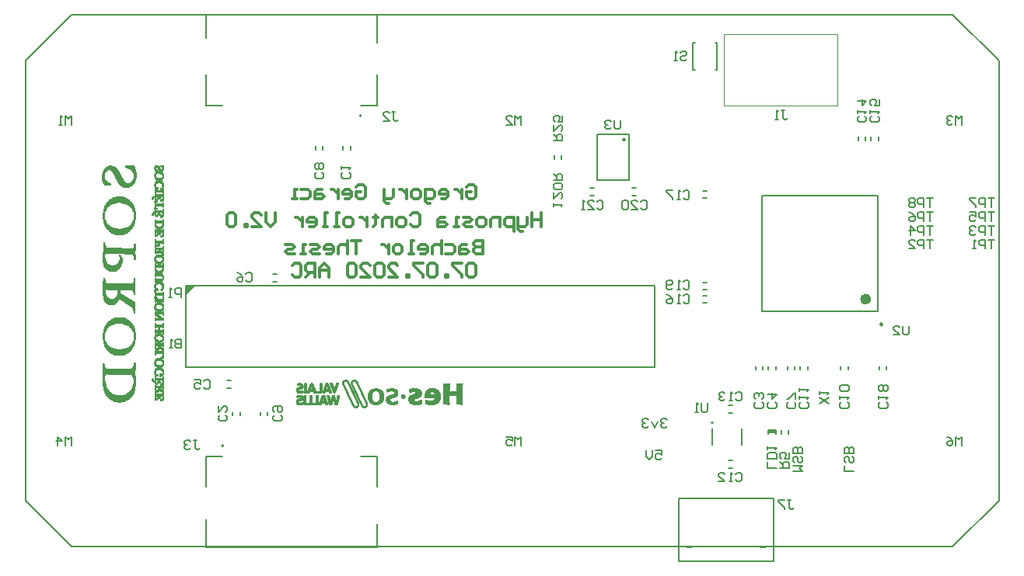
<source format=gbo>
G04*
G04 #@! TF.GenerationSoftware,Altium Limited,Altium Designer,19.0.10 (269)*
G04*
G04 Layer_Color=32896*
%FSLAX44Y44*%
%MOMM*%
G71*
G01*
G75*
%ADD10C,0.0508*%
%ADD11C,0.1500*%
%ADD12C,0.2000*%
%ADD20C,0.6000*%
%ADD23C,0.2500*%
%ADD50C,0.2540*%
%ADD51C,0.0127*%
%ADD52C,0.1000*%
%ADD53C,0.3000*%
G36*
X174730Y284450D02*
Y274290D01*
X184890Y284450D01*
X174730Y284450D01*
D02*
G37*
D10*
X147704Y414476D02*
Y416000D01*
Y409904D02*
Y411936D01*
Y406856D02*
Y409396D01*
X148212Y414476D02*
Y416000D01*
Y409904D02*
Y411936D01*
Y406348D02*
Y409396D01*
X148720Y413968D02*
Y416000D01*
Y410412D02*
Y412444D01*
Y405840D02*
Y408888D01*
X149228Y410412D02*
Y416000D01*
X149736Y410920D02*
Y416000D01*
X150244Y415492D02*
Y416000D01*
Y411428D02*
Y414984D01*
X141100Y410412D02*
Y416000D01*
X141608Y410412D02*
Y416000D01*
X142116Y414476D02*
Y416000D01*
Y410412D02*
Y412444D01*
Y406348D02*
Y408888D01*
X142624Y414476D02*
Y416000D01*
Y410412D02*
Y411936D01*
Y406856D02*
Y409396D01*
X143132Y413968D02*
Y416000D01*
Y410412D02*
Y411936D01*
Y407364D02*
Y409396D01*
X143640Y413460D02*
Y416000D01*
Y407364D02*
Y409904D01*
X144148Y412444D02*
Y416000D01*
Y407364D02*
Y409904D01*
X144656Y411428D02*
Y416000D01*
Y407364D02*
Y409904D01*
X145164Y410412D02*
Y415492D01*
Y407364D02*
Y409904D01*
X145672Y410412D02*
Y414984D01*
Y407364D02*
Y409904D01*
X146180Y407364D02*
Y413968D01*
X146688Y414984D02*
Y416000D01*
Y407364D02*
Y412952D01*
X140084Y412444D02*
Y413968D01*
X140592Y410412D02*
Y415492D01*
X109096Y413968D02*
Y416000D01*
X109604Y413460D02*
Y416000D01*
X110112Y413460D02*
Y416000D01*
X110620Y413460D02*
Y416000D01*
X111128Y413460D02*
Y416000D01*
X111636Y413460D02*
Y416000D01*
X112144Y412952D02*
Y416000D01*
X112652Y412952D02*
Y416000D01*
X113160Y412444D02*
Y416000D01*
X113668Y412444D02*
Y416000D01*
X114176Y411936D02*
Y416000D01*
X114684Y411428D02*
Y416000D01*
X115192Y410920D02*
Y416000D01*
X115700Y410412D02*
Y416000D01*
X116208Y409396D02*
Y416000D01*
X116716Y408888D02*
Y416000D01*
X117224Y407364D02*
Y416000D01*
X86744Y408380D02*
Y412952D01*
X87252Y409396D02*
Y413460D01*
X87760Y409904D02*
Y413968D01*
X88268Y410412D02*
Y414476D01*
X88776Y410920D02*
Y414476D01*
X89284Y410920D02*
Y414984D01*
X89792Y411428D02*
Y415492D01*
X90300Y411428D02*
Y415492D01*
X90808Y411428D02*
Y415492D01*
X91316Y411428D02*
Y416000D01*
X91824Y411428D02*
Y416000D01*
X92332Y411428D02*
Y416000D01*
X92840Y410920D02*
Y416000D01*
X93348Y410412D02*
Y416000D01*
X93856Y410412D02*
Y416000D01*
X94364Y409396D02*
Y415492D01*
X94872Y408888D02*
Y415492D01*
X95380Y407872D02*
Y415492D01*
X95888Y406856D02*
Y415492D01*
X96396Y406348D02*
Y414984D01*
X96904Y405332D02*
Y414476D01*
X97412Y404316D02*
Y414476D01*
X147704Y400252D02*
Y402284D01*
X148212Y400252D02*
Y402792D01*
X148720Y400760D02*
Y403300D01*
X147704Y396188D02*
Y399236D01*
Y390092D02*
Y391616D01*
Y387044D02*
Y389584D01*
X148212Y396188D02*
Y399236D01*
Y390092D02*
Y392124D01*
Y387044D02*
Y389584D01*
X148720Y394664D02*
Y398728D01*
Y390600D02*
Y394156D01*
Y387044D02*
Y389584D01*
X149228Y391108D02*
Y398220D01*
X149736Y391616D02*
Y397712D01*
X150244Y392632D02*
Y396696D01*
X142624Y400252D02*
Y403300D01*
X143132Y400252D02*
Y402792D01*
X142116Y396188D02*
Y398728D01*
Y390600D02*
Y393140D01*
Y387044D02*
Y389076D01*
X142624Y396696D02*
Y399236D01*
Y390600D02*
Y392632D01*
Y387044D02*
Y389584D01*
X143132Y396696D02*
Y399236D01*
Y390600D02*
Y392632D01*
Y387044D02*
Y389584D01*
X143640Y390600D02*
Y392124D01*
Y387044D02*
Y389584D01*
X144148Y390600D02*
Y392124D01*
Y387044D02*
Y389076D01*
X144656Y387044D02*
Y389076D01*
X145164Y387044D02*
Y389076D01*
X145672Y387044D02*
Y389076D01*
X146180Y387044D02*
Y389076D01*
X146688Y387044D02*
Y389584D01*
X140084Y393648D02*
Y395680D01*
X143640Y397204D02*
Y402284D01*
X144148Y397204D02*
Y402284D01*
X144656Y397204D02*
Y402284D01*
X145164Y397204D02*
Y402284D01*
X145672Y397204D02*
Y402284D01*
X146180Y397204D02*
Y402284D01*
X146688Y396696D02*
Y402284D01*
X107064Y392124D02*
Y399236D01*
X107572Y392124D02*
Y398728D01*
X108080Y392124D02*
Y398220D01*
X108588Y392124D02*
Y397712D01*
X109096Y392124D02*
Y397712D01*
X109604Y392124D02*
Y397204D01*
X110112Y392124D02*
Y396696D01*
X110620Y392124D02*
Y396696D01*
X111128Y392124D02*
Y396696D01*
X111636Y392124D02*
Y396696D01*
X112144Y392632D02*
Y396696D01*
X112652Y392632D02*
Y396696D01*
X113160Y392632D02*
Y396696D01*
X113668Y393140D02*
Y397204D01*
X114176Y393140D02*
Y397204D01*
X114684Y393648D02*
Y397712D01*
X115192Y393648D02*
Y398220D01*
X115700Y394156D02*
Y398728D01*
X116208Y394664D02*
Y399236D01*
X116716Y395172D02*
Y399744D01*
X117224Y395680D02*
Y401268D01*
X87760Y394664D02*
Y399236D01*
X88268Y394664D02*
Y398728D01*
X88776Y394664D02*
Y398220D01*
X89284Y394664D02*
Y398220D01*
X89792Y394664D02*
Y397712D01*
X90300Y394664D02*
Y397712D01*
X90808Y394664D02*
Y397204D01*
X91316Y394664D02*
Y397204D01*
X91824Y394664D02*
Y396696D01*
X92332Y394664D02*
Y396696D01*
X92840Y394664D02*
Y396696D01*
X105032Y393140D02*
Y402792D01*
X105540Y393140D02*
Y401776D01*
X106048Y392632D02*
Y401268D01*
X86744Y394664D02*
Y400760D01*
X87252Y394664D02*
Y399744D01*
X147704Y376884D02*
Y378916D01*
Y371804D02*
Y374344D01*
Y365200D02*
Y367232D01*
X148212Y376884D02*
Y378916D01*
Y371804D02*
Y374344D01*
Y365200D02*
Y367232D01*
X148720Y371804D02*
Y374344D01*
Y364692D02*
Y367232D01*
X149228Y370788D02*
Y375360D01*
X149736Y370280D02*
Y375360D01*
X150244Y370788D02*
Y375360D01*
X148720Y377392D02*
Y379932D01*
X139576D02*
Y382980D01*
X140084Y380948D02*
Y382472D01*
X142116Y371804D02*
Y373836D01*
Y368248D02*
Y370280D01*
Y365200D02*
Y367232D01*
X142624Y371804D02*
Y374344D01*
Y368248D02*
Y369772D01*
Y365200D02*
Y367232D01*
X143132Y376376D02*
Y378916D01*
Y371804D02*
Y374344D01*
Y368248D02*
Y369772D01*
Y365200D02*
Y367232D01*
X143640Y377900D02*
Y378916D01*
Y371804D02*
Y374344D01*
Y365200D02*
Y367232D01*
X144148Y371804D02*
Y374344D01*
Y365200D02*
Y367232D01*
X144656Y371804D02*
Y374344D01*
X145164Y371804D02*
Y374344D01*
X145672Y371804D02*
Y374344D01*
X146180Y371804D02*
Y374344D01*
Y365200D02*
Y367232D01*
X146688Y371804D02*
Y374344D01*
Y365200D02*
Y367232D01*
X140084Y375868D02*
Y377392D01*
Y368248D02*
Y370280D01*
Y363676D02*
Y365708D01*
X142116Y375868D02*
Y379932D01*
X142624Y376376D02*
Y379424D01*
X143132D02*
Y380948D01*
X143640Y379424D02*
Y381456D01*
X144148Y379424D02*
Y381456D01*
X146180Y379424D02*
Y381456D01*
X146688Y379424D02*
Y380948D01*
X137544Y379424D02*
Y380948D01*
X138052Y378916D02*
Y381456D01*
X138560Y378916D02*
Y381964D01*
X139068Y379424D02*
Y382472D01*
X111636Y372820D02*
Y378916D01*
X112144Y372820D02*
Y378916D01*
X112652Y372312D02*
Y378408D01*
X113160Y371804D02*
Y377900D01*
X113668Y371296D02*
Y377392D01*
X114176Y370788D02*
Y376884D01*
X114684Y370280D02*
Y376376D01*
X115192Y369772D02*
Y375868D01*
X115700Y369264D02*
Y375360D01*
X116208Y368248D02*
Y374852D01*
X116716Y367232D02*
Y373836D01*
X117224Y366216D02*
Y373328D01*
X117732Y363676D02*
Y372312D01*
X107064Y374852D02*
Y381456D01*
X107572Y374852D02*
Y381456D01*
X108080Y374852D02*
Y380948D01*
X108588Y374344D02*
Y380948D01*
X109096Y374344D02*
Y380440D01*
X109604Y373836D02*
Y380440D01*
X110112Y373836D02*
Y379932D01*
X110620Y373328D02*
Y379932D01*
X111128Y373328D02*
Y379424D01*
X86744Y365708D02*
Y372820D01*
X87252Y367232D02*
Y373836D01*
X87760Y368756D02*
Y374344D01*
X88268Y369264D02*
Y375360D01*
X88776Y370280D02*
Y375868D01*
X89284Y370788D02*
Y376376D01*
X89792Y371296D02*
Y376884D01*
X90300Y371804D02*
Y377392D01*
X90808Y372312D02*
Y377900D01*
X91316Y372312D02*
Y378408D01*
X91824Y372820D02*
Y378408D01*
X92332Y373328D02*
Y378916D01*
X100460Y375868D02*
Y381964D01*
X100968Y375868D02*
Y381964D01*
X101476Y375868D02*
Y381964D01*
X101984Y375868D02*
Y381964D01*
X102492Y375868D02*
Y381964D01*
X103000Y375868D02*
Y381964D01*
X103508Y375868D02*
Y381964D01*
X104016Y375360D02*
Y381964D01*
X104524Y375360D02*
Y381964D01*
X105032Y375360D02*
Y381964D01*
X105540Y375360D02*
Y381964D01*
X106048Y375360D02*
Y381964D01*
X92840Y373328D02*
Y379424D01*
X93348Y373836D02*
Y379424D01*
X93856Y373836D02*
Y379932D01*
X94364Y374344D02*
Y380440D01*
X94872Y374344D02*
Y380440D01*
X95380Y374344D02*
Y380948D01*
X95888Y374852D02*
Y380948D01*
X96396Y374852D02*
Y381456D01*
X96904Y374852D02*
Y381456D01*
X97412Y375360D02*
Y381456D01*
X97920Y375360D02*
Y381456D01*
X98428Y375360D02*
Y381964D01*
X98936Y375360D02*
Y381964D01*
X99444Y375360D02*
Y381964D01*
X99952Y375868D02*
Y381964D01*
X147704Y359612D02*
Y361644D01*
X148212Y359612D02*
Y361644D01*
X148720Y360120D02*
Y362660D01*
X147704Y353516D02*
Y356056D01*
Y347420D02*
Y349960D01*
Y343356D02*
Y345896D01*
X148212Y353516D02*
Y356056D01*
Y347420D02*
Y350468D01*
Y343356D02*
Y345896D01*
X148720Y353516D02*
Y356056D01*
Y347928D02*
Y351484D01*
Y343356D02*
Y345896D01*
X149228Y348436D02*
Y357580D01*
X149736Y348944D02*
Y357580D01*
X150244Y349960D02*
Y357072D01*
X142116Y360628D02*
Y362660D01*
X142624Y360120D02*
Y362152D01*
X143132Y360120D02*
Y361644D01*
X143640Y360628D02*
Y361136D01*
X141100Y348944D02*
Y357072D01*
X141608Y348436D02*
Y357072D01*
X142116Y353516D02*
Y355548D01*
Y347928D02*
Y350976D01*
Y343356D02*
Y345388D01*
X142624Y353516D02*
Y356056D01*
Y347420D02*
Y350468D01*
Y343356D02*
Y345896D01*
X143132Y353516D02*
Y356056D01*
Y346912D02*
Y349960D01*
Y343356D02*
Y345896D01*
X143640Y353516D02*
Y356056D01*
Y346912D02*
Y349452D01*
Y343356D02*
Y345896D01*
X144148Y353516D02*
Y356056D01*
Y346912D02*
Y349452D01*
Y343356D02*
Y345896D01*
X144656Y353516D02*
Y356056D01*
Y346912D02*
Y349452D01*
X145164Y353516D02*
Y356056D01*
Y346912D02*
Y349452D01*
X145672Y353516D02*
Y356056D01*
Y346912D02*
Y349452D01*
X146180Y353516D02*
Y356056D01*
Y346912D02*
Y349452D01*
Y343356D02*
Y345896D01*
X146688Y353516D02*
Y356056D01*
Y346912D02*
Y349452D01*
Y343356D02*
Y345896D01*
X140592Y349960D02*
Y357072D01*
X111128Y343356D02*
Y348944D01*
X111636Y343356D02*
Y348944D01*
X112144Y343864D02*
Y349452D01*
X112652Y344372D02*
Y349960D01*
X113160Y344880D02*
Y349960D01*
X113668Y345388D02*
Y350468D01*
X114176Y345896D02*
Y350976D01*
X114684Y346404D02*
Y351484D01*
X115192Y346912D02*
Y351992D01*
X115700Y347420D02*
Y353008D01*
X116208Y348436D02*
Y354024D01*
X116716Y348944D02*
Y355040D01*
X117224Y349960D02*
Y356564D01*
X117732Y350976D02*
Y359104D01*
X86744Y349452D02*
Y357072D01*
X87252Y348436D02*
Y355548D01*
X87760Y347928D02*
Y354532D01*
X88268Y347420D02*
Y353516D01*
X88776Y346912D02*
Y353008D01*
X89284Y346404D02*
Y351992D01*
X89792Y345896D02*
Y351484D01*
X90300Y345388D02*
Y350976D01*
X90808Y344880D02*
Y350468D01*
X91316Y344372D02*
Y349960D01*
X91824Y343864D02*
Y349960D01*
X92332Y343356D02*
Y349452D01*
X92840Y343356D02*
Y348944D01*
X147704Y331672D02*
Y334212D01*
Y324560D02*
Y326592D01*
X148212Y331672D02*
Y334212D01*
Y324560D02*
Y326592D01*
X148720Y331672D02*
Y334212D01*
Y324560D02*
Y326592D01*
X149228Y330656D02*
Y335228D01*
Y323036D02*
Y327608D01*
X149736Y330656D02*
Y335228D01*
Y323036D02*
Y327608D01*
X150244Y330656D02*
Y335228D01*
Y323036D02*
Y327608D01*
X147704Y337768D02*
Y339800D01*
X148212Y337768D02*
Y339800D01*
X148720Y338276D02*
Y340816D01*
X143132D02*
Y342340D01*
X143640Y340816D02*
Y342340D01*
X144148Y340816D02*
Y342340D01*
X146180Y340308D02*
Y342340D01*
X146688Y340308D02*
Y342340D01*
X141100Y328116D02*
Y335736D01*
X142116Y331672D02*
Y334212D01*
Y327608D02*
Y330148D01*
Y324560D02*
Y326592D01*
X142624Y331672D02*
Y334212D01*
Y327608D02*
Y329640D01*
Y324560D02*
Y326592D01*
X143132Y331672D02*
Y334212D01*
Y327608D02*
Y329640D01*
Y324560D02*
Y326592D01*
X143640Y331672D02*
Y334212D01*
Y327608D02*
Y329640D01*
Y324560D02*
Y326592D01*
X144148Y331672D02*
Y334212D01*
Y327608D02*
Y330148D01*
Y324560D02*
Y326592D01*
X144656Y331672D02*
Y334212D01*
Y327608D02*
Y330656D01*
Y324560D02*
Y326592D01*
X145164Y328116D02*
Y334212D01*
X145672Y328624D02*
Y334212D01*
X146180Y329640D02*
Y334212D01*
X146688Y332180D02*
Y334212D01*
Y324560D02*
Y326592D01*
X140592Y329132D02*
Y335736D01*
X142116Y338784D02*
Y340816D01*
X142624Y338784D02*
Y340308D01*
X143132Y338784D02*
Y340308D01*
X143640Y338784D02*
Y339292D01*
X119764Y323544D02*
Y330656D01*
X147704Y309320D02*
Y311860D01*
Y305256D02*
Y307796D01*
X148212Y309828D02*
Y311860D01*
Y305256D02*
Y307796D01*
X148720Y314908D02*
Y317956D01*
Y309828D02*
Y312876D01*
Y305256D02*
Y307796D01*
X149228Y310336D02*
Y317448D01*
X149736Y310844D02*
Y316940D01*
X150244Y311860D02*
Y315924D01*
X147704D02*
Y318464D01*
X148212Y315416D02*
Y318464D01*
X149228Y317956D02*
Y322020D01*
X149736Y317956D02*
Y322020D01*
X150244Y317956D02*
Y321512D01*
X143132Y319988D02*
Y322020D01*
X141100Y310844D02*
Y316940D01*
X141608Y310336D02*
Y317448D01*
X142116Y315416D02*
Y317956D01*
Y309828D02*
Y312876D01*
Y305256D02*
Y307796D01*
X142624Y309320D02*
Y312368D01*
Y305256D02*
Y307796D01*
X143132Y309320D02*
Y311860D01*
Y305256D02*
Y307796D01*
X143640Y309320D02*
Y311860D01*
Y305256D02*
Y307796D01*
X144148Y308812D02*
Y311352D01*
Y305256D02*
Y307796D01*
X144656Y308812D02*
Y311352D01*
Y305256D02*
Y307796D01*
X145164Y308812D02*
Y311352D01*
Y305256D02*
Y307796D01*
X145672Y308812D02*
Y311352D01*
Y305256D02*
Y307796D01*
X146180Y308812D02*
Y311352D01*
Y305256D02*
Y307796D01*
X146688Y308812D02*
Y311352D01*
Y305256D02*
Y307796D01*
X140084Y312876D02*
Y314908D01*
X140592Y311352D02*
Y316432D01*
X142624Y315924D02*
Y318464D01*
X143132Y316432D02*
Y318464D01*
X143640Y316432D02*
Y318972D01*
X144148Y316432D02*
Y318972D01*
X144656Y316432D02*
Y318972D01*
X145164Y316432D02*
Y318972D01*
X145672Y316432D02*
Y318972D01*
X146180Y316432D02*
Y318972D01*
X146688Y316432D02*
Y318972D01*
X119764Y313892D02*
Y318464D01*
X100460Y302716D02*
Y309320D01*
X100968Y303224D02*
Y309828D01*
X101476Y303224D02*
Y310844D01*
X101984Y303732D02*
Y312368D01*
X103508Y305764D02*
Y317956D01*
X104016Y306780D02*
Y317448D01*
X104524Y308304D02*
Y316432D01*
X105032Y310336D02*
Y314908D01*
X86744Y304240D02*
Y314908D01*
X87252Y303732D02*
Y312368D01*
X87760Y303224D02*
Y310844D01*
X88268Y302716D02*
Y310336D01*
X101984Y316940D02*
Y318464D01*
X102492Y304748D02*
Y318464D01*
X103000Y305256D02*
Y318464D01*
X84204Y309828D02*
Y321004D01*
X147704Y299160D02*
Y301700D01*
Y290016D02*
Y292048D01*
Y285952D02*
Y289000D01*
X148212Y290016D02*
Y292048D01*
Y285952D02*
Y289000D01*
X148720Y295096D02*
Y297636D01*
Y290524D02*
Y292556D01*
X149228Y290524D02*
Y297636D01*
X149736Y291032D02*
Y297128D01*
X150244Y292048D02*
Y296112D01*
Y282396D02*
Y286968D01*
X147704Y295604D02*
Y298144D01*
X148212Y295604D02*
Y298144D01*
X143132Y298652D02*
Y301700D01*
X143640Y298652D02*
Y301192D01*
X144148Y298652D02*
Y301192D01*
X144656Y298652D02*
Y301192D01*
X145164Y298652D02*
Y301192D01*
X145672Y298652D02*
Y301192D01*
X146180Y298652D02*
Y301192D01*
X146688Y298652D02*
Y301192D01*
X141100Y289000D02*
Y293064D01*
X141608Y289000D02*
Y293064D01*
X142116Y290016D02*
Y292048D01*
Y285952D02*
Y288492D01*
X142624Y290016D02*
Y292048D01*
Y286460D02*
Y289000D01*
X143132Y290016D02*
Y292048D01*
Y286460D02*
Y289000D01*
X143640Y290016D02*
Y292048D01*
Y286968D02*
Y289508D01*
X144148Y290016D02*
Y292048D01*
Y286968D02*
Y289508D01*
X144656Y290016D02*
Y292048D01*
Y286968D02*
Y289508D01*
X145164Y290016D02*
Y292048D01*
Y286968D02*
Y289508D01*
X145672Y290016D02*
Y292048D01*
Y286968D02*
Y289508D01*
X146180Y290016D02*
Y292048D01*
Y286968D02*
Y289508D01*
X146688Y290016D02*
Y292048D01*
Y286968D02*
Y289508D01*
X140084Y283412D02*
Y285444D01*
X140592Y289000D02*
Y293064D01*
X141100Y294588D02*
Y299160D01*
X141608Y294588D02*
Y299160D01*
X142116Y295604D02*
Y298144D01*
X142624Y295604D02*
Y298144D01*
X143132Y295604D02*
Y298144D01*
X143640Y295604D02*
Y298144D01*
X144148Y295604D02*
Y298144D01*
X144656Y295604D02*
Y298144D01*
X145164Y295604D02*
Y298144D01*
X145672Y295604D02*
Y298144D01*
X146180Y295604D02*
Y298144D01*
X146688Y295604D02*
Y298144D01*
X140592Y294588D02*
Y299160D01*
X147704Y279856D02*
Y281380D01*
Y274776D02*
Y277316D01*
Y268172D02*
Y270204D01*
Y263600D02*
Y266648D01*
X148212Y274776D02*
Y277316D01*
Y267664D02*
Y270204D01*
Y263600D02*
Y266140D01*
X148720Y274776D02*
Y277316D01*
Y267664D02*
Y270204D01*
Y262584D02*
Y266140D01*
X149228Y266648D02*
Y271728D01*
X149736Y266648D02*
Y271728D01*
X150244Y266648D02*
Y271728D01*
X149228Y273252D02*
Y278332D01*
X149736Y273252D02*
Y278332D01*
X150244Y273252D02*
Y278332D01*
X144148Y280364D02*
Y281380D01*
X140084Y278332D02*
Y280364D01*
X142116Y274776D02*
Y276808D01*
Y270712D02*
Y272744D01*
Y268172D02*
Y270204D01*
Y263092D02*
Y265632D01*
X142624Y274776D02*
Y276808D01*
Y270712D02*
Y272744D01*
Y268172D02*
Y270204D01*
Y263600D02*
Y266140D01*
X143132Y274776D02*
Y276808D01*
Y270712D02*
Y272236D01*
Y268172D02*
Y270204D01*
Y264108D02*
Y266648D01*
X143640Y274776D02*
Y276808D01*
Y268172D02*
Y270204D01*
Y264108D02*
Y266648D01*
X144148Y274776D02*
Y276808D01*
Y268172D02*
Y270204D01*
Y264616D02*
Y267156D01*
X144656Y274776D02*
Y276808D01*
Y268172D02*
Y270204D01*
Y264616D02*
Y267156D01*
X145164Y274776D02*
Y276808D01*
Y268172D02*
Y270204D01*
Y264616D02*
Y267156D01*
X145672Y274776D02*
Y276808D01*
Y268172D02*
Y270204D01*
Y264616D02*
Y267156D01*
X146180Y274776D02*
Y276808D01*
Y268172D02*
Y270204D01*
Y264616D02*
Y267156D01*
X146688Y274776D02*
Y276808D01*
Y268172D02*
Y270204D01*
Y264108D02*
Y267156D01*
X140084Y271220D02*
Y273252D01*
X141100Y266648D02*
Y280364D01*
X140592Y266648D02*
Y280364D01*
X107064Y267664D02*
Y274268D01*
X107572Y267156D02*
Y273760D01*
X108080Y267156D02*
Y273760D01*
X108588Y266648D02*
Y273252D01*
X109096Y266140D02*
Y272744D01*
X109604Y265632D02*
Y272744D01*
X110112Y265632D02*
Y272236D01*
X110620Y265124D02*
Y272236D01*
X111128Y265124D02*
Y271728D01*
X111636Y264616D02*
Y271728D01*
X112144Y264108D02*
Y271220D01*
X112652Y264108D02*
Y270712D01*
X113160Y263600D02*
Y270712D01*
X113668Y263092D02*
Y270204D01*
X114176Y263092D02*
Y269696D01*
X114684Y262584D02*
Y269696D01*
X115192Y262076D02*
Y269188D01*
X103000Y270204D02*
Y277316D01*
X103508Y269696D02*
Y276300D01*
X104016Y269188D02*
Y275792D01*
X104524Y269188D02*
Y275792D01*
X105032Y268680D02*
Y275284D01*
X105540Y268680D02*
Y275284D01*
X106048Y268172D02*
Y274776D01*
X87252Y266140D02*
Y275792D01*
X87760Y266140D02*
Y274268D01*
X88268Y265632D02*
Y273760D01*
X88776Y265124D02*
Y272744D01*
X89284Y265124D02*
Y272236D01*
X89792Y264616D02*
Y271728D01*
X90300Y264616D02*
Y271220D01*
X90808Y264108D02*
Y271220D01*
X91316Y264108D02*
Y270712D01*
X91824Y264108D02*
Y270712D01*
X92332Y264108D02*
Y270712D01*
X92840Y264108D02*
Y270204D01*
X93348Y264108D02*
Y270204D01*
X93856Y264108D02*
Y270204D01*
X94364Y264108D02*
Y270204D01*
X94872Y264108D02*
Y270204D01*
X95380Y264108D02*
Y270712D01*
X95888Y264616D02*
Y270712D01*
X96396Y264616D02*
Y270712D01*
X96904Y264616D02*
Y271220D01*
X97412Y265124D02*
Y271728D01*
X97920Y265632D02*
Y271728D01*
X98428Y266140D02*
Y272236D01*
X98936Y266648D02*
Y273252D01*
X99444Y267156D02*
Y274268D01*
X99952Y267664D02*
Y276808D01*
X86744Y267156D02*
Y279348D01*
X148720Y258012D02*
Y260552D01*
X147704Y253948D02*
Y255980D01*
Y247344D02*
Y250900D01*
X148212Y253948D02*
Y255980D01*
Y247344D02*
Y250392D01*
X148720Y253948D02*
Y255980D01*
Y247344D02*
Y249884D01*
X149228Y252932D02*
Y256488D01*
Y247344D02*
Y249884D01*
X149736Y252932D02*
Y256488D01*
Y247344D02*
Y249376D01*
X150244Y252932D02*
Y256488D01*
Y247344D02*
Y248868D01*
X147704Y256996D02*
Y259536D01*
X148212Y257504D02*
Y259536D01*
X141100Y252932D02*
Y256996D01*
Y246836D02*
Y250392D01*
X141608Y252424D02*
Y256996D01*
Y246836D02*
Y250392D01*
X142116Y252424D02*
Y255472D01*
Y247344D02*
Y249376D01*
X142624Y251916D02*
Y255980D01*
Y247344D02*
Y249376D01*
X143132Y251408D02*
Y255980D01*
Y247344D02*
Y249376D01*
X143640Y250900D02*
Y255980D01*
Y247344D02*
Y249376D01*
X144148Y250900D02*
Y255980D01*
Y247344D02*
Y249376D01*
X144656Y253948D02*
Y255980D01*
Y250392D02*
Y253440D01*
Y247344D02*
Y249376D01*
X145164Y253948D02*
Y255980D01*
Y249884D02*
Y252932D01*
Y247344D02*
Y249376D01*
X145672Y253948D02*
Y255980D01*
Y247344D02*
Y252424D01*
X146180Y253948D02*
Y255980D01*
Y247344D02*
Y252424D01*
X146688Y253948D02*
Y255980D01*
Y247344D02*
Y251916D01*
X140592Y253440D02*
Y256996D01*
Y246836D02*
Y250392D01*
X142116Y257504D02*
Y260552D01*
X142624Y257504D02*
Y260044D01*
X143132Y256996D02*
Y259536D01*
X143640Y256996D02*
Y259536D01*
X144148Y256488D02*
Y259028D01*
X144656Y256488D02*
Y259028D01*
X145164Y256488D02*
Y259028D01*
X145672Y256488D02*
Y259028D01*
X146180Y256488D02*
Y259028D01*
X146688Y256488D02*
Y259028D01*
X107064Y243280D02*
Y249884D01*
X107572Y243280D02*
Y249884D01*
X108080Y242772D02*
Y249376D01*
X108588Y242772D02*
Y249376D01*
X109096Y242772D02*
Y248868D01*
X109604Y242264D02*
Y248868D01*
X110112Y242264D02*
Y248360D01*
X110620Y241756D02*
Y248360D01*
X111128Y241756D02*
Y247852D01*
X100460Y244296D02*
Y250392D01*
X100968Y244296D02*
Y250392D01*
X101476Y244296D02*
Y250392D01*
X101984Y244296D02*
Y250392D01*
X102492Y244296D02*
Y250392D01*
X103000Y244296D02*
Y250392D01*
X103508Y244296D02*
Y250392D01*
X104016Y244296D02*
Y250392D01*
X104524Y244296D02*
Y250392D01*
X105032Y243788D02*
Y250392D01*
X105540Y243788D02*
Y250392D01*
X106048Y243788D02*
Y249884D01*
X92332Y241756D02*
Y247344D01*
X92840Y241756D02*
Y247852D01*
X93348Y242264D02*
Y247852D01*
X93856Y242264D02*
Y248360D01*
X94364Y242772D02*
Y248360D01*
X94872Y242772D02*
Y248868D01*
X95380Y242772D02*
Y249376D01*
X95888Y243280D02*
Y249376D01*
X96396Y243280D02*
Y249376D01*
X96904Y243280D02*
Y249884D01*
X97412Y243788D02*
Y249884D01*
X97920Y243788D02*
Y249884D01*
X98428Y243788D02*
Y250392D01*
X98936Y244296D02*
Y250392D01*
X99444Y244296D02*
Y250392D01*
X99952Y244296D02*
Y250392D01*
X147704Y234136D02*
Y236168D01*
Y230072D02*
Y232612D01*
Y223468D02*
Y225500D01*
X148212Y234136D02*
Y236676D01*
Y229564D02*
Y232612D01*
Y223468D02*
Y226008D01*
X148720Y234136D02*
Y236676D01*
Y229056D02*
Y232104D01*
Y223976D02*
Y226516D01*
X149228Y224484D02*
Y231596D01*
X149736Y224992D02*
Y231088D01*
X150244Y225500D02*
Y230072D01*
X149228Y232612D02*
Y237692D01*
X149736Y232612D02*
Y237692D01*
X150244Y232612D02*
Y237692D01*
X141100Y224992D02*
Y231088D01*
X141608Y224484D02*
Y231596D01*
X142116Y234136D02*
Y236168D01*
Y229564D02*
Y232104D01*
Y223976D02*
Y227024D01*
X142624Y234136D02*
Y236676D01*
Y230072D02*
Y232104D01*
Y223468D02*
Y226008D01*
X143132Y234136D02*
Y236168D01*
Y230072D02*
Y232612D01*
Y223468D02*
Y226008D01*
X143640Y234136D02*
Y236168D01*
Y230580D02*
Y233120D01*
Y222960D02*
Y225500D01*
X144148Y234136D02*
Y236168D01*
Y230580D02*
Y233120D01*
Y222960D02*
Y225500D01*
X144656Y230580D02*
Y233120D01*
Y222960D02*
Y225500D01*
X145164Y230580D02*
Y233120D01*
Y222960D02*
Y224992D01*
X145672Y230580D02*
Y233120D01*
Y222960D02*
Y224992D01*
X146180Y234136D02*
Y236168D01*
Y230580D02*
Y233120D01*
Y222960D02*
Y224992D01*
X146688Y234136D02*
Y236168D01*
Y230580D02*
Y233120D01*
Y222960D02*
Y225500D01*
X140084Y227024D02*
Y229056D01*
X140592Y225500D02*
Y230580D01*
X141100Y233120D02*
Y237692D01*
X141608Y233120D02*
Y237692D01*
X140592Y233120D02*
Y237692D01*
X119256Y222960D02*
Y236676D01*
X119764Y226008D02*
Y234136D01*
X117732Y232104D02*
Y240740D01*
X118748Y221944D02*
Y238200D01*
X84204Y226008D02*
Y233120D01*
X84712Y223468D02*
Y235660D01*
X85220Y221944D02*
Y237184D01*
X147704Y210768D02*
Y213308D01*
Y202640D02*
Y207212D01*
X148212Y210768D02*
Y213308D01*
Y205688D02*
Y207720D01*
Y202640D02*
Y205180D01*
X148720Y210768D02*
Y213308D01*
Y205688D02*
Y208228D01*
Y201624D02*
Y205180D01*
X147704Y215340D02*
Y218388D01*
X148212Y214832D02*
Y217880D01*
X148720Y214324D02*
Y217372D01*
X149228Y205688D02*
Y217372D01*
X149736Y205688D02*
Y216864D01*
X150244Y206196D02*
Y216864D01*
X141100Y209244D02*
Y214324D01*
X141608Y209244D02*
Y214324D01*
X142116Y210768D02*
Y213308D01*
Y202132D02*
Y205180D01*
X142624Y210768D02*
Y213308D01*
Y202640D02*
Y205180D01*
X143132Y210768D02*
Y213308D01*
Y203148D02*
Y205688D01*
X143640Y210768D02*
Y213308D01*
Y203148D02*
Y205688D01*
X144148Y210768D02*
Y213308D01*
Y203656D02*
Y205688D01*
X144656Y210768D02*
Y213308D01*
Y203656D02*
Y206196D01*
X145164Y210768D02*
Y213308D01*
Y203656D02*
Y206196D01*
X145672Y210768D02*
Y213308D01*
Y203656D02*
Y206196D01*
X146180Y210768D02*
Y213308D01*
Y203656D02*
Y206196D01*
X146688Y210768D02*
Y213308D01*
Y203148D02*
Y205688D01*
X140592Y209244D02*
Y214324D01*
X142116Y214832D02*
Y217880D01*
X142624Y214832D02*
Y217372D01*
X143132Y214832D02*
Y217372D01*
X143640Y214832D02*
Y217372D01*
X144148Y214832D02*
Y217372D01*
X144656Y215340D02*
Y218388D01*
X146688Y216356D02*
Y218896D01*
X107064Y209752D02*
Y215848D01*
X107572Y209752D02*
Y216356D01*
X108080Y210260D02*
Y216356D01*
X108588Y210260D02*
Y216356D01*
X109096Y210260D02*
Y216356D01*
X109604Y210768D02*
Y216864D01*
X110112Y210768D02*
Y216864D01*
X110620Y211276D02*
Y216864D01*
X111128Y211784D02*
Y217372D01*
X111636Y211784D02*
Y217372D01*
X112144Y212292D02*
Y217880D01*
X112652Y212800D02*
Y218388D01*
X113160Y213308D02*
Y218388D01*
X113668Y213816D02*
Y218896D01*
X114176Y214324D02*
Y219404D01*
X114684Y214832D02*
Y219912D01*
X115192Y215340D02*
Y220420D01*
X100460Y209244D02*
Y215340D01*
X100968Y209244D02*
Y215340D01*
X101476Y209244D02*
Y215340D01*
X101984Y209244D02*
Y215340D01*
X102492Y209244D02*
Y215340D01*
X103000Y209244D02*
Y215340D01*
X103508Y209244D02*
Y215340D01*
X104016Y209244D02*
Y215340D01*
X104524Y209244D02*
Y215340D01*
X105032Y209244D02*
Y215340D01*
X105540Y209244D02*
Y215848D01*
X106048Y209752D02*
Y215848D01*
X95380Y210260D02*
Y216356D01*
X95888Y210260D02*
Y216356D01*
X96396Y209752D02*
Y216356D01*
X96904Y209752D02*
Y216356D01*
X97412Y209752D02*
Y215848D01*
X97920Y209752D02*
Y215848D01*
X98428Y209244D02*
Y215848D01*
X98936Y209244D02*
Y215848D01*
X99444Y209244D02*
Y215340D01*
X99952Y209244D02*
Y215340D01*
X89284Y214832D02*
Y220420D01*
X89792Y214324D02*
Y219912D01*
X90300Y213816D02*
Y219404D01*
X90808Y213308D02*
Y218896D01*
X91316Y212800D02*
Y218388D01*
X91824Y212292D02*
Y218388D01*
X92332Y211784D02*
Y217880D01*
X92840Y211276D02*
Y217372D01*
X93348Y211276D02*
Y217372D01*
X93856Y211276D02*
Y216864D01*
X94364Y210768D02*
Y216864D01*
X94872Y210260D02*
Y216864D01*
X148720Y197052D02*
Y199592D01*
X147704Y192480D02*
Y195528D01*
Y186384D02*
Y188924D01*
Y182320D02*
Y184352D01*
X148212Y192480D02*
Y195020D01*
Y186384D02*
Y188416D01*
Y182320D02*
Y184352D01*
X148720Y191464D02*
Y194512D01*
Y186384D02*
Y188924D01*
Y181812D02*
Y184352D01*
X149228Y186384D02*
Y194512D01*
X149736Y186384D02*
Y193496D01*
X150244Y187908D02*
Y192988D01*
X147704Y196036D02*
Y198576D01*
X148212Y196544D02*
Y199084D01*
X141100Y186384D02*
Y194004D01*
X141608Y186384D02*
Y194512D01*
X142116Y191972D02*
Y195020D01*
Y186384D02*
Y188924D01*
Y182320D02*
Y184352D01*
X142624Y192480D02*
Y195020D01*
Y186384D02*
Y188416D01*
Y182320D02*
Y184352D01*
X143132Y192988D02*
Y195528D01*
Y186384D02*
Y187908D01*
Y182320D02*
Y184352D01*
X143640Y192988D02*
Y195528D01*
Y186384D02*
Y187908D01*
Y182320D02*
Y184352D01*
X144148Y186384D02*
Y187908D01*
Y182320D02*
Y184352D01*
X145672Y185368D02*
Y189432D01*
X146180Y185368D02*
Y189432D01*
Y182320D02*
Y184352D01*
X146688Y192988D02*
Y195528D01*
Y185368D02*
Y189432D01*
Y182320D02*
Y184352D01*
X137544Y181812D02*
Y183336D01*
X138052Y181304D02*
Y183844D01*
X138560Y180796D02*
Y183844D01*
X140084Y188924D02*
Y191464D01*
X140592Y186384D02*
Y192988D01*
X142116Y196544D02*
Y199592D01*
X142624Y196544D02*
Y199084D01*
X143132Y196036D02*
Y198576D01*
X143640Y196036D02*
Y198576D01*
X144148Y193496D02*
Y198068D01*
X144656Y193496D02*
Y198068D01*
X145164Y193496D02*
Y198068D01*
X145672Y193496D02*
Y198068D01*
X146180Y193496D02*
Y198068D01*
X146688Y196036D02*
Y198068D01*
X107064Y188416D02*
Y194512D01*
X107572Y188416D02*
Y194512D01*
X108080Y188416D02*
Y194512D01*
X108588Y188416D02*
Y194512D01*
X109096Y188416D02*
Y194512D01*
X109604Y188416D02*
Y194512D01*
X110112Y188416D02*
Y194512D01*
X110620Y188416D02*
Y194512D01*
X111128Y188416D02*
Y194512D01*
X111636Y188416D02*
Y194512D01*
X112144Y188416D02*
Y194512D01*
X112652Y188416D02*
Y194512D01*
X113160Y188416D02*
Y194512D01*
X113668Y188416D02*
Y194512D01*
X114176Y188416D02*
Y194512D01*
X114684Y188416D02*
Y194512D01*
X115192Y187908D02*
Y195020D01*
X115700Y187400D02*
Y195020D01*
X116208Y186892D02*
Y195020D01*
X116716Y185876D02*
Y195528D01*
X117224Y183844D02*
Y197560D01*
X100460Y188416D02*
Y194512D01*
X100968Y188416D02*
Y194512D01*
X101476Y188416D02*
Y194512D01*
X101984Y188416D02*
Y194512D01*
X102492Y188416D02*
Y194512D01*
X103000Y188416D02*
Y194512D01*
X103508Y188416D02*
Y194512D01*
X104016Y188416D02*
Y194512D01*
X104524Y188416D02*
Y194512D01*
X105032Y188416D02*
Y194512D01*
X105540Y188416D02*
Y194512D01*
X106048Y188416D02*
Y194512D01*
X86744Y187400D02*
Y196036D01*
X87252Y188416D02*
Y195020D01*
X87760Y188924D02*
Y194512D01*
X88268Y188924D02*
Y194512D01*
X88776Y188924D02*
Y194512D01*
X89284Y188924D02*
Y194512D01*
X89792Y188924D02*
Y194512D01*
X90300Y188416D02*
Y194512D01*
X90808Y188416D02*
Y194512D01*
X91316Y188416D02*
Y194512D01*
X91824Y188416D02*
Y194512D01*
X92332Y188416D02*
Y194512D01*
X92840Y188416D02*
Y194512D01*
X93348Y188416D02*
Y194512D01*
X93856Y188416D02*
Y194512D01*
X94364Y188416D02*
Y194512D01*
X94872Y188416D02*
Y194512D01*
X95380Y188416D02*
Y194512D01*
X95888Y188416D02*
Y194512D01*
X96396Y188416D02*
Y194512D01*
X96904Y188416D02*
Y194512D01*
X97412Y188416D02*
Y194512D01*
X97920Y188416D02*
Y194512D01*
X98428Y188416D02*
Y194512D01*
X98936Y188416D02*
Y194512D01*
X99444Y188416D02*
Y194512D01*
X99952Y188416D02*
Y194512D01*
X147704Y176732D02*
Y178256D01*
X148212Y176732D02*
Y178764D01*
X148720Y176732D02*
Y179272D01*
X147704Y173684D02*
Y175716D01*
Y169620D02*
Y172160D01*
Y164540D02*
Y167080D01*
X148212Y173684D02*
Y175716D01*
Y169112D02*
Y172160D01*
Y164540D02*
Y167080D01*
X148720Y173684D02*
Y175716D01*
Y168604D02*
Y171652D01*
Y164540D02*
Y167080D01*
X150244Y160476D02*
Y170636D01*
X142116Y177240D02*
Y179780D01*
X142624Y177240D02*
Y179272D01*
X143132Y177240D02*
Y178764D01*
X141100Y160476D02*
Y168604D01*
X141608Y160476D02*
Y168096D01*
X142116Y173684D02*
Y175716D01*
Y169112D02*
Y172160D01*
Y164540D02*
Y167080D01*
X142624Y173684D02*
Y175716D01*
Y169112D02*
Y171652D01*
Y164540D02*
Y167080D01*
X143132Y173684D02*
Y175716D01*
Y169112D02*
Y171144D01*
Y164540D02*
Y167080D01*
Y162000D02*
Y163524D01*
X143640Y173684D02*
Y175716D01*
Y169112D02*
Y171652D01*
Y164540D02*
Y167080D01*
Y162000D02*
Y163524D01*
Y160476D02*
Y160984D01*
X144148Y173684D02*
Y175716D01*
Y169112D02*
Y171652D01*
Y164540D02*
Y167080D01*
Y162000D02*
Y163524D01*
X144656Y173684D02*
Y175716D01*
Y169112D02*
Y172668D01*
Y162000D02*
Y167080D01*
X145164Y169620D02*
Y175716D01*
Y162000D02*
Y167080D01*
X145672Y170636D02*
Y175716D01*
Y162000D02*
Y167080D01*
X146180Y170636D02*
Y175716D01*
Y164540D02*
Y167080D01*
Y162000D02*
Y163524D01*
X146688Y173684D02*
Y175716D01*
Y170128D02*
Y173176D01*
Y164540D02*
Y167080D01*
Y162000D02*
Y163524D01*
X140592Y160476D02*
Y168604D01*
X141100Y169620D02*
Y176732D01*
X141608Y169620D02*
Y176732D01*
X140592Y170636D02*
Y176732D01*
X110620Y160476D02*
Y167588D01*
X111128Y160476D02*
Y167588D01*
X111636Y160984D02*
Y168096D01*
X112144Y160984D02*
Y168604D01*
X112652Y161492D02*
Y169112D01*
X113160Y162000D02*
Y169620D01*
X113668Y162508D02*
Y170128D01*
X114176Y163016D02*
Y170636D01*
X114684Y163524D02*
Y171652D01*
X115192Y164032D02*
Y172160D01*
X115700Y164540D02*
Y173176D01*
X116208Y165048D02*
Y174192D01*
X116716Y166064D02*
Y175716D01*
X117224Y166572D02*
Y178256D01*
X87760Y165556D02*
Y175716D01*
X88268Y165048D02*
Y174192D01*
X88776Y164540D02*
Y173176D01*
X89284Y163524D02*
Y172160D01*
X89792Y163016D02*
Y171652D01*
X90300Y163016D02*
Y170636D01*
X90808Y162508D02*
Y170128D01*
X91316Y162000D02*
Y169620D01*
X91824Y161492D02*
Y169112D01*
X92332Y160984D02*
Y168604D01*
X92840Y160984D02*
Y168096D01*
X93348Y160476D02*
Y167588D01*
X87252Y166572D02*
Y177748D01*
X147196Y414984D02*
Y416000D01*
Y406856D02*
Y412444D01*
X86236Y406856D02*
Y412444D01*
X147196Y396696D02*
Y399236D01*
Y390600D02*
Y391108D01*
Y387044D02*
Y389584D01*
Y399744D02*
Y402284D01*
X106556Y392632D02*
Y400252D01*
X86236Y394664D02*
Y402284D01*
X147196Y379932D02*
Y380440D01*
Y376884D02*
Y378408D01*
Y371804D02*
Y374344D01*
Y365200D02*
Y367232D01*
X106556Y374852D02*
Y381456D01*
X147196Y359612D02*
Y361136D01*
Y353516D02*
Y356056D01*
Y346912D02*
Y349452D01*
Y343356D02*
Y345896D01*
X86236Y350468D02*
Y360120D01*
X147196Y331672D02*
Y334212D01*
Y324560D02*
Y326592D01*
Y338276D02*
Y339292D01*
Y309320D02*
Y311352D01*
Y305256D02*
Y307796D01*
Y316432D02*
Y318972D01*
Y298652D02*
Y301700D01*
Y290016D02*
Y292048D01*
Y286460D02*
Y289508D01*
Y295604D02*
Y298144D01*
Y280364D02*
Y280872D01*
Y274776D02*
Y277316D01*
Y268172D02*
Y270204D01*
Y264108D02*
Y266648D01*
X106556Y267664D02*
Y274268D01*
X147196Y253948D02*
Y255980D01*
Y247344D02*
Y251408D01*
Y256996D02*
Y259536D01*
X106556Y243280D02*
Y249884D01*
X147196Y234136D02*
Y236168D01*
Y230072D02*
Y233120D01*
Y222960D02*
Y225500D01*
X86236Y230580D02*
Y240232D01*
X147196Y210768D02*
Y213308D01*
Y203148D02*
Y207212D01*
Y215848D02*
Y218388D01*
X106556Y209752D02*
Y215848D01*
X147196Y192988D02*
Y195528D01*
Y186384D02*
Y188416D01*
Y182320D02*
Y184352D01*
Y196036D02*
Y198576D01*
X106556Y188416D02*
Y194512D01*
X147196Y176732D02*
Y177748D01*
Y173684D02*
Y175716D01*
Y169620D02*
Y172668D01*
Y164540D02*
Y167080D01*
Y162508D02*
Y163016D01*
X149228Y401268D02*
Y408380D01*
X149736Y401776D02*
Y407872D01*
X150244Y402284D02*
Y406856D01*
X147704Y382472D02*
Y385012D01*
X148212Y382472D02*
Y385012D01*
X148720Y381964D02*
Y385012D01*
X149228Y360120D02*
Y368756D01*
X149736Y360120D02*
Y368756D01*
X150244Y360628D02*
Y368756D01*
X149228Y377392D02*
Y390600D01*
X149736Y377392D02*
Y390600D01*
X150244Y377900D02*
Y390600D01*
X141100Y401776D02*
Y407872D01*
X141608Y401268D02*
Y408380D01*
X142116Y400760D02*
Y403808D01*
X140084D02*
Y405840D01*
X142116Y382472D02*
Y384504D01*
X142624Y382472D02*
Y385012D01*
X143132Y382472D02*
Y385012D01*
X143640Y382472D02*
Y385012D01*
X144148Y382472D02*
Y385012D01*
X146180Y382472D02*
Y385012D01*
X146688Y382472D02*
Y385012D01*
X141100Y360628D02*
Y377392D01*
X143132Y362152D02*
Y363676D01*
X143640Y362152D02*
Y363676D01*
X144148Y362152D02*
Y364184D01*
X144656Y362152D02*
Y367232D01*
X145164Y362152D02*
Y367232D01*
X145672Y362152D02*
Y367232D01*
X146180Y362152D02*
Y363676D01*
X146688Y362152D02*
Y363676D01*
X137544Y362152D02*
Y363168D01*
X138052Y361644D02*
Y364184D01*
X138560Y361644D02*
Y364692D01*
X139068Y361644D02*
Y365200D01*
X139576Y362660D02*
Y365708D01*
X140592Y402284D02*
Y407364D01*
Y360628D02*
Y377392D01*
X141100Y377900D02*
Y397712D01*
X144656Y379424D02*
Y385012D01*
X145164Y379424D02*
Y385012D01*
X145672Y379424D02*
Y385012D01*
X140592Y378408D02*
Y397204D01*
X141608Y360628D02*
Y398220D01*
X119764Y400252D02*
Y411428D01*
X120272Y402792D02*
Y408380D01*
X117732Y396188D02*
Y416000D01*
X118240Y396696D02*
Y415492D01*
X118748Y397712D02*
Y414476D01*
X119256Y398728D02*
Y412952D01*
Y354532D02*
Y368248D01*
X119764Y357580D02*
Y365708D01*
X118748Y353516D02*
Y369772D01*
X97920Y402792D02*
Y413968D01*
X98428Y401776D02*
Y413460D01*
X98936Y401268D02*
Y412952D01*
X99444Y400252D02*
Y412444D01*
X100460Y398220D02*
Y411428D01*
X100968Y397204D02*
Y410412D01*
X101476Y396696D02*
Y409396D01*
X101984Y395680D02*
Y408888D01*
X102492Y395172D02*
Y407872D01*
X103000Y394664D02*
Y406856D01*
X103508Y394156D02*
Y405840D01*
X104016Y393648D02*
Y404824D01*
X104524Y393648D02*
Y403808D01*
X99952Y399236D02*
Y411936D01*
X83696Y399744D02*
Y406856D01*
X84204Y397712D02*
Y408888D01*
X84712Y396696D02*
Y409904D01*
X85220Y396188D02*
Y410920D01*
X85728Y395172D02*
Y411936D01*
X84204Y357580D02*
Y364692D01*
X84712Y355040D02*
Y367232D01*
X85220Y353516D02*
Y368756D01*
X147704Y320496D02*
Y323036D01*
X148212Y319988D02*
Y322528D01*
X148720Y319480D02*
Y322528D01*
X148212Y299160D02*
Y302208D01*
X148720Y299668D02*
Y303224D01*
X149228Y300176D02*
Y309320D01*
X149736Y300684D02*
Y309320D01*
X150244Y301700D02*
Y309320D01*
X148212Y279856D02*
Y281888D01*
X148720Y280364D02*
Y288492D01*
X149228Y280872D02*
Y287984D01*
X149736Y281380D02*
Y287476D01*
X149228Y338276D02*
Y346912D01*
X149736Y338784D02*
Y346912D01*
X150244Y338784D02*
Y346912D01*
X144656Y340816D02*
Y345896D01*
X145164Y340816D02*
Y345896D01*
X145672Y340816D02*
Y345896D01*
X141100Y320496D02*
Y327608D01*
X141608Y320496D02*
Y335228D01*
X142116Y319988D02*
Y322528D01*
X142624Y319988D02*
Y322528D01*
X143640Y319988D02*
Y322528D01*
X144148Y319988D02*
Y322528D01*
X144656Y319988D02*
Y323036D01*
X145164Y320496D02*
Y326592D01*
X145672Y321004D02*
Y326592D01*
X146180Y321512D02*
Y326592D01*
X146688Y321004D02*
Y323544D01*
X141100Y300684D02*
Y309320D01*
X141608Y300176D02*
Y309320D01*
X142116Y299668D02*
Y302716D01*
X142624Y299160D02*
Y302208D01*
X141100Y280872D02*
Y287476D01*
X142116Y278840D02*
Y282904D01*
X142624Y279348D02*
Y282396D01*
X143132Y279348D02*
Y281888D01*
X143640Y280364D02*
Y281888D01*
X140592Y339292D02*
Y346912D01*
Y321512D02*
Y327608D01*
Y301700D02*
Y309320D01*
Y280872D02*
Y286968D01*
X141100Y338784D02*
Y346912D01*
X141608Y338784D02*
Y346912D01*
X107064Y341324D02*
Y347420D01*
X107572Y341324D02*
Y347420D01*
X108080Y341832D02*
Y347928D01*
X108588Y341832D02*
Y347928D01*
X109096Y342340D02*
Y347928D01*
X109604Y342340D02*
Y348436D01*
X110112Y342340D02*
Y348436D01*
X110620Y342848D02*
Y348436D01*
X107064Y319988D02*
Y325576D01*
X107572Y319480D02*
Y325576D01*
X108080Y319480D02*
Y325576D01*
X108588Y319480D02*
Y325576D01*
X109096Y319480D02*
Y325576D01*
X109604Y319480D02*
Y325576D01*
X110112Y319480D02*
Y325576D01*
X110620Y319480D02*
Y325576D01*
X111128Y319480D02*
Y325576D01*
X111636Y319480D02*
Y325576D01*
X112144Y319480D02*
Y325576D01*
X112652Y319480D02*
Y325576D01*
X113160Y319480D02*
Y325576D01*
X113668Y319480D02*
Y325576D01*
X114176Y319480D02*
Y325576D01*
X114684Y319480D02*
Y325576D01*
X115192Y319480D02*
Y325576D01*
X115700Y319480D02*
Y325576D01*
X116208Y319480D02*
Y325576D01*
X116716Y319480D02*
Y325576D01*
X107064Y280872D02*
Y286968D01*
X107572Y280872D02*
Y286968D01*
X108080Y280872D02*
Y286968D01*
X108588Y280872D02*
Y286968D01*
X109096Y280872D02*
Y286968D01*
X109604Y280872D02*
Y286968D01*
X110112Y280872D02*
Y286968D01*
X110620Y280872D02*
Y286968D01*
X111128Y280872D02*
Y286968D01*
X111636Y280872D02*
Y286968D01*
X112144Y280872D02*
Y286968D01*
X112652Y280872D02*
Y286968D01*
X113160Y280872D02*
Y286968D01*
X113668Y280872D02*
Y286968D01*
X114176Y280872D02*
Y286968D01*
X114684Y280872D02*
Y287476D01*
X115192Y280872D02*
Y287476D01*
X115700Y280872D02*
Y287476D01*
X116208Y280872D02*
Y287476D01*
X116716Y279856D02*
Y287476D01*
X117224Y317448D02*
Y326084D01*
X117732Y314908D02*
Y328624D01*
X118240Y313384D02*
Y330656D01*
X118748Y313384D02*
Y330656D01*
X119256Y313384D02*
Y330656D01*
X117224Y277824D02*
Y289000D01*
X117732Y275792D02*
Y292556D01*
X118240Y275284D02*
Y293064D01*
X118748Y275284D02*
Y293064D01*
X119256Y275284D02*
Y293064D01*
X100460Y340816D02*
Y346912D01*
X100968Y340816D02*
Y346912D01*
X101476Y340816D02*
Y346912D01*
X101984Y340816D02*
Y346912D01*
X102492Y340816D02*
Y346912D01*
X103000Y340816D02*
Y346912D01*
X103508Y340816D02*
Y346912D01*
X104016Y340816D02*
Y346912D01*
X104524Y340816D02*
Y347420D01*
X105032Y340816D02*
Y347420D01*
X105540Y340816D02*
Y347420D01*
X106048Y340816D02*
Y347420D01*
X93348Y342848D02*
Y348944D01*
X93856Y342340D02*
Y348436D01*
X94364Y342340D02*
Y348436D01*
X94872Y342340D02*
Y348436D01*
X95380Y341832D02*
Y347928D01*
X95888Y341832D02*
Y347928D01*
X96396Y341324D02*
Y347928D01*
X96904Y341324D02*
Y347420D01*
X97412Y341324D02*
Y347420D01*
X97920Y340816D02*
Y347420D01*
X98428Y340816D02*
Y347420D01*
X98936Y340816D02*
Y347420D01*
X99444Y340816D02*
Y347420D01*
X100460Y319988D02*
Y326084D01*
X100968Y319988D02*
Y326084D01*
X101476Y319988D02*
Y326084D01*
X101984Y319988D02*
Y326084D01*
X102492Y319988D02*
Y326084D01*
X103000Y319988D02*
Y326084D01*
X103508Y319988D02*
Y326084D01*
X104016Y319988D02*
Y326084D01*
X104524Y319988D02*
Y326084D01*
X105032Y319988D02*
Y325576D01*
X105540Y319988D02*
Y325576D01*
X106048Y319988D02*
Y325576D01*
X86744Y319480D02*
Y329640D01*
X87252Y320496D02*
Y327608D01*
X87760Y320496D02*
Y326592D01*
X88268Y319988D02*
Y326084D01*
X88776Y319988D02*
Y326084D01*
X89284Y319988D02*
Y326084D01*
X89792Y319988D02*
Y326084D01*
X90300Y319988D02*
Y326084D01*
X90808Y319988D02*
Y326084D01*
X91316Y319988D02*
Y326084D01*
X91824Y320496D02*
Y326084D01*
X92332Y320496D02*
Y326084D01*
X92840Y320496D02*
Y326084D01*
X93348Y320496D02*
Y326084D01*
X93856Y320496D02*
Y326084D01*
X94364Y320496D02*
Y326084D01*
X94872Y320496D02*
Y326084D01*
X95380Y320496D02*
Y326084D01*
X95888Y319988D02*
Y326084D01*
X96396Y319988D02*
Y326084D01*
X96904Y319988D02*
Y326084D01*
X97412Y319988D02*
Y326084D01*
X97920Y319988D02*
Y326084D01*
X98428Y319988D02*
Y326084D01*
X98936Y319988D02*
Y326084D01*
X99444Y319988D02*
Y326084D01*
X88776Y302208D02*
Y309828D01*
X89284Y302208D02*
Y308812D01*
X89792Y301700D02*
Y308812D01*
X90300Y301700D02*
Y308304D01*
X90808Y301192D02*
Y307796D01*
X91316Y301192D02*
Y307796D01*
X91824Y300684D02*
Y307288D01*
X92332Y300684D02*
Y307288D01*
X92840Y300684D02*
Y307288D01*
X93348Y300684D02*
Y306780D01*
X93856Y300684D02*
Y306780D01*
X94364Y300684D02*
Y306780D01*
X94872Y300684D02*
Y306780D01*
X95380Y300684D02*
Y306780D01*
X95888Y300684D02*
Y306780D01*
X96396Y300684D02*
Y306780D01*
X96904Y300684D02*
Y307288D01*
X97412Y301192D02*
Y307288D01*
X97920Y301192D02*
Y307288D01*
X98428Y301192D02*
Y307796D01*
X98936Y301700D02*
Y307796D01*
X99444Y301700D02*
Y308304D01*
X103000Y281380D02*
Y286968D01*
X103508Y280872D02*
Y286968D01*
X104016Y280872D02*
Y286968D01*
X104524Y280872D02*
Y286968D01*
X105032Y280872D02*
Y286968D01*
X105540Y280872D02*
Y286968D01*
X106048Y280872D02*
Y286968D01*
X86744Y279856D02*
Y291540D01*
X87252Y281380D02*
Y288492D01*
X87760Y281380D02*
Y287476D01*
X88268Y281380D02*
Y286968D01*
X88776Y281380D02*
Y286968D01*
X89284Y280872D02*
Y286968D01*
X89792Y280872D02*
Y286968D01*
X90300Y280872D02*
Y286968D01*
X90808Y280872D02*
Y286968D01*
X91316Y280872D02*
Y286968D01*
X91824Y280872D02*
Y286968D01*
X92332Y280872D02*
Y286968D01*
X92840Y280872D02*
Y286968D01*
X93348Y280872D02*
Y286968D01*
X93856Y280872D02*
Y286968D01*
X94364Y280872D02*
Y286968D01*
X94872Y280872D02*
Y286968D01*
X95380Y280872D02*
Y286968D01*
X95888Y280872D02*
Y286968D01*
X96396Y280872D02*
Y286968D01*
X96904Y280872D02*
Y286968D01*
X97412Y280872D02*
Y286968D01*
X97920Y280872D02*
Y286968D01*
X98428Y280872D02*
Y286968D01*
X98936Y280872D02*
Y286968D01*
X99444Y280872D02*
Y286968D01*
X99952Y340816D02*
Y347420D01*
Y319988D02*
Y326084D01*
Y302208D02*
Y308812D01*
Y280872D02*
Y286968D01*
X84712Y307796D02*
Y331672D01*
X85220Y306272D02*
Y332180D01*
X85728Y305256D02*
Y332180D01*
X84204Y274776D02*
Y290016D01*
X149228Y258012D02*
Y265632D01*
X149736Y258520D02*
Y265124D01*
X150244Y259536D02*
Y264108D01*
X147704Y240232D02*
Y242772D01*
X148212Y240232D02*
Y242772D01*
X148720Y240232D02*
Y242772D01*
X149228Y239216D02*
Y243788D01*
X149736Y239216D02*
Y243788D01*
X150244Y239216D02*
Y243788D01*
X147704Y219404D02*
Y221944D01*
X148212Y219404D02*
Y221944D01*
X148720Y219404D02*
Y221944D01*
X149228Y218388D02*
Y222960D01*
X149736Y218388D02*
Y222960D01*
X150244Y218388D02*
Y222960D01*
X149228Y197052D02*
Y204672D01*
X149736Y197560D02*
Y204164D01*
X150244Y198576D02*
Y203148D01*
X141100Y258520D02*
Y265124D01*
X141608Y258012D02*
Y265632D01*
X140084Y260552D02*
Y263092D01*
X141100Y239216D02*
Y243788D01*
X141608Y239216D02*
Y243788D01*
X142116Y240232D02*
Y242772D01*
X142624Y240232D02*
Y242772D01*
X143132Y240232D02*
Y242772D01*
X143640Y240232D02*
Y242772D01*
X144148Y240232D02*
Y242772D01*
X146180Y240232D02*
Y242772D01*
X146688Y240232D02*
Y242772D01*
X142116Y219404D02*
Y221944D01*
X142624Y219404D02*
Y221944D01*
X143132Y219404D02*
Y221944D01*
X143640Y219404D02*
Y221944D01*
X144148Y219404D02*
Y221944D01*
X144656Y219404D02*
Y221944D01*
X146688Y219404D02*
Y221944D01*
X141100Y197560D02*
Y204164D01*
X141608Y197052D02*
Y204672D01*
X140084Y199592D02*
Y201624D01*
X140592Y259536D02*
Y264108D01*
Y239216D02*
Y243788D01*
Y198576D02*
Y203148D01*
X141100Y215848D02*
Y222960D01*
X141608Y215340D02*
Y222960D01*
X144656Y234136D02*
Y242772D01*
X145164Y234136D02*
Y242772D01*
Y215340D02*
Y221944D01*
X145672Y234136D02*
Y242772D01*
Y216356D02*
Y221944D01*
X146180Y216356D02*
Y221944D01*
X140592Y216356D02*
Y222960D01*
X115700Y261568D02*
Y269188D01*
X116208Y261060D02*
Y268680D01*
X116716Y260044D02*
Y268680D01*
X117224Y258012D02*
Y268172D01*
X111636Y241248D02*
Y247852D01*
X112144Y241248D02*
Y247344D01*
X112652Y240740D02*
Y246836D01*
X113160Y240232D02*
Y246328D01*
X113668Y239724D02*
Y245820D01*
X114176Y239216D02*
Y245312D01*
X114684Y238708D02*
Y244804D01*
X115192Y238200D02*
Y244296D01*
X115700Y237692D02*
Y243788D01*
X116716Y217372D02*
Y222960D01*
X117224Y218388D02*
Y224992D01*
X117732Y219404D02*
Y228040D01*
X115700Y215848D02*
Y221436D01*
X116208Y236676D02*
Y243280D01*
Y216864D02*
Y222452D01*
X116716Y235660D02*
Y242264D01*
X117224Y234644D02*
Y241756D01*
X117732Y255980D02*
Y267664D01*
X118240Y255472D02*
Y267664D01*
Y220420D02*
Y239216D01*
X118748Y255472D02*
Y267156D01*
X119256Y255472D02*
Y267156D01*
X119764Y193496D02*
Y200608D01*
X88268Y237692D02*
Y243788D01*
X88776Y238708D02*
Y244296D01*
X89284Y239216D02*
Y244804D01*
X89792Y239724D02*
Y245312D01*
X90300Y240232D02*
Y245820D01*
X90808Y240740D02*
Y246328D01*
X91316Y240740D02*
Y246836D01*
X91824Y241248D02*
Y246836D01*
X86744Y217880D02*
Y224992D01*
Y234136D02*
Y241248D01*
X87252Y235660D02*
Y242264D01*
Y216864D02*
Y223976D01*
X87760Y237184D02*
Y242772D01*
Y216356D02*
Y222960D01*
X88268Y215848D02*
Y221944D01*
X88776Y215340D02*
Y221436D01*
X85728Y220420D02*
Y238708D01*
X147704Y159460D02*
Y160984D01*
X148212Y159460D02*
Y161492D01*
X148720Y159460D02*
Y162000D01*
X149228Y159968D02*
Y171144D01*
X149736Y159968D02*
Y171144D01*
X149228Y172160D02*
Y185876D01*
X149736Y172160D02*
Y185876D01*
X150244Y172160D02*
Y185876D01*
X141100Y177748D02*
Y185876D01*
X141608Y177748D02*
Y185368D01*
X143132Y179272D02*
Y180796D01*
X143640Y179272D02*
Y180796D01*
X144148Y179272D02*
Y180796D01*
X144656Y179272D02*
Y184352D01*
X145164Y179272D02*
Y184352D01*
X145672Y179272D02*
Y184352D01*
X146180Y179272D02*
Y180796D01*
X146688Y179272D02*
Y180796D01*
X139068Y180288D02*
Y183336D01*
X139576Y179780D02*
Y182828D01*
X140084Y179780D02*
Y181812D01*
X142116Y159968D02*
Y162508D01*
X142624Y159968D02*
Y162000D01*
X143132Y159968D02*
Y161492D01*
X140592Y177748D02*
Y185876D01*
X107064Y158952D02*
Y165556D01*
X107572Y158952D02*
Y166064D01*
X108080Y158952D02*
Y166064D01*
X108588Y159460D02*
Y166064D01*
X109096Y159460D02*
Y166572D01*
X109604Y159968D02*
Y166572D01*
X110112Y159968D02*
Y167080D01*
X119764Y175208D02*
Y186892D01*
X100460Y157936D02*
Y165048D01*
X100968Y157936D02*
Y165048D01*
X101476Y157936D02*
Y165048D01*
X101984Y157936D02*
Y165048D01*
X102492Y157936D02*
Y165048D01*
X103000Y157936D02*
Y165048D01*
X103508Y157936D02*
Y165048D01*
X104016Y157936D02*
Y165048D01*
X104524Y158444D02*
Y165048D01*
X105032Y158444D02*
Y165048D01*
X105540Y158444D02*
Y165048D01*
X106048Y158444D02*
Y165556D01*
X93856Y159968D02*
Y167588D01*
X94364Y159968D02*
Y167080D01*
X94872Y159460D02*
Y166572D01*
X95380Y159460D02*
Y166572D01*
X95888Y159460D02*
Y166572D01*
X96396Y158952D02*
Y166064D01*
X96904Y158952D02*
Y166064D01*
X97412Y158444D02*
Y166064D01*
X97920Y158444D02*
Y165556D01*
X98428Y158444D02*
Y165556D01*
X98936Y158444D02*
Y165556D01*
X99444Y158444D02*
Y165556D01*
X99952Y157936D02*
Y165048D01*
X86744Y167080D02*
Y180288D01*
X147196Y382472D02*
Y385012D01*
Y362660D02*
Y363168D01*
X86236Y362152D02*
Y371804D01*
X147196Y320496D02*
Y323544D01*
X106556Y341324D02*
Y347420D01*
Y319988D02*
Y325576D01*
Y280872D02*
Y286968D01*
X86236Y304748D02*
Y331672D01*
X147196Y240232D02*
Y242772D01*
Y219404D02*
Y221944D01*
X86236Y218896D02*
Y228548D01*
X147196Y179272D02*
Y180288D01*
Y159460D02*
Y160984D01*
X106556Y158952D02*
Y165556D01*
X118240Y351992D02*
Y370788D01*
X85728Y351992D02*
Y370280D01*
X141608Y267156D02*
Y287984D01*
X117732Y167588D02*
Y200100D01*
X118240Y169112D02*
Y200608D01*
X118748Y170636D02*
Y200608D01*
X119256Y172160D02*
Y200608D01*
X100460Y268680D02*
Y286968D01*
X100968Y269696D02*
Y286968D01*
X101476Y270712D02*
Y286968D01*
X101984Y270712D02*
Y286968D01*
X102492Y270204D02*
Y286968D01*
X84204Y175208D02*
Y200100D01*
X84712Y172668D02*
Y200100D01*
X85220Y171144D02*
Y200100D01*
X85728Y169620D02*
Y199592D01*
X84712Y271220D02*
Y292556D01*
X85220Y269696D02*
Y293064D01*
X85728Y268172D02*
Y293064D01*
X86236Y168604D02*
Y198576D01*
Y267664D02*
Y292556D01*
D11*
X270000Y297000D02*
X274000D01*
X270000Y289000D02*
X274000D01*
X220000Y173000D02*
X224000D01*
X220000Y181000D02*
X224000D01*
X174730Y195550D02*
Y284450D01*
X685270Y284450D01*
X174730Y195550D02*
X685270D01*
Y284450D01*
X802000Y257000D02*
X928000Y257000D01*
X802000Y383000D02*
X928000Y383000D01*
X928000Y257000D01*
X802000Y383000D02*
X802000Y257000D01*
X226000Y143000D02*
Y147000D01*
X234000Y143000D02*
Y147000D01*
X256000Y143000D02*
Y147000D01*
X264000Y143000D02*
Y147000D01*
X817000Y123000D02*
Y127000D01*
X809000Y123000D02*
Y126999D01*
Y125000D02*
X817000D01*
X809000Y126000D02*
X817000D01*
X809000Y127000D02*
X817000D01*
X738000Y288450D02*
X742000D01*
X738000Y280450D02*
X742000D01*
X930000Y193000D02*
Y197000D01*
X938000Y193000D02*
Y197000D01*
X738000Y388000D02*
X742000D01*
X738000Y380000D02*
X742000D01*
X738000Y274000D02*
X742000D01*
X738000Y266000D02*
X742000D01*
X929000Y443000D02*
Y447000D01*
X921000Y443000D02*
Y447000D01*
X915000Y443000D02*
Y447000D01*
X907000Y443000D02*
Y447000D01*
X852000Y193000D02*
Y197000D01*
X844000Y193000D02*
Y197000D01*
X896000Y193000D02*
Y197000D01*
X888000Y193000D02*
Y197000D01*
X830000Y193000D02*
Y197000D01*
X838000Y193000D02*
Y197000D01*
X809000Y193000D02*
Y197000D01*
X817000Y193000D02*
Y197000D01*
X795000Y193000D02*
Y197000D01*
X803000Y193000D02*
Y197000D01*
X727000Y520029D02*
Y550029D01*
X753000Y520029D02*
Y550029D01*
X727000D02*
X729000D01*
X751000Y520029D02*
X753000D01*
X751000Y550029D02*
X753000D01*
X727000Y520029D02*
X729000D01*
X383250Y550000D02*
Y580350D01*
X196750D02*
X383250D01*
X196750Y555000D02*
Y580350D01*
Y481350D02*
X215000D01*
X196750D02*
Y515000D01*
X365000Y481350D02*
X383250D01*
Y515000D01*
X766012Y154000D02*
X770012D01*
X766012Y146000D02*
X770012D01*
X766012Y94000D02*
X770012D01*
X766012Y86000D02*
X770012D01*
X780000Y111000D02*
Y129000D01*
X748000Y111000D02*
Y129000D01*
X711250Y53000D02*
X814750D01*
X711250Y-16250D02*
X814750D01*
X711250D02*
Y53000D01*
X814750Y-16250D02*
Y53000D01*
X623000Y400000D02*
Y450000D01*
X657000Y400000D02*
Y450000D01*
X623000D02*
X657000D01*
X623000Y400000D02*
X657000D01*
X316000Y433000D02*
Y437000D01*
X324000Y433000D02*
Y437000D01*
X346000Y433000D02*
Y437000D01*
X354000Y433000D02*
Y437000D01*
X576000Y423000D02*
Y427000D01*
X584000Y423000D02*
Y427000D01*
X831000Y123000D02*
Y127000D01*
X823000Y123000D02*
Y127000D01*
X615000Y382986D02*
X619000D01*
X615000Y390986D02*
X619000D01*
X661000Y391002D02*
X665000D01*
X661000Y383002D02*
X665000D01*
X196750Y-350D02*
Y30000D01*
Y-350D02*
X383250D01*
Y25000D01*
X365000Y98650D02*
X383250D01*
Y65000D02*
Y98650D01*
X196750D02*
X215000D01*
X196750Y65000D02*
Y98650D01*
D12*
X364000Y470000D02*
G03*
X366000Y470000I1000J0D01*
G01*
D02*
G03*
X364000Y470000I-1000J0D01*
G01*
X749000Y135000D02*
G03*
X749000Y135000I-1000J0D01*
G01*
X216000Y110000D02*
G03*
X214000Y110000I-1000J0D01*
G01*
D02*
G03*
X216000Y110000I1000J0D01*
G01*
X575000Y371390D02*
Y374722D01*
Y373056D01*
X584997D01*
X583331Y371390D01*
X575000Y386385D02*
Y379721D01*
X581665Y386385D01*
X583331D01*
X584997Y384719D01*
Y381387D01*
X583331Y379721D01*
Y389717D02*
X584997Y391384D01*
Y394716D01*
X583331Y396382D01*
X576666D01*
X575000Y394716D01*
Y391384D01*
X576666Y389717D01*
X583331D01*
X575000Y399714D02*
X584997D01*
Y404713D01*
X583331Y406379D01*
X579998D01*
X578332Y404713D01*
Y399714D01*
Y403046D02*
X575000Y406379D01*
X988590Y364997D02*
X981926D01*
X985258D01*
Y355000D01*
X978593D02*
Y364997D01*
X973595D01*
X971929Y363331D01*
Y359998D01*
X973595Y358332D01*
X978593D01*
X961932Y364997D02*
X965264Y363331D01*
X968596Y359998D01*
Y356666D01*
X966930Y355000D01*
X963598D01*
X961932Y356666D01*
Y358332D01*
X963598Y359998D01*
X968596D01*
X1055000Y379997D02*
X1048335D01*
X1051668D01*
Y370000D01*
X1045003D02*
Y379997D01*
X1040005D01*
X1038339Y378331D01*
Y374998D01*
X1040005Y373332D01*
X1045003D01*
X1035006Y379997D02*
X1028342D01*
Y378331D01*
X1035006Y371666D01*
Y370000D01*
X1055000Y349997D02*
X1048335D01*
X1051668D01*
Y340000D01*
X1045003D02*
Y349997D01*
X1040005D01*
X1038339Y348331D01*
Y344998D01*
X1040005Y343332D01*
X1045003D01*
X1035006Y348331D02*
X1033340Y349997D01*
X1030008D01*
X1028342Y348331D01*
Y346665D01*
X1030008Y344998D01*
X1031674D01*
X1030008D01*
X1028342Y343332D01*
Y341666D01*
X1030008Y340000D01*
X1033340D01*
X1035006Y341666D01*
X1055000Y334997D02*
X1048335D01*
X1051668D01*
Y325000D01*
X1045003D02*
Y334997D01*
X1040005D01*
X1038339Y333331D01*
Y329998D01*
X1040005Y328332D01*
X1045003D01*
X1035006Y325000D02*
X1031674D01*
X1033340D01*
Y334997D01*
X1035006Y333331D01*
X1055000Y364997D02*
X1048335D01*
X1051668D01*
Y355000D01*
X1045003D02*
Y364997D01*
X1040005D01*
X1038339Y363331D01*
Y359998D01*
X1040005Y358332D01*
X1045003D01*
X1028342Y364997D02*
X1035006D01*
Y359998D01*
X1031674Y361665D01*
X1030008D01*
X1028342Y359998D01*
Y356666D01*
X1030008Y355000D01*
X1033340D01*
X1035006Y356666D01*
X988590Y380032D02*
X981926D01*
X985258D01*
Y370035D01*
X978593D02*
Y380032D01*
X973595D01*
X971929Y378365D01*
Y375033D01*
X973595Y373367D01*
X978593D01*
X968596Y378365D02*
X966930Y380032D01*
X963598D01*
X961932Y378365D01*
Y376699D01*
X963598Y375033D01*
X961932Y373367D01*
Y371701D01*
X963598Y370035D01*
X966930D01*
X968596Y371701D01*
Y373367D01*
X966930Y375033D01*
X968596Y376699D01*
Y378365D01*
X966930Y375033D02*
X963598D01*
X988590Y349997D02*
X981926D01*
X985258D01*
Y340000D01*
X978593D02*
Y349997D01*
X973595D01*
X971929Y348331D01*
Y344998D01*
X973595Y343332D01*
X978593D01*
X963598Y340000D02*
Y349997D01*
X968596Y344998D01*
X961932D01*
X988590Y334997D02*
X981926D01*
X985258D01*
Y325000D01*
X978593D02*
Y334997D01*
X973595D01*
X971929Y333331D01*
Y329998D01*
X973595Y328332D01*
X978593D01*
X961932Y325000D02*
X968596D01*
X961932Y331665D01*
Y333331D01*
X963598Y334997D01*
X966930D01*
X968596Y333331D01*
X169500Y272000D02*
Y281997D01*
X164502D01*
X162836Y280331D01*
Y276998D01*
X164502Y275332D01*
X169500D01*
X159503Y272000D02*
X156171D01*
X157837D01*
Y281997D01*
X159503Y280331D01*
X698500Y138331D02*
X696834Y139997D01*
X693502D01*
X691835Y138331D01*
Y136664D01*
X693502Y134998D01*
X695168D01*
X693502D01*
X691835Y133332D01*
Y131666D01*
X693502Y130000D01*
X696834D01*
X698500Y131666D01*
X688503Y136664D02*
X685171Y130000D01*
X681839Y136664D01*
X678506Y138331D02*
X676840Y139997D01*
X673508D01*
X671842Y138331D01*
Y136664D01*
X673508Y134998D01*
X675174D01*
X673508D01*
X671842Y133332D01*
Y131666D01*
X673508Y130000D01*
X676840D01*
X678506Y131666D01*
X836000Y82000D02*
X845997D01*
X842664Y85332D01*
X845997Y88665D01*
X836000D01*
X844331Y98661D02*
X845997Y96995D01*
Y93663D01*
X844331Y91997D01*
X842664D01*
X840998Y93663D01*
Y96995D01*
X839332Y98661D01*
X837666D01*
X836000Y96995D01*
Y93663D01*
X837666Y91997D01*
X845997Y101994D02*
X836000D01*
Y106992D01*
X837666Y108658D01*
X839332D01*
X840998Y106992D01*
Y101994D01*
Y106992D01*
X842664Y108658D01*
X844331D01*
X845997Y106992D01*
Y101994D01*
X901997Y82000D02*
X892000D01*
Y88665D01*
X900331Y98661D02*
X901997Y96995D01*
Y93663D01*
X900331Y91997D01*
X898664D01*
X896998Y93663D01*
Y96995D01*
X895332Y98661D01*
X893666D01*
X892000Y96995D01*
Y93663D01*
X893666Y91997D01*
X901997Y101994D02*
X892000D01*
Y106992D01*
X893666Y108658D01*
X895332D01*
X896998Y106992D01*
Y101994D01*
Y106992D01*
X898664Y108658D01*
X900331D01*
X901997Y106992D01*
Y101994D01*
X686336Y104997D02*
X693000D01*
Y99998D01*
X689668Y101664D01*
X688002D01*
X686336Y99998D01*
Y96666D01*
X688002Y95000D01*
X691334D01*
X693000Y96666D01*
X683003Y104997D02*
Y98332D01*
X679671Y95000D01*
X676339Y98332D01*
Y104997D01*
X1020000Y110000D02*
Y119997D01*
X1016668Y116664D01*
X1013335Y119997D01*
Y110000D01*
X1003339Y119997D02*
X1006671Y118331D01*
X1010003Y114998D01*
Y111666D01*
X1008337Y110000D01*
X1005005D01*
X1003339Y111666D01*
Y113332D01*
X1005005Y114998D01*
X1010003D01*
X540000Y110000D02*
Y119997D01*
X536668Y116664D01*
X533335Y119997D01*
Y110000D01*
X523339Y119997D02*
X530003D01*
Y114998D01*
X526671Y116664D01*
X525005D01*
X523339Y114998D01*
Y111666D01*
X525005Y110000D01*
X528337D01*
X530003Y111666D01*
X50000Y110000D02*
Y119997D01*
X46668Y116664D01*
X43335Y119997D01*
Y110000D01*
X35005D02*
Y119997D01*
X40003Y114998D01*
X33339D01*
X1020000Y460000D02*
Y469997D01*
X1016668Y466665D01*
X1013335Y469997D01*
Y460000D01*
X1010003Y468331D02*
X1008337Y469997D01*
X1005005D01*
X1003339Y468331D01*
Y466665D01*
X1005005Y464998D01*
X1006671D01*
X1005005D01*
X1003339Y463332D01*
Y461666D01*
X1005005Y460000D01*
X1008337D01*
X1010003Y461666D01*
X540000Y460000D02*
Y469997D01*
X536668Y466665D01*
X533335Y469997D01*
Y460000D01*
X523339D02*
X530003D01*
X523339Y466665D01*
Y468331D01*
X525005Y469997D01*
X528337D01*
X530003Y468331D01*
X50000Y460000D02*
Y469997D01*
X46668Y466665D01*
X43335Y469997D01*
Y460000D01*
X40003D02*
X36671D01*
X38337D01*
Y469997D01*
X40003Y468331D01*
X823335Y475657D02*
X826668D01*
X825002D01*
Y467326D01*
X826668Y465660D01*
X828334D01*
X830000Y467326D01*
X820003Y465660D02*
X816671D01*
X818337D01*
Y475657D01*
X820003Y473991D01*
X278331Y143665D02*
X279997Y141998D01*
Y138666D01*
X278331Y137000D01*
X271666D01*
X270000Y138666D01*
Y141998D01*
X271666Y143665D01*
Y146997D02*
X270000Y148663D01*
Y151995D01*
X271666Y153661D01*
X278331D01*
X279997Y151995D01*
Y148663D01*
X278331Y146997D01*
X276665D01*
X274998Y148663D01*
Y153661D01*
X218331Y143665D02*
X219997Y141998D01*
Y138666D01*
X218331Y137000D01*
X211666D01*
X210000Y138666D01*
Y141998D01*
X211666Y143665D01*
X210000Y153661D02*
Y146997D01*
X216665Y153661D01*
X218331D01*
X219997Y151995D01*
Y148663D01*
X218331Y146997D01*
X170000Y226610D02*
Y216613D01*
X165002D01*
X163335Y218279D01*
Y219945D01*
X165002Y221612D01*
X170000D01*
X165002D01*
X163335Y223278D01*
Y224944D01*
X165002Y226610D01*
X170000D01*
X160003Y216613D02*
X156671D01*
X158337D01*
Y226610D01*
X160003Y224944D01*
X928331Y469664D02*
X929997Y467998D01*
Y464666D01*
X928331Y463000D01*
X921666D01*
X920000Y464666D01*
Y467998D01*
X921666Y469664D01*
X920000Y472997D02*
Y476329D01*
Y474663D01*
X929997D01*
X928331Y472997D01*
X929997Y487992D02*
Y481327D01*
X924998D01*
X926665Y484660D01*
Y486326D01*
X924998Y487992D01*
X921666D01*
X920000Y486326D01*
Y482994D01*
X921666Y481327D01*
X874997Y156000D02*
X865000Y162665D01*
X874997D02*
X865000Y156000D01*
Y165997D02*
Y169329D01*
Y167663D01*
X874997D01*
X873331Y165997D01*
X648000Y465370D02*
Y457039D01*
X646334Y455373D01*
X643002D01*
X641336Y457039D01*
Y465370D01*
X638003Y463704D02*
X636337Y465370D01*
X633005D01*
X631339Y463704D01*
Y462038D01*
X633005Y460372D01*
X634671D01*
X633005D01*
X631339Y458705D01*
Y457039D01*
X633005Y455373D01*
X636337D01*
X638003Y457039D01*
X962000Y240997D02*
Y232666D01*
X960334Y231000D01*
X957002D01*
X955335Y232666D01*
Y240997D01*
X945339Y231000D02*
X952003D01*
X945339Y237665D01*
Y239331D01*
X947005Y240997D01*
X950337D01*
X952003Y239331D01*
X743000Y156997D02*
Y148666D01*
X741334Y147000D01*
X738002D01*
X736336Y148666D01*
Y156997D01*
X733003Y147000D02*
X729671D01*
X731337D01*
Y156997D01*
X733003Y155331D01*
X713335Y538481D02*
X715002Y540147D01*
X718334D01*
X720000Y538481D01*
Y536814D01*
X718334Y535148D01*
X715002D01*
X713335Y533482D01*
Y531816D01*
X715002Y530150D01*
X718334D01*
X720000Y531816D01*
X710003Y530150D02*
X706671D01*
X708337D01*
Y540147D01*
X710003Y538481D01*
X575000Y443181D02*
X584997D01*
Y448180D01*
X583331Y449846D01*
X579998D01*
X578332Y448180D01*
Y443181D01*
Y446513D02*
X575000Y449846D01*
Y459842D02*
Y453178D01*
X581665Y459842D01*
X583331D01*
X584997Y458176D01*
Y454844D01*
X583331Y453178D01*
X584997Y469839D02*
Y463175D01*
X579998D01*
X581665Y466507D01*
Y468173D01*
X579998Y469839D01*
X576666D01*
X575000Y468173D01*
Y464841D01*
X576666Y463175D01*
X821900Y86000D02*
X831897D01*
Y90998D01*
X830231Y92664D01*
X826898D01*
X825232Y90998D01*
Y86000D01*
Y89332D02*
X821900Y92664D01*
X831897Y102661D02*
Y95997D01*
X826898D01*
X828565Y99329D01*
Y100995D01*
X826898Y102661D01*
X823566D01*
X821900Y100995D01*
Y97663D01*
X823566Y95997D01*
X817997Y86000D02*
X808000D01*
Y92664D01*
X817997Y95997D02*
X808000D01*
Y100995D01*
X809666Y102661D01*
X816331D01*
X817997Y100995D01*
Y95997D01*
X808000Y105994D02*
Y109326D01*
Y107660D01*
X817997D01*
X816331Y105994D01*
X830336Y50997D02*
X833668D01*
X832002D01*
Y42666D01*
X833668Y41000D01*
X835334D01*
X837000Y42666D01*
X827003Y50997D02*
X820339D01*
Y49331D01*
X827003Y42666D01*
Y41000D01*
X183335Y115997D02*
X186668D01*
X185002D01*
Y107666D01*
X186668Y106000D01*
X188334D01*
X190000Y107666D01*
X180003Y114331D02*
X178337Y115997D01*
X175005D01*
X173339Y114331D01*
Y112664D01*
X175005Y110998D01*
X176671D01*
X175005D01*
X173339Y109332D01*
Y107666D01*
X175005Y106000D01*
X178337D01*
X180003Y107666D01*
X399563Y474514D02*
X402896D01*
X401230D01*
Y466183D01*
X402896Y464517D01*
X404562D01*
X406228Y466183D01*
X389567Y464517D02*
X396231D01*
X389567Y471182D01*
Y472848D01*
X391233Y474514D01*
X394565D01*
X396231Y472848D01*
X622336Y376331D02*
X624002Y377997D01*
X627334D01*
X629000Y376331D01*
Y369666D01*
X627334Y368000D01*
X624002D01*
X622336Y369666D01*
X612339Y368000D02*
X619003D01*
X612339Y374664D01*
Y376331D01*
X614005Y377997D01*
X617337D01*
X619003Y376331D01*
X609006Y368000D02*
X605674D01*
X607340D01*
Y377997D01*
X609006Y376331D01*
X670134Y376197D02*
X671800Y377863D01*
X675132D01*
X676798Y376197D01*
Y369532D01*
X675132Y367866D01*
X671800D01*
X670134Y369532D01*
X660137Y367866D02*
X666801D01*
X660137Y374530D01*
Y376197D01*
X661803Y377863D01*
X665135D01*
X666801Y376197D01*
X656805D02*
X655138Y377863D01*
X651806D01*
X650140Y376197D01*
Y369532D01*
X651806Y367866D01*
X655138D01*
X656805Y369532D01*
Y376197D01*
X716336Y288781D02*
X718002Y290447D01*
X721334D01*
X723000Y288781D01*
Y282116D01*
X721334Y280450D01*
X718002D01*
X716336Y282116D01*
X713003Y280450D02*
X709671D01*
X711337D01*
Y290447D01*
X713003Y288781D01*
X704673Y282116D02*
X703006Y280450D01*
X699674D01*
X698008Y282116D01*
Y288781D01*
X699674Y290447D01*
X703006D01*
X704673Y288781D01*
Y287115D01*
X703006Y285448D01*
X698008D01*
X937331Y157664D02*
X938997Y155998D01*
Y152666D01*
X937331Y151000D01*
X930666D01*
X929000Y152666D01*
Y155998D01*
X930666Y157664D01*
X929000Y160997D02*
Y164329D01*
Y162663D01*
X938997D01*
X937331Y160997D01*
Y169327D02*
X938997Y170994D01*
Y174326D01*
X937331Y175992D01*
X935665D01*
X933998Y174326D01*
X932332Y175992D01*
X930666D01*
X929000Y174326D01*
Y170994D01*
X930666Y169327D01*
X932332D01*
X933998Y170994D01*
X935665Y169327D01*
X937331D01*
X933998Y170994D02*
Y174326D01*
X716336Y387331D02*
X718002Y388997D01*
X721334D01*
X723000Y387331D01*
Y380666D01*
X721334Y379000D01*
X718002D01*
X716336Y380666D01*
X713003Y379000D02*
X709671D01*
X711337D01*
Y388997D01*
X713003Y387331D01*
X704673Y388997D02*
X698008D01*
Y387331D01*
X704673Y380666D01*
Y379000D01*
X716336Y273471D02*
X718002Y275137D01*
X721334D01*
X723000Y273471D01*
Y266806D01*
X721334Y265140D01*
X718002D01*
X716336Y266806D01*
X713003Y265140D02*
X709671D01*
X711337D01*
Y275137D01*
X713003Y273471D01*
X698008Y275137D02*
X701340Y273471D01*
X704673Y270138D01*
Y266806D01*
X703006Y265140D01*
X699674D01*
X698008Y266806D01*
Y268472D01*
X699674Y270138D01*
X704673D01*
X914331Y469664D02*
X915997Y467998D01*
Y464666D01*
X914331Y463000D01*
X907666D01*
X906000Y464666D01*
Y467998D01*
X907666Y469664D01*
X906000Y472997D02*
Y476329D01*
Y474663D01*
X915997D01*
X914331Y472997D01*
X906000Y486326D02*
X915997D01*
X910998Y481327D01*
Y487992D01*
X773586Y167331D02*
X775252Y168997D01*
X778584D01*
X780250Y167331D01*
Y160666D01*
X778584Y159000D01*
X775252D01*
X773586Y160666D01*
X770253Y159000D02*
X766921D01*
X768587D01*
Y168997D01*
X770253Y167331D01*
X761923D02*
X760257Y168997D01*
X756924D01*
X755258Y167331D01*
Y165665D01*
X756924Y163998D01*
X758590D01*
X756924D01*
X755258Y162332D01*
Y160666D01*
X756924Y159000D01*
X760257D01*
X761923Y160666D01*
X773335Y79331D02*
X775002Y80997D01*
X778334D01*
X780000Y79331D01*
Y72666D01*
X778334Y71000D01*
X775002D01*
X773335Y72666D01*
X770003Y71000D02*
X766671D01*
X768337D01*
Y80997D01*
X770003Y79331D01*
X755008Y71000D02*
X761673D01*
X755008Y77664D01*
Y79331D01*
X756674Y80997D01*
X760006D01*
X761673Y79331D01*
X851331Y157664D02*
X852997Y155998D01*
Y152666D01*
X851331Y151000D01*
X844666D01*
X843000Y152666D01*
Y155998D01*
X844666Y157664D01*
X843000Y160997D02*
Y164329D01*
Y162663D01*
X852997D01*
X851331Y160997D01*
X843000Y169327D02*
Y172660D01*
Y170994D01*
X852997D01*
X851331Y169327D01*
X895331Y157664D02*
X896997Y155998D01*
Y152666D01*
X895331Y151000D01*
X888666D01*
X887000Y152666D01*
Y155998D01*
X888666Y157664D01*
X887000Y160997D02*
Y164329D01*
Y162663D01*
X896997D01*
X895331Y160997D01*
Y169327D02*
X896997Y170994D01*
Y174326D01*
X895331Y175992D01*
X888666D01*
X887000Y174326D01*
Y170994D01*
X888666Y169327D01*
X895331D01*
X323331Y408190D02*
X324997Y406524D01*
Y403191D01*
X323331Y401525D01*
X316666D01*
X315000Y403191D01*
Y406524D01*
X316666Y408190D01*
X323331Y411522D02*
X324997Y413188D01*
Y416520D01*
X323331Y418186D01*
X321665D01*
X319998Y416520D01*
X318332Y418186D01*
X316666D01*
X315000Y416520D01*
Y413188D01*
X316666Y411522D01*
X318332D01*
X319998Y413188D01*
X321665Y411522D01*
X323331D01*
X319998Y413188D02*
Y416520D01*
X837331Y157664D02*
X838997Y155998D01*
Y152666D01*
X837331Y151000D01*
X830666D01*
X829000Y152666D01*
Y155998D01*
X830666Y157664D01*
X838997Y160997D02*
Y167661D01*
X837331D01*
X830666Y160997D01*
X829000D01*
X240336Y297080D02*
X242002Y298746D01*
X245334D01*
X247000Y297080D01*
Y290415D01*
X245334Y288749D01*
X242002D01*
X240336Y290415D01*
X230339Y298746D02*
X233671Y297080D01*
X237003Y293748D01*
Y290415D01*
X235337Y288749D01*
X232005D01*
X230339Y290415D01*
Y292081D01*
X232005Y293748D01*
X237003D01*
X194331Y180240D02*
X195998Y181906D01*
X199330D01*
X200996Y180240D01*
Y173575D01*
X199330Y171909D01*
X195998D01*
X194331Y173575D01*
X184335Y181906D02*
X190999D01*
Y176908D01*
X187667Y178574D01*
X186001D01*
X184335Y176908D01*
Y173575D01*
X186001Y171909D01*
X189333D01*
X190999Y173575D01*
X816331Y157664D02*
X817997Y155998D01*
Y152666D01*
X816331Y151000D01*
X809666D01*
X808000Y152666D01*
Y155998D01*
X809666Y157664D01*
X808000Y165995D02*
X817997D01*
X812998Y160997D01*
Y167661D01*
X802331Y157664D02*
X803997Y155998D01*
Y152666D01*
X802331Y151000D01*
X795666D01*
X794000Y152666D01*
Y155998D01*
X795666Y157664D01*
X802331Y160997D02*
X803997Y162663D01*
Y165995D01*
X802331Y167661D01*
X800665D01*
X798998Y165995D01*
Y164329D01*
Y165995D01*
X797332Y167661D01*
X795666D01*
X794000Y165995D01*
Y162663D01*
X795666Y160997D01*
X352583Y408190D02*
X354249Y406524D01*
Y403191D01*
X352583Y401525D01*
X345918D01*
X344252Y403191D01*
Y406524D01*
X345918Y408190D01*
X344252Y411522D02*
Y414854D01*
Y413188D01*
X354249D01*
X352583Y411522D01*
X50000Y0D02*
X1010000D01*
X1060000Y50000D01*
Y530000D01*
X1010000Y580000D02*
X1060000Y530000D01*
X50000Y580000D02*
X1010000D01*
X0Y50000D02*
Y530000D01*
Y50000D02*
X50000Y0D01*
X0Y530000D02*
X50000Y580000D01*
X720500Y-250D02*
X725500D01*
X800500D02*
X805750D01*
D20*
X918000Y270000D02*
G03*
X918000Y270000I-3000J0D01*
G01*
D23*
X933250Y242500D02*
G03*
X933250Y242500I-1250J0D01*
G01*
D50*
X653000Y443950D02*
G03*
X653000Y443950I-1000J0D01*
G01*
D51*
X358601Y152000D02*
X360506D01*
X367999D02*
X369904D01*
X358220Y152127D02*
X360887D01*
X367618D02*
X370285D01*
X357966Y152254D02*
X361141D01*
X367364D02*
X370539D01*
X357712Y152381D02*
X361395D01*
X367110D02*
X370666D01*
X357585Y152508D02*
X361522D01*
X366983D02*
X370920D01*
X357458Y152635D02*
X361776D01*
X366729D02*
X371047D01*
X357204Y152762D02*
X361903D01*
X366602D02*
X371174D01*
X357077Y152889D02*
X362030D01*
X366475D02*
X371301D01*
X357077Y153016D02*
X362157D01*
X366348D02*
X371428D01*
X356950Y153143D02*
X362157D01*
X366221D02*
X371555D01*
X356823Y153270D02*
X358855D01*
X360252D02*
X362284D01*
X366221D02*
X368253D01*
X369523D02*
X371682D01*
X356696Y153397D02*
X358601D01*
X360506D02*
X362411D01*
X366094D02*
X367999D01*
X369904D02*
X371809D01*
X356569Y153524D02*
X358347D01*
X360760D02*
X362411D01*
X365967D02*
X367745D01*
X370031D02*
X371809D01*
X356569Y153651D02*
X358220D01*
X360887D02*
X362538D01*
X365840D02*
X367618D01*
X370285D02*
X371936D01*
X356442Y153778D02*
X358093D01*
X361014D02*
X362665D01*
X365840D02*
X367491D01*
X370412D02*
X371936D01*
X356442Y153905D02*
X357966D01*
X361141D02*
X362665D01*
X365713D02*
X367364D01*
X370539D02*
X372063D01*
X356315Y154032D02*
X357839D01*
X361268D02*
X362665D01*
X365713D02*
X367237D01*
X370539D02*
X372063D01*
X356188Y154159D02*
X357839D01*
X361268D02*
X362792D01*
X365586D02*
X367110D01*
X370666D02*
X372063D01*
X356188Y154286D02*
X357712D01*
X361395D02*
X362792D01*
X365586D02*
X366983D01*
X370793D02*
X372190D01*
X356061Y154413D02*
X357585D01*
X361522D02*
X362792D01*
X365459D02*
X366983D01*
X370793D02*
X372190D01*
X356061Y154540D02*
X357585D01*
X361522D02*
X362919D01*
X365332D02*
X366856D01*
X370920D02*
X372190D01*
X355934Y154667D02*
X357458D01*
X361522D02*
X362919D01*
X365332D02*
X366856D01*
X370920D02*
X372190D01*
X297514Y154794D02*
X299800D01*
X304118D02*
X304245D01*
X355934D02*
X357331D01*
X361649D02*
X362919D01*
X365205D02*
X366729D01*
X370920D02*
X372317D01*
X297006Y154921D02*
X300435D01*
X303483D02*
X304753D01*
X306658D02*
X311103D01*
X313262D02*
X317834D01*
X319993D02*
X321263D01*
X327105D02*
X328375D01*
X331169D02*
X332566D01*
X337646D02*
X339043D01*
X355807D02*
X357331D01*
X361649D02*
X362919D01*
X365205D02*
X366602D01*
X370920D02*
X372317D01*
X296625Y155048D02*
X300943D01*
X303356D02*
X305007D01*
X306404D02*
X311484D01*
X313008D02*
X318088D01*
X319866D02*
X321390D01*
X326978D02*
X328502D01*
X330915D02*
X332820D01*
X337392D02*
X339170D01*
X355807D02*
X357204D01*
X361649D02*
X362919D01*
X365205D02*
X366602D01*
X371047D02*
X372317D01*
X296371Y155175D02*
X301197D01*
X303229D02*
X305134D01*
X306277D02*
X311611D01*
X312881D02*
X318215D01*
X319739D02*
X321517D01*
X326851D02*
X328629D01*
X330788D02*
X332947D01*
X337265D02*
X339424D01*
X355680D02*
X357204D01*
X361649D02*
X362919D01*
X365078D02*
X366475D01*
X371047D02*
X372317D01*
X296244Y155302D02*
X301451D01*
X303102D02*
X305134D01*
X306150D02*
X311738D01*
X312754D02*
X318342D01*
X319612D02*
X321644D01*
X326724D02*
X328756D01*
X330661D02*
X333074D01*
X337138D02*
X339551D01*
X355680D02*
X357077D01*
X361649D02*
X362919D01*
X365078D02*
X366475D01*
X371047D02*
X372317D01*
X423371D02*
X427181D01*
X439754D02*
X443818D01*
X295990Y155429D02*
X301705D01*
X303102D02*
X305261D01*
X306023D02*
X311865D01*
X312627D02*
X318469D01*
X319485D02*
X321644D01*
X326724D02*
X328883D01*
X330534D02*
X333201D01*
X337011D02*
X339551D01*
X355553D02*
X357077D01*
X361649D02*
X362919D01*
X364951D02*
X366348D01*
X371047D02*
X372317D01*
X379937D02*
X382985D01*
X398098D02*
X401781D01*
X422482D02*
X428070D01*
X438865D02*
X444707D01*
X295863Y155556D02*
X301832D01*
X303102D02*
X305261D01*
X306023D02*
X311865D01*
X312627D02*
X318469D01*
X319485D02*
X321771D01*
X326597D02*
X328883D01*
X330534D02*
X333328D01*
X336884D02*
X339678D01*
X355553D02*
X356950D01*
X361649D02*
X362919D01*
X364951D02*
X366348D01*
X371047D02*
X372317D01*
X379175D02*
X383747D01*
X397336D02*
X402670D01*
X421847D02*
X428578D01*
X438357D02*
X445215D01*
X459312D02*
X461344D01*
X473409D02*
X475441D01*
X295736Y155683D02*
X301959D01*
X302975D02*
X305261D01*
X305896D02*
X311865D01*
X312627D02*
X318596D01*
X319485D02*
X321771D01*
X326597D02*
X328883D01*
X330407D02*
X333328D01*
X336884D02*
X339805D01*
X355553D02*
X356950D01*
X361649D02*
X362919D01*
X364824D02*
X366221D01*
X371047D02*
X372317D01*
X378540D02*
X384255D01*
X396828D02*
X403178D01*
X421339D02*
X429086D01*
X437849D02*
X445723D01*
X454994D02*
X461471D01*
X469091D02*
X475568D01*
X295609Y155810D02*
X301959D01*
X302975D02*
X305388D01*
X305896D02*
X311992D01*
X312500D02*
X318596D01*
X319485D02*
X321771D01*
X326597D02*
X328883D01*
X330407D02*
X333328D01*
X336757D02*
X339805D01*
X355426D02*
X356823D01*
X361649D02*
X362919D01*
X364824D02*
X366221D01*
X371047D02*
X372317D01*
X378159D02*
X384763D01*
X396447D02*
X403686D01*
X420958D02*
X429594D01*
X437468D02*
X446104D01*
X454994D02*
X461471D01*
X469091D02*
X475568D01*
X295482Y155937D02*
X302086D01*
X302975D02*
X305388D01*
X305896D02*
X311992D01*
X312500D02*
X318596D01*
X319485D02*
X321898D01*
X326470D02*
X328883D01*
X330280D02*
X333455D01*
X336757D02*
X339805D01*
X355426D02*
X356823D01*
X361649D02*
X362919D01*
X364697D02*
X366221D01*
X370920D02*
X372317D01*
X377778D02*
X385144D01*
X396066D02*
X404067D01*
X420577D02*
X429975D01*
X437087D02*
X446485D01*
X454994D02*
X461471D01*
X469091D02*
X475568D01*
X295355Y156064D02*
X302086D01*
X302975D02*
X305388D01*
X305896D02*
X311992D01*
X312500D02*
X318596D01*
X319485D02*
X321898D01*
X326470D02*
X328883D01*
X330280D02*
X333455D01*
X336757D02*
X339805D01*
X355299D02*
X356696D01*
X361522D02*
X362919D01*
X364697D02*
X366094D01*
X370920D02*
X372190D01*
X377524D02*
X385398D01*
X395812D02*
X404448D01*
X420323D02*
X430356D01*
X436706D02*
X446866D01*
X454994D02*
X461471D01*
X469091D02*
X475568D01*
X295228Y156191D02*
X302213D01*
X302975D02*
X305388D01*
X305896D02*
X311992D01*
X312500D02*
X318596D01*
X319485D02*
X321898D01*
X326470D02*
X328883D01*
X330280D02*
X333455D01*
X336630D02*
X339932D01*
X355299D02*
X356696D01*
X361522D02*
X362919D01*
X364570D02*
X366094D01*
X370920D02*
X372190D01*
X377270D02*
X385652D01*
X395558D02*
X404829D01*
X420069D02*
X430737D01*
X436325D02*
X447120D01*
X454994D02*
X461471D01*
X469091D02*
X475568D01*
X295101Y156318D02*
X302213D01*
X302975D02*
X305388D01*
X305896D02*
X311992D01*
X312627D02*
X318596D01*
X319612D02*
X321898D01*
X326343D02*
X328883D01*
X330280D02*
X333582D01*
X336630D02*
X339932D01*
X355172D02*
X356696D01*
X361522D02*
X362792D01*
X364570D02*
X365967D01*
X370793D02*
X372190D01*
X377016D02*
X385906D01*
X395304D02*
X405083D01*
X419815D02*
X430991D01*
X435944D02*
X447374D01*
X454994D02*
X461471D01*
X469091D02*
X475568D01*
X295101Y156445D02*
X302213D01*
X302975D02*
X305388D01*
X306023D02*
X311992D01*
X312627D02*
X318596D01*
X319612D02*
X322025D01*
X326343D02*
X328756D01*
X330280D02*
X333582D01*
X336630D02*
X339932D01*
X355172D02*
X356569D01*
X361395D02*
X362792D01*
X364443D02*
X365967D01*
X370793D02*
X372190D01*
X376762D02*
X386160D01*
X395050D02*
X405210D01*
X419561D02*
X431118D01*
X435817D02*
X447628D01*
X454994D02*
X461471D01*
X469091D02*
X475568D01*
X294974Y156572D02*
X302213D01*
X302975D02*
X305388D01*
X306023D02*
X311992D01*
X312627D02*
X318596D01*
X319612D02*
X322025D01*
X326343D02*
X328756D01*
X330153D02*
X333582D01*
X336503D02*
X339932D01*
X355045D02*
X356569D01*
X361395D02*
X362792D01*
X364443D02*
X365840D01*
X370793D02*
X372063D01*
X376508D02*
X386414D01*
X394923D02*
X405337D01*
X419434D02*
X431118D01*
X435690D02*
X447882D01*
X454994D02*
X461471D01*
X469091D02*
X475441D01*
X294974Y156699D02*
X302086D01*
X302975D02*
X305388D01*
X306150D02*
X311992D01*
X312754D02*
X318596D01*
X319739D02*
X322025D01*
X326216D02*
X328756D01*
X330153D02*
X333709D01*
X336503D02*
X340059D01*
X355045D02*
X356442D01*
X361268D02*
X362792D01*
X364316D02*
X365840D01*
X370666D02*
X372063D01*
X376381D02*
X386668D01*
X394669D02*
X405337D01*
X419180D02*
X431118D01*
X435690D02*
X448009D01*
X454994D02*
X461471D01*
X469091D02*
X475441D01*
X294847Y156826D02*
X302086D01*
X302975D02*
X305388D01*
X306277D02*
X311992D01*
X312881D02*
X318596D01*
X319739D02*
X322152D01*
X326216D02*
X328629D01*
X330153D02*
X333709D01*
X336503D02*
X340059D01*
X354918D02*
X356442D01*
X361268D02*
X362665D01*
X364316D02*
X365713D01*
X370666D02*
X372063D01*
X376127D02*
X386795D01*
X394542D02*
X405337D01*
X419053D02*
X431118D01*
X435690D02*
X448263D01*
X454994D02*
X461471D01*
X469091D02*
X475441D01*
X294847Y156953D02*
X302086D01*
X302975D02*
X305388D01*
X306404D02*
X311992D01*
X313135D02*
X318596D01*
X319739D02*
X322152D01*
X326216D02*
X328629D01*
X330153D02*
X333709D01*
X336376D02*
X340059D01*
X354918D02*
X356315D01*
X361268D02*
X362665D01*
X364189D02*
X365713D01*
X370539D02*
X371936D01*
X376000D02*
X386922D01*
X394415D02*
X405210D01*
X418799D02*
X431118D01*
X435690D02*
X448390D01*
X454994D02*
X461471D01*
X469091D02*
X475441D01*
X294720Y157080D02*
X298022D01*
X299292D02*
X301959D01*
X302975D02*
X305388D01*
X309579D02*
X311992D01*
X316310D02*
X318596D01*
X319866D02*
X328629D01*
X330026D02*
X333709D01*
X336376D02*
X340059D01*
X354791D02*
X356315D01*
X361141D02*
X362538D01*
X364189D02*
X365586D01*
X370539D02*
X371936D01*
X375873D02*
X387176D01*
X394161D02*
X405210D01*
X418672D02*
X431118D01*
X435690D02*
X448644D01*
X454994D02*
X461471D01*
X469091D02*
X475441D01*
X294720Y157207D02*
X297768D01*
X299800D02*
X301959D01*
X302975D02*
X305388D01*
X309579D02*
X311992D01*
X316310D02*
X318596D01*
X319866D02*
X328502D01*
X330026D02*
X333836D01*
X336376D02*
X340186D01*
X354791D02*
X356188D01*
X361141D02*
X362538D01*
X364062D02*
X365586D01*
X370412D02*
X371936D01*
X375746D02*
X387303D01*
X394034D02*
X405210D01*
X418545D02*
X431118D01*
X435690D02*
X448771D01*
X454994D02*
X461344D01*
X469091D02*
X475441D01*
X294720Y157334D02*
X297514D01*
X300054D02*
X301832D01*
X302975D02*
X305388D01*
X309579D02*
X311992D01*
X316310D02*
X318596D01*
X319866D02*
X328502D01*
X330026D02*
X333836D01*
X336376D02*
X340186D01*
X354664D02*
X356188D01*
X361014D02*
X362411D01*
X364062D02*
X365459D01*
X370412D02*
X371809D01*
X375619D02*
X387430D01*
X393907D02*
X405210D01*
X418418D02*
X431118D01*
X435690D02*
X448898D01*
X454994D02*
X461344D01*
X469091D02*
X475441D01*
X294720Y157461D02*
X297387D01*
X300435D02*
X301578D01*
X302975D02*
X305388D01*
X309579D02*
X311992D01*
X316310D02*
X318596D01*
X319993D02*
X328375D01*
X330026D02*
X333836D01*
X336249D02*
X340186D01*
X354664D02*
X356061D01*
X361014D02*
X362411D01*
X364062D02*
X365459D01*
X370285D02*
X371809D01*
X375492D02*
X387557D01*
X393780D02*
X405210D01*
X418291D02*
X431118D01*
X435690D02*
X449025D01*
X454994D02*
X461344D01*
X469091D02*
X475441D01*
X294720Y157588D02*
X297387D01*
X302975D02*
X305388D01*
X309579D02*
X311992D01*
X316310D02*
X318596D01*
X319993D02*
X328375D01*
X329899D02*
X333963D01*
X336249D02*
X340186D01*
X354537D02*
X356061D01*
X360887D02*
X362284D01*
X363935D02*
X365332D01*
X370285D02*
X371682D01*
X375365D02*
X387684D01*
X393653D02*
X405210D01*
X418164D02*
X431118D01*
X435690D02*
X449152D01*
X454994D02*
X461344D01*
X469091D02*
X475441D01*
X294720Y157715D02*
X297260D01*
X302975D02*
X305388D01*
X309579D02*
X311992D01*
X316310D02*
X318596D01*
X319993D02*
X328375D01*
X329899D02*
X333963D01*
X336249D02*
X340186D01*
X354537D02*
X355934D01*
X360887D02*
X362284D01*
X363935D02*
X365332D01*
X370158D02*
X371682D01*
X375238D02*
X387811D01*
X393653D02*
X405210D01*
X418164D02*
X431118D01*
X435690D02*
X449279D01*
X454994D02*
X461344D01*
X469091D02*
X475441D01*
X294720Y157842D02*
X297260D01*
X302975D02*
X305388D01*
X309579D02*
X311992D01*
X316310D02*
X318596D01*
X320120D02*
X328248D01*
X329899D02*
X333963D01*
X336122D02*
X340313D01*
X354537D02*
X355934D01*
X360760D02*
X362284D01*
X363808D02*
X365205D01*
X370158D02*
X371555D01*
X375111D02*
X387938D01*
X393526D02*
X405210D01*
X418037D02*
X430991D01*
X435690D02*
X449406D01*
X454994D02*
X461344D01*
X469091D02*
X475441D01*
X294720Y157969D02*
X297133D01*
X302975D02*
X305388D01*
X309579D02*
X311992D01*
X316310D02*
X318596D01*
X320120D02*
X328248D01*
X329899D02*
X334090D01*
X336122D02*
X340313D01*
X354410D02*
X355807D01*
X360760D02*
X362157D01*
X363808D02*
X365205D01*
X370031D02*
X371555D01*
X374984D02*
X380445D01*
X382477D02*
X388065D01*
X393399D02*
X399622D01*
X400511D02*
X405210D01*
X417910D02*
X430991D01*
X435690D02*
X449533D01*
X454994D02*
X461344D01*
X469091D02*
X475441D01*
X294720Y158096D02*
X297133D01*
X302975D02*
X305388D01*
X309579D02*
X311992D01*
X316310D02*
X318596D01*
X320247D02*
X328248D01*
X329772D02*
X334090D01*
X336122D02*
X340313D01*
X354410D02*
X355807D01*
X360633D02*
X362157D01*
X363681D02*
X365205D01*
X370031D02*
X371428D01*
X374857D02*
X379937D01*
X382985D02*
X388192D01*
X393272D02*
X398733D01*
X401527D02*
X405210D01*
X417910D02*
X430991D01*
X435690D02*
X449660D01*
X454994D02*
X461344D01*
X469091D02*
X475441D01*
X294720Y158223D02*
X297133D01*
X302975D02*
X305388D01*
X309579D02*
X311992D01*
X316310D02*
X318596D01*
X320247D02*
X328121D01*
X329772D02*
X334090D01*
X335995D02*
X340313D01*
X354283D02*
X355680D01*
X360633D02*
X362030D01*
X363681D02*
X365078D01*
X369904D02*
X371428D01*
X374730D02*
X379556D01*
X383239D02*
X388319D01*
X393272D02*
X398225D01*
X402035D02*
X405210D01*
X417783D02*
X430991D01*
X435563D02*
X449787D01*
X454994D02*
X461344D01*
X469091D02*
X475441D01*
X294720Y158350D02*
X297133D01*
X302975D02*
X305388D01*
X309579D02*
X311992D01*
X316310D02*
X318596D01*
X320247D02*
X328121D01*
X329772D02*
X334090D01*
X335995D02*
X340440D01*
X354283D02*
X355680D01*
X360506D02*
X362030D01*
X363554D02*
X365078D01*
X369904D02*
X371301D01*
X374730D02*
X379302D01*
X383493D02*
X388319D01*
X393145D02*
X397971D01*
X402543D02*
X405210D01*
X417656D02*
X430991D01*
X435563D02*
X449914D01*
X454994D02*
X461344D01*
X469218D02*
X475441D01*
X294720Y158477D02*
X297260D01*
X302975D02*
X305388D01*
X309579D02*
X311992D01*
X316310D02*
X318596D01*
X320374D02*
X328121D01*
X329772D02*
X334217D01*
X335995D02*
X340440D01*
X354156D02*
X355680D01*
X360506D02*
X361903D01*
X363554D02*
X364951D01*
X369777D02*
X371301D01*
X374603D02*
X379175D01*
X383747D02*
X388446D01*
X393145D02*
X397717D01*
X402924D02*
X405083D01*
X417656D02*
X430991D01*
X435563D02*
X450041D01*
X455121D02*
X461344D01*
X469218D02*
X475441D01*
X294720Y158604D02*
X297260D01*
X302975D02*
X305388D01*
X309579D02*
X311992D01*
X316310D02*
X318596D01*
X320374D02*
X327994D01*
X329772D02*
X331931D01*
X332058D02*
X334217D01*
X335995D02*
X340440D01*
X354156D02*
X355553D01*
X360379D02*
X361903D01*
X363427D02*
X364951D01*
X369777D02*
X371174D01*
X374476D02*
X378921D01*
X384001D02*
X388573D01*
X393018D02*
X397463D01*
X403178D02*
X405083D01*
X417529D02*
X430991D01*
X435563D02*
X450041D01*
X455121D02*
X461344D01*
X469218D02*
X475441D01*
X294720Y158731D02*
X297387D01*
X302975D02*
X305388D01*
X309579D02*
X311992D01*
X316310D02*
X318596D01*
X320374D02*
X327994D01*
X329645D02*
X331931D01*
X332058D02*
X334217D01*
X335868D02*
X338154D01*
X338281D02*
X340440D01*
X354029D02*
X355553D01*
X360379D02*
X361776D01*
X363427D02*
X364824D01*
X369777D02*
X371174D01*
X374476D02*
X378794D01*
X384128D02*
X388573D01*
X393018D02*
X397336D01*
X403432D02*
X405083D01*
X417529D02*
X424641D01*
X426673D02*
X430991D01*
X435563D02*
X450168D01*
X455121D02*
X461344D01*
X469218D02*
X475441D01*
X294720Y158858D02*
X297641D01*
X302975D02*
X305388D01*
X309579D02*
X311992D01*
X316310D02*
X318596D01*
X320501D02*
X327867D01*
X329645D02*
X331931D01*
X332058D02*
X334344D01*
X335868D02*
X338027D01*
X338281D02*
X340567D01*
X354029D02*
X355426D01*
X360252D02*
X361776D01*
X363300D02*
X364824D01*
X369650D02*
X371047D01*
X374349D02*
X378667D01*
X384255D02*
X388700D01*
X392891D02*
X397209D01*
X403686D02*
X405083D01*
X417529D02*
X424260D01*
X427308D02*
X430991D01*
X435563D02*
X450295D01*
X455121D02*
X461344D01*
X469218D02*
X475441D01*
X294720Y158985D02*
X297895D01*
X302975D02*
X305388D01*
X309579D02*
X311992D01*
X316310D02*
X318596D01*
X320501D02*
X327867D01*
X329645D02*
X331931D01*
X332185D02*
X334344D01*
X335868D02*
X338027D01*
X338281D02*
X340567D01*
X353902D02*
X355426D01*
X360252D02*
X361649D01*
X363300D02*
X364697D01*
X369650D02*
X371047D01*
X374222D02*
X378413D01*
X384509D02*
X388827D01*
X392891D02*
X397082D01*
X403940D02*
X405083D01*
X417402D02*
X423879D01*
X427816D02*
X430991D01*
X435563D02*
X450295D01*
X455121D02*
X461344D01*
X469218D02*
X475441D01*
X294720Y159112D02*
X298149D01*
X302975D02*
X305388D01*
X309579D02*
X311992D01*
X316310D02*
X318596D01*
X320501D02*
X327867D01*
X329645D02*
X331804D01*
X332185D02*
X334344D01*
X335741D02*
X338027D01*
X338281D02*
X340567D01*
X353902D02*
X355299D01*
X360125D02*
X361649D01*
X363173D02*
X364697D01*
X369523D02*
X370920D01*
X374222D02*
X378286D01*
X384636D02*
X388827D01*
X392891D02*
X396955D01*
X404067D02*
X405083D01*
X417402D02*
X423752D01*
X428197D02*
X430991D01*
X435563D02*
X439754D01*
X442167D02*
X450422D01*
X455121D02*
X461344D01*
X469218D02*
X475441D01*
X294720Y159239D02*
X298530D01*
X302975D02*
X305388D01*
X309579D02*
X311992D01*
X316310D02*
X318596D01*
X320628D02*
X322914D01*
X325454D02*
X327740D01*
X329518D02*
X331804D01*
X332185D02*
X334471D01*
X335741D02*
X337900D01*
X338281D02*
X340567D01*
X353775D02*
X355299D01*
X360125D02*
X361522D01*
X363173D02*
X364570D01*
X369523D02*
X370920D01*
X374095D02*
X378286D01*
X384763D02*
X388954D01*
X392764D02*
X396828D01*
X404321D02*
X405083D01*
X417275D02*
X423498D01*
X428451D02*
X430991D01*
X435563D02*
X438992D01*
X442802D02*
X450422D01*
X455121D02*
X461344D01*
X469218D02*
X475441D01*
X294720Y159366D02*
X298911D01*
X302975D02*
X305388D01*
X309579D02*
X311992D01*
X316310D02*
X318596D01*
X320628D02*
X322914D01*
X325454D02*
X327740D01*
X329518D02*
X331804D01*
X332185D02*
X334471D01*
X335741D02*
X337900D01*
X338408D02*
X340567D01*
X353775D02*
X355172D01*
X360125D02*
X361522D01*
X363046D02*
X364570D01*
X369396D02*
X370920D01*
X374095D02*
X378159D01*
X384763D02*
X388954D01*
X392764D02*
X396701D01*
X404448D02*
X405083D01*
X417275D02*
X423371D01*
X428832D02*
X430991D01*
X435563D02*
X438484D01*
X443183D02*
X450549D01*
X455121D02*
X461344D01*
X469218D02*
X475441D01*
X294847Y159493D02*
X299419D01*
X302975D02*
X305388D01*
X309579D02*
X311992D01*
X316310D02*
X318596D01*
X320755D02*
X323041D01*
X325327D02*
X327740D01*
X329518D02*
X331804D01*
X332312D02*
X334471D01*
X335614D02*
X337900D01*
X338408D02*
X340694D01*
X353648D02*
X355172D01*
X359998D02*
X361395D01*
X363046D02*
X364443D01*
X369396D02*
X370793D01*
X373968D02*
X378032D01*
X384890D02*
X389081D01*
X392764D02*
X396701D01*
X417275D02*
X423371D01*
X429086D02*
X430991D01*
X435563D02*
X437976D01*
X443564D02*
X450676D01*
X455121D02*
X461344D01*
X469218D02*
X475441D01*
X294847Y159620D02*
X299800D01*
X302975D02*
X305388D01*
X309579D02*
X311992D01*
X316310D02*
X318596D01*
X320755D02*
X323041D01*
X325327D02*
X327613D01*
X329518D02*
X331804D01*
X332312D02*
X334471D01*
X335614D02*
X337900D01*
X338408D02*
X340694D01*
X353648D02*
X355045D01*
X359998D02*
X361395D01*
X363046D02*
X364443D01*
X369269D02*
X370793D01*
X373968D02*
X377905D01*
X385017D02*
X389081D01*
X392764D02*
X396574D01*
X417275D02*
X423244D01*
X429340D02*
X430991D01*
X435563D02*
X437595D01*
X443818D02*
X450676D01*
X455121D02*
X461344D01*
X469218D02*
X475441D01*
X294974Y159747D02*
X300181D01*
X302975D02*
X305388D01*
X309579D02*
X311992D01*
X316310D02*
X318596D01*
X320755D02*
X323041D01*
X325327D02*
X327613D01*
X329391D02*
X331677D01*
X332312D02*
X334598D01*
X335614D02*
X337773D01*
X338408D02*
X340694D01*
X353521D02*
X355045D01*
X359871D02*
X361268D01*
X362919D02*
X364316D01*
X369269D02*
X370666D01*
X373841D02*
X377905D01*
X385144D02*
X389208D01*
X392637D02*
X396574D01*
X417148D02*
X423117D01*
X429594D02*
X430991D01*
X435563D02*
X437341D01*
X444072D02*
X450803D01*
X455121D02*
X461344D01*
X469218D02*
X475441D01*
X294974Y159874D02*
X300435D01*
X302975D02*
X305388D01*
X309579D02*
X311992D01*
X316310D02*
X318596D01*
X320882D02*
X323168D01*
X325200D02*
X327486D01*
X329391D02*
X331677D01*
X332439D02*
X334598D01*
X335614D02*
X337773D01*
X338408D02*
X340694D01*
X353521D02*
X354918D01*
X359871D02*
X361268D01*
X362919D02*
X364316D01*
X369142D02*
X370666D01*
X373841D02*
X377778D01*
X385144D02*
X389208D01*
X392637D02*
X396574D01*
X417148D02*
X423117D01*
X429721D02*
X430991D01*
X435563D02*
X436960D01*
X444199D02*
X450803D01*
X455121D02*
X461344D01*
X469218D02*
X475441D01*
X295101Y160001D02*
X300689D01*
X302975D02*
X305388D01*
X309579D02*
X311992D01*
X316310D02*
X318596D01*
X320882D02*
X323168D01*
X325200D02*
X327486D01*
X329391D02*
X331677D01*
X332439D02*
X334598D01*
X335487D02*
X337773D01*
X338535D02*
X340821D01*
X353394D02*
X354918D01*
X359744D02*
X361268D01*
X362792D02*
X364189D01*
X369142D02*
X370539D01*
X373841D02*
X377651D01*
X385271D02*
X389208D01*
X392637D02*
X396447D01*
X417148D02*
X423117D01*
X429975D02*
X430864D01*
X435563D02*
X436706D01*
X444453D02*
X450803D01*
X455121D02*
X461344D01*
X469218D02*
X475441D01*
X295228Y160128D02*
X300943D01*
X302975D02*
X305388D01*
X309579D02*
X311992D01*
X316310D02*
X318596D01*
X320882D02*
X323168D01*
X325200D02*
X327486D01*
X329391D02*
X331677D01*
X332439D02*
X334725D01*
X335487D02*
X337646D01*
X338535D02*
X340821D01*
X353394D02*
X354791D01*
X359744D02*
X361141D01*
X362792D02*
X364189D01*
X369015D02*
X370539D01*
X373714D02*
X377651D01*
X385271D02*
X389335D01*
X392637D02*
X396447D01*
X417148D02*
X422990D01*
X430102D02*
X430864D01*
X435436D02*
X436452D01*
X444580D02*
X450930D01*
X455121D02*
X461344D01*
X469218D02*
X475441D01*
X295228Y160255D02*
X301197D01*
X302975D02*
X305388D01*
X309579D02*
X311992D01*
X316310D02*
X318596D01*
X321009D02*
X323295D01*
X325073D02*
X327359D01*
X329391D02*
X331677D01*
X332566D02*
X334725D01*
X335487D02*
X337646D01*
X338535D02*
X340821D01*
X353394D02*
X354791D01*
X359617D02*
X361141D01*
X362665D02*
X364189D01*
X369015D02*
X370412D01*
X373714D02*
X377524D01*
X385398D02*
X389335D01*
X392637D02*
X396447D01*
X417148D02*
X422990D01*
X430229D02*
X430864D01*
X435436D02*
X436198D01*
X444707D02*
X450930D01*
X455121D02*
X461344D01*
X469218D02*
X475441D01*
X295355Y160382D02*
X301324D01*
X302975D02*
X305388D01*
X309579D02*
X311992D01*
X316310D02*
X318596D01*
X321009D02*
X323295D01*
X325073D02*
X327359D01*
X329264D02*
X331550D01*
X332566D02*
X334725D01*
X335360D02*
X337646D01*
X338535D02*
X340821D01*
X353267D02*
X354664D01*
X359617D02*
X361014D01*
X362665D02*
X364062D01*
X368888D02*
X370412D01*
X373587D02*
X377524D01*
X385398D02*
X389335D01*
X392637D02*
X396447D01*
X417148D02*
X423117D01*
X430483D02*
X430610D01*
X435690D02*
X435944D01*
X444834D02*
X451057D01*
X455121D02*
X461344D01*
X469218D02*
X475441D01*
X295482Y160509D02*
X301451D01*
X302975D02*
X305388D01*
X309579D02*
X311992D01*
X316310D02*
X318596D01*
X321009D02*
X323295D01*
X325073D02*
X327359D01*
X329264D02*
X331550D01*
X332566D02*
X334852D01*
X335360D02*
X337646D01*
X338535D02*
X340948D01*
X353267D02*
X354664D01*
X359490D02*
X361014D01*
X362538D02*
X364062D01*
X368888D02*
X370285D01*
X373587D02*
X377524D01*
X385525D02*
X389462D01*
X392637D02*
X396447D01*
X417148D02*
X423117D01*
X444961D02*
X451057D01*
X455121D02*
X461344D01*
X469218D02*
X475441D01*
X295736Y160636D02*
X301578D01*
X302975D02*
X305388D01*
X309579D02*
X311992D01*
X316310D02*
X318596D01*
X321136D02*
X323295D01*
X324946D02*
X327232D01*
X329264D02*
X331550D01*
X332566D02*
X334852D01*
X335360D02*
X337519D01*
X338662D02*
X340948D01*
X353140D02*
X354537D01*
X359490D02*
X360887D01*
X362538D02*
X363935D01*
X368888D02*
X370285D01*
X373587D02*
X377397D01*
X385525D02*
X389462D01*
X392637D02*
X396447D01*
X417148D02*
X423117D01*
X445088D02*
X451057D01*
X455121D02*
X461344D01*
X469218D02*
X475441D01*
X295863Y160763D02*
X301705D01*
X302975D02*
X305388D01*
X309579D02*
X311992D01*
X316310D02*
X318596D01*
X321136D02*
X323422D01*
X324946D02*
X327232D01*
X329264D02*
X331550D01*
X332693D02*
X334852D01*
X335233D02*
X337519D01*
X338662D02*
X340948D01*
X353140D02*
X354537D01*
X359363D02*
X360887D01*
X362411D02*
X363935D01*
X368761D02*
X370158D01*
X373587D02*
X377397D01*
X385652D02*
X389462D01*
X392637D02*
X396574D01*
X417148D02*
X423244D01*
X445215D02*
X451184D01*
X455121D02*
X461344D01*
X469218D02*
X475441D01*
X296117Y160890D02*
X301705D01*
X302975D02*
X305388D01*
X309579D02*
X311992D01*
X316310D02*
X318596D01*
X321136D02*
X323422D01*
X324946D02*
X327232D01*
X329137D02*
X331550D01*
X332693D02*
X334852D01*
X335233D02*
X337519D01*
X338662D02*
X340948D01*
X353013D02*
X354537D01*
X359363D02*
X360760D01*
X362411D02*
X363808D01*
X368761D02*
X370158D01*
X373460D02*
X377270D01*
X385652D02*
X389589D01*
X392637D02*
X396574D01*
X417148D02*
X423244D01*
X445215D02*
X451184D01*
X455121D02*
X461344D01*
X469218D02*
X475441D01*
X296371Y161017D02*
X301832D01*
X302975D02*
X305388D01*
X309579D02*
X311992D01*
X316310D02*
X318596D01*
X321263D02*
X323422D01*
X324819D02*
X327105D01*
X329137D02*
X331423D01*
X332693D02*
X334979D01*
X335233D02*
X337392D01*
X338662D02*
X340948D01*
X353013D02*
X354410D01*
X359236D02*
X360760D01*
X362284D02*
X363808D01*
X368634D02*
X370031D01*
X373460D02*
X377270D01*
X385652D02*
X389589D01*
X392637D02*
X396701D01*
X417148D02*
X423371D01*
X445342D02*
X451184D01*
X455121D02*
X461344D01*
X469218D02*
X475441D01*
X296625Y161144D02*
X301832D01*
X302975D02*
X305388D01*
X309579D02*
X311992D01*
X316310D02*
X318596D01*
X321263D02*
X323549D01*
X324819D02*
X327105D01*
X329137D02*
X331423D01*
X332820D02*
X334979D01*
X335233D02*
X337392D01*
X338662D02*
X341075D01*
X352886D02*
X354410D01*
X359236D02*
X360633D01*
X362284D02*
X363681D01*
X368634D02*
X370031D01*
X373460D02*
X377270D01*
X385779D02*
X389589D01*
X392637D02*
X396701D01*
X417148D02*
X423498D01*
X445469D02*
X451311D01*
X455121D02*
X461344D01*
X469218D02*
X475441D01*
X296879Y161271D02*
X301959D01*
X302975D02*
X305388D01*
X309579D02*
X311992D01*
X316310D02*
X318596D01*
X321390D02*
X323549D01*
X324819D02*
X326978D01*
X329137D02*
X331423D01*
X332820D02*
X334979D01*
X335106D02*
X337392D01*
X338789D02*
X341075D01*
X352886D02*
X354283D01*
X359236D02*
X360633D01*
X362157D02*
X363681D01*
X368507D02*
X369904D01*
X373460D02*
X377270D01*
X385779D02*
X389589D01*
X392637D02*
X396828D01*
X417148D02*
X423625D01*
X445469D02*
X451311D01*
X455121D02*
X461344D01*
X469218D02*
X475441D01*
X297260Y161398D02*
X301959D01*
X302975D02*
X305388D01*
X309579D02*
X311992D01*
X316310D02*
X318596D01*
X321390D02*
X323549D01*
X324692D02*
X326978D01*
X329010D02*
X331423D01*
X332820D02*
X337265D01*
X338789D02*
X341075D01*
X352759D02*
X354283D01*
X359109D02*
X360506D01*
X362157D02*
X363554D01*
X368507D02*
X369904D01*
X373333D02*
X377143D01*
X385779D02*
X389716D01*
X392637D02*
X396955D01*
X417148D02*
X423879D01*
X445596D02*
X451311D01*
X455121D02*
X461344D01*
X469218D02*
X475441D01*
X297641Y161525D02*
X302086D01*
X302975D02*
X305388D01*
X309579D02*
X311992D01*
X316310D02*
X318596D01*
X321390D02*
X323676D01*
X324692D02*
X326978D01*
X329010D02*
X331423D01*
X332947D02*
X337265D01*
X338789D02*
X341075D01*
X352759D02*
X354156D01*
X359109D02*
X360506D01*
X362030D02*
X363554D01*
X368380D02*
X369904D01*
X373333D02*
X377143D01*
X385906D02*
X389716D01*
X392637D02*
X397082D01*
X417148D02*
X424133D01*
X445596D02*
X451311D01*
X455121D02*
X461344D01*
X469218D02*
X475441D01*
X298149Y161652D02*
X302086D01*
X302975D02*
X305388D01*
X309579D02*
X311992D01*
X316310D02*
X318596D01*
X321517D02*
X323676D01*
X324692D02*
X326851D01*
X329010D02*
X331296D01*
X332947D02*
X337265D01*
X338789D02*
X341202D01*
X352632D02*
X354156D01*
X358982D02*
X360379D01*
X362030D02*
X363427D01*
X368380D02*
X369777D01*
X373333D02*
X377143D01*
X385906D02*
X389716D01*
X392764D02*
X397209D01*
X417148D02*
X424387D01*
X445723D02*
X451438D01*
X455121D02*
X461344D01*
X469218D02*
X475441D01*
X298530Y161779D02*
X302086D01*
X302975D02*
X305388D01*
X309579D02*
X311992D01*
X316310D02*
X318596D01*
X321517D02*
X323676D01*
X324565D02*
X326851D01*
X329010D02*
X331296D01*
X332947D02*
X337265D01*
X338789D02*
X341202D01*
X352632D02*
X354029D01*
X358982D02*
X360379D01*
X362030D02*
X363427D01*
X368253D02*
X369777D01*
X373333D02*
X377143D01*
X385906D02*
X389716D01*
X392764D02*
X397463D01*
X417148D02*
X424641D01*
X445723D02*
X451438D01*
X455121D02*
X461344D01*
X469218D02*
X475441D01*
X298911Y161906D02*
X302086D01*
X302975D02*
X305388D01*
X309579D02*
X311992D01*
X316310D02*
X318596D01*
X321517D02*
X323803D01*
X324565D02*
X326851D01*
X329010D02*
X331296D01*
X332947D02*
X337138D01*
X338916D02*
X341202D01*
X352505D02*
X354029D01*
X358855D02*
X360252D01*
X361903D02*
X363300D01*
X368253D02*
X369650D01*
X373333D02*
X377143D01*
X385906D02*
X389716D01*
X392764D02*
X397590D01*
X417148D02*
X425022D01*
X445723D02*
X451438D01*
X455121D02*
X461344D01*
X469218D02*
X475441D01*
X299165Y162033D02*
X302086D01*
X302975D02*
X305388D01*
X309579D02*
X311992D01*
X316310D02*
X318596D01*
X321644D02*
X323803D01*
X324565D02*
X326724D01*
X328883D02*
X331296D01*
X333074D02*
X337138D01*
X338916D02*
X341202D01*
X352505D02*
X353902D01*
X358855D02*
X360252D01*
X361903D02*
X363300D01*
X368126D02*
X369650D01*
X373206D02*
X377016D01*
X385906D02*
X389843D01*
X392764D02*
X397844D01*
X410544D02*
X411941D01*
X417148D02*
X425403D01*
X445723D02*
X451438D01*
X455121D02*
X461344D01*
X469218D02*
X475441D01*
X299292Y162160D02*
X302086D01*
X302975D02*
X305388D01*
X309579D02*
X311992D01*
X316310D02*
X318596D01*
X321644D02*
X323803D01*
X324438D02*
X326724D01*
X328883D02*
X331296D01*
X333074D02*
X337138D01*
X338916D02*
X341329D01*
X352378D02*
X353902D01*
X358728D02*
X360252D01*
X361776D02*
X363173D01*
X368126D02*
X369523D01*
X373206D02*
X377016D01*
X386033D02*
X389843D01*
X392891D02*
X398098D01*
X410163D02*
X412195D01*
X417148D02*
X425784D01*
X445850D02*
X451438D01*
X455121D02*
X461344D01*
X469218D02*
X475441D01*
X299419Y162287D02*
X302086D01*
X302975D02*
X305388D01*
X309579D02*
X311992D01*
X316310D02*
X318596D01*
X321644D02*
X323930D01*
X324438D02*
X326597D01*
X328883D02*
X331169D01*
X333074D02*
X337011D01*
X338916D02*
X341329D01*
X352378D02*
X353775D01*
X358728D02*
X360125D01*
X361776D02*
X363173D01*
X367999D02*
X369523D01*
X373206D02*
X377016D01*
X386033D02*
X389843D01*
X392891D02*
X398479D01*
X410036D02*
X412449D01*
X417275D02*
X426165D01*
X445850D02*
X451438D01*
X455248D02*
X461344D01*
X469218D02*
X475441D01*
X299546Y162414D02*
X302086D01*
X302975D02*
X305388D01*
X309579D02*
X311992D01*
X316310D02*
X318596D01*
X321771D02*
X323930D01*
X324438D02*
X326597D01*
X328883D02*
X331169D01*
X333201D02*
X337011D01*
X338916D02*
X341329D01*
X352378D02*
X353775D01*
X358601D02*
X360125D01*
X361649D02*
X363046D01*
X367999D02*
X369396D01*
X373206D02*
X377016D01*
X386033D02*
X389843D01*
X392891D02*
X398860D01*
X409782D02*
X412576D01*
X417275D02*
X426419D01*
X445850D02*
X451565D01*
X455248D02*
X461344D01*
X469218D02*
X475441D01*
X299546Y162541D02*
X302086D01*
X302975D02*
X305388D01*
X309579D02*
X311992D01*
X316310D02*
X318596D01*
X321771D02*
X323930D01*
X324438D02*
X326597D01*
X328756D02*
X331169D01*
X333201D02*
X337011D01*
X339043D02*
X341329D01*
X352251D02*
X353648D01*
X358601D02*
X359998D01*
X361649D02*
X363046D01*
X367872D02*
X369396D01*
X373206D02*
X377016D01*
X386033D02*
X389843D01*
X393018D02*
X399241D01*
X409655D02*
X412703D01*
X417275D02*
X426800D01*
X445850D02*
X451565D01*
X455248D02*
X461344D01*
X469218D02*
X475441D01*
X299546Y162668D02*
X302086D01*
X302975D02*
X305388D01*
X309579D02*
X311992D01*
X316310D02*
X318596D01*
X321898D02*
X324057D01*
X324311D02*
X326470D01*
X328756D02*
X331169D01*
X333201D02*
X336884D01*
X339043D02*
X341456D01*
X352251D02*
X353648D01*
X358474D02*
X359998D01*
X361522D02*
X363046D01*
X367872D02*
X369269D01*
X373206D02*
X377016D01*
X386033D02*
X389843D01*
X393018D02*
X399622D01*
X409655D02*
X412830D01*
X417275D02*
X427181D01*
X441405D02*
X451565D01*
X455248D02*
X461344D01*
X469218D02*
X475441D01*
X299546Y162795D02*
X302086D01*
X302975D02*
X305388D01*
X309579D02*
X311992D01*
X316310D02*
X318596D01*
X321898D02*
X324057D01*
X324311D02*
X326470D01*
X328756D02*
X331169D01*
X333201D02*
X336884D01*
X339043D02*
X341456D01*
X352124D02*
X353521D01*
X358474D02*
X359871D01*
X361522D02*
X362919D01*
X367872D02*
X369269D01*
X373206D02*
X377016D01*
X386033D02*
X389843D01*
X393145D02*
X400003D01*
X409528D02*
X412957D01*
X417402D02*
X427562D01*
X435055D02*
X451565D01*
X455248D02*
X461344D01*
X469218D02*
X475441D01*
X299546Y162922D02*
X302086D01*
X302975D02*
X305388D01*
X309579D02*
X311992D01*
X316310D02*
X318596D01*
X321898D02*
X324057D01*
X324311D02*
X326470D01*
X328756D02*
X331042D01*
X333328D02*
X336884D01*
X339043D02*
X341456D01*
X352124D02*
X353521D01*
X358347D02*
X359871D01*
X361395D02*
X362919D01*
X367745D02*
X369142D01*
X373206D02*
X377016D01*
X386033D02*
X389843D01*
X393145D02*
X400384D01*
X409401D02*
X412957D01*
X417402D02*
X427816D01*
X434928D02*
X451565D01*
X455248D02*
X461344D01*
X469218D02*
X475441D01*
X299419Y163049D02*
X302086D01*
X302975D02*
X305388D01*
X309579D02*
X311992D01*
X316310D02*
X318596D01*
X322025D02*
X326343D01*
X328629D02*
X331042D01*
X333328D02*
X336884D01*
X339043D02*
X341456D01*
X351997D02*
X353521D01*
X358347D02*
X359744D01*
X361395D02*
X362792D01*
X367745D02*
X369142D01*
X373206D02*
X376889D01*
X386033D02*
X389843D01*
X393272D02*
X400765D01*
X409401D02*
X413084D01*
X417529D02*
X428070D01*
X434801D02*
X451565D01*
X455248D02*
X461344D01*
X469345D02*
X475441D01*
X295863Y163176D02*
X297133D01*
X299292D02*
X302086D01*
X302975D02*
X305388D01*
X309579D02*
X311992D01*
X316310D02*
X318596D01*
X322025D02*
X326343D01*
X328629D02*
X331042D01*
X333328D02*
X336757D01*
X339170D02*
X341456D01*
X351997D02*
X353394D01*
X358220D02*
X359744D01*
X361268D02*
X362792D01*
X367618D02*
X369015D01*
X373206D02*
X376889D01*
X386033D02*
X389843D01*
X393399D02*
X401273D01*
X409274D02*
X413084D01*
X417529D02*
X428324D01*
X434801D02*
X451565D01*
X455248D02*
X461344D01*
X469345D02*
X475441D01*
X295736Y163303D02*
X297387D01*
X299165D02*
X301959D01*
X302975D02*
X305388D01*
X309579D02*
X311992D01*
X316310D02*
X318596D01*
X322025D02*
X326216D01*
X328629D02*
X331042D01*
X333455D02*
X336757D01*
X339170D02*
X341583D01*
X351870D02*
X353394D01*
X358220D02*
X359617D01*
X361268D02*
X362665D01*
X367618D02*
X369015D01*
X373206D02*
X376889D01*
X386033D02*
X389970D01*
X393399D02*
X401654D01*
X409274D02*
X413211D01*
X417529D02*
X428578D01*
X434801D02*
X451565D01*
X455248D02*
X461344D01*
X469345D02*
X475441D01*
X295609Y163430D02*
X297895D01*
X298911D02*
X301959D01*
X302975D02*
X305388D01*
X309579D02*
X311992D01*
X316310D02*
X318596D01*
X322152D02*
X326216D01*
X328629D02*
X331042D01*
X333455D02*
X336757D01*
X339170D02*
X341583D01*
X351870D02*
X353267D01*
X358220D02*
X359617D01*
X361141D02*
X362665D01*
X367491D02*
X368888D01*
X373206D02*
X376889D01*
X386033D02*
X389970D01*
X393526D02*
X402035D01*
X409147D02*
X413211D01*
X417656D02*
X428832D01*
X434801D02*
X451565D01*
X455248D02*
X461344D01*
X469345D02*
X475441D01*
X295482Y163557D02*
X301959D01*
X302975D02*
X305388D01*
X309579D02*
X311992D01*
X316310D02*
X318596D01*
X322152D02*
X326216D01*
X328629D02*
X330915D01*
X333455D02*
X336630D01*
X339170D02*
X341583D01*
X351743D02*
X353267D01*
X358093D02*
X359490D01*
X361141D02*
X362538D01*
X367491D02*
X368888D01*
X373206D02*
X376889D01*
X386033D02*
X389970D01*
X393653D02*
X402289D01*
X409147D02*
X413211D01*
X417783D02*
X428959D01*
X434928D02*
X451565D01*
X455248D02*
X461344D01*
X469345D02*
X475441D01*
X295482Y163684D02*
X301832D01*
X302975D02*
X305388D01*
X309579D02*
X311992D01*
X316310D02*
X318596D01*
X322152D02*
X326089D01*
X328502D02*
X330915D01*
X333582D02*
X336630D01*
X339170D02*
X341583D01*
X351743D02*
X353140D01*
X358093D02*
X359490D01*
X361014D02*
X362538D01*
X367364D02*
X368888D01*
X373079D02*
X376889D01*
X386033D02*
X389970D01*
X393780D02*
X402543D01*
X409147D02*
X413211D01*
X417783D02*
X429213D01*
X434928D02*
X451565D01*
X455248D02*
X461344D01*
X469345D02*
X475441D01*
X295482Y163811D02*
X301832D01*
X302975D02*
X305388D01*
X309579D02*
X311992D01*
X316310D02*
X318596D01*
X322279D02*
X326089D01*
X328502D02*
X330915D01*
X333582D02*
X336630D01*
X339297D02*
X341710D01*
X351616D02*
X353140D01*
X357966D02*
X359363D01*
X361014D02*
X362411D01*
X367364D02*
X368761D01*
X373079D02*
X376889D01*
X386033D02*
X389970D01*
X393907D02*
X402924D01*
X409147D02*
X413211D01*
X417910D02*
X429340D01*
X434928D02*
X451565D01*
X455248D02*
X461344D01*
X469345D02*
X475441D01*
X295355Y163938D02*
X301705D01*
X302975D02*
X305388D01*
X309579D02*
X311992D01*
X316310D02*
X318596D01*
X322279D02*
X326089D01*
X328502D02*
X330915D01*
X333582D02*
X336503D01*
X339297D02*
X341710D01*
X351616D02*
X353013D01*
X357966D02*
X359363D01*
X361014D02*
X362411D01*
X367237D02*
X368761D01*
X373079D02*
X376889D01*
X386033D02*
X389970D01*
X394034D02*
X403051D01*
X409147D02*
X413211D01*
X418037D02*
X429467D01*
X434928D02*
X451565D01*
X455248D02*
X461344D01*
X469345D02*
X475441D01*
X295355Y164065D02*
X301705D01*
X302975D02*
X305388D01*
X309579D02*
X311992D01*
X316310D02*
X318596D01*
X322279D02*
X325962D01*
X328502D02*
X330915D01*
X333582D02*
X336503D01*
X339297D02*
X341710D01*
X351489D02*
X353013D01*
X357839D02*
X359363D01*
X360887D02*
X362284D01*
X367237D02*
X368634D01*
X373079D02*
X376889D01*
X386033D02*
X389970D01*
X394161D02*
X403305D01*
X409147D02*
X413211D01*
X418037D02*
X429594D01*
X434928D02*
X451565D01*
X455248D02*
X461344D01*
X469345D02*
X475441D01*
X295355Y164192D02*
X301578D01*
X302975D02*
X305388D01*
X309579D02*
X311992D01*
X316310D02*
X318596D01*
X322406D02*
X325962D01*
X328375D02*
X330788D01*
X333709D02*
X336503D01*
X339297D02*
X341710D01*
X351489D02*
X352886D01*
X357839D02*
X359236D01*
X360887D02*
X362284D01*
X367110D02*
X368634D01*
X373079D02*
X376889D01*
X386033D02*
X389970D01*
X394288D02*
X403559D01*
X409147D02*
X413211D01*
X418164D02*
X429721D01*
X434928D02*
X451565D01*
X455248D02*
X461344D01*
X469345D02*
X475441D01*
X295355Y164319D02*
X301578D01*
X302975D02*
X305388D01*
X309579D02*
X311992D01*
X316310D02*
X318596D01*
X322406D02*
X325962D01*
X328375D02*
X330788D01*
X333709D02*
X336503D01*
X339297D02*
X341710D01*
X351362D02*
X352886D01*
X357712D02*
X359236D01*
X360760D02*
X362157D01*
X367110D02*
X368507D01*
X373079D02*
X376889D01*
X386033D02*
X389970D01*
X394542D02*
X403686D01*
X409147D02*
X413211D01*
X418291D02*
X429848D01*
X434928D02*
X451565D01*
X455248D02*
X461344D01*
X469345D02*
X475441D01*
X295355Y164446D02*
X301451D01*
X302975D02*
X305388D01*
X309579D02*
X311992D01*
X316310D02*
X318596D01*
X322533D02*
X325835D01*
X328375D02*
X330788D01*
X333709D02*
X336376D01*
X339424D02*
X341837D01*
X351362D02*
X352759D01*
X357712D02*
X359109D01*
X360760D02*
X362157D01*
X366983D02*
X368507D01*
X373079D02*
X376889D01*
X386033D02*
X389970D01*
X394669D02*
X403813D01*
X409147D02*
X413211D01*
X418418D02*
X429975D01*
X434928D02*
X451565D01*
X455248D02*
X461344D01*
X469345D02*
X475441D01*
X295482Y164573D02*
X301324D01*
X302975D02*
X305388D01*
X309579D02*
X311992D01*
X316310D02*
X318596D01*
X322533D02*
X325835D01*
X328375D02*
X330788D01*
X333836D02*
X336376D01*
X339424D02*
X341837D01*
X351362D02*
X352759D01*
X357585D02*
X359109D01*
X360633D02*
X362030D01*
X366983D02*
X368380D01*
X373206D02*
X376889D01*
X386033D02*
X389970D01*
X394923D02*
X404067D01*
X409147D02*
X413211D01*
X418545D02*
X430102D01*
X434928D02*
X451565D01*
X455248D02*
X461344D01*
X469345D02*
X475441D01*
X295482Y164700D02*
X301197D01*
X302975D02*
X305388D01*
X309579D02*
X311992D01*
X316310D02*
X318596D01*
X322533D02*
X325708D01*
X328375D02*
X330788D01*
X333836D02*
X336376D01*
X339424D02*
X341837D01*
X351235D02*
X352632D01*
X357585D02*
X358982D01*
X360633D02*
X362030D01*
X366856D02*
X368380D01*
X373206D02*
X376889D01*
X386033D02*
X389970D01*
X395050D02*
X404194D01*
X409274D02*
X413211D01*
X418799D02*
X430229D01*
X434928D02*
X451565D01*
X455248D02*
X461344D01*
X469345D02*
X475441D01*
X295609Y164827D02*
X301070D01*
X302975D02*
X305261D01*
X309706D02*
X311992D01*
X316310D02*
X318596D01*
X322660D02*
X325708D01*
X328375D02*
X330661D01*
X333836D02*
X336249D01*
X339424D02*
X341710D01*
X351235D02*
X352632D01*
X357458D02*
X358982D01*
X360506D02*
X362030D01*
X366856D02*
X368253D01*
X373206D02*
X377016D01*
X386033D02*
X389843D01*
X395304D02*
X404321D01*
X409274D02*
X413084D01*
X418926D02*
X430356D01*
X434928D02*
X451565D01*
X455248D02*
X461344D01*
X469345D02*
X475441D01*
X295609Y164954D02*
X300943D01*
X303102D02*
X305261D01*
X309706D02*
X311865D01*
X316310D02*
X318596D01*
X322660D02*
X325581D01*
X328375D02*
X330661D01*
X333963D02*
X336249D01*
X339551D02*
X341710D01*
X351108D02*
X352505D01*
X357458D02*
X358855D01*
X360506D02*
X361903D01*
X366856D02*
X368253D01*
X373206D02*
X377016D01*
X386033D02*
X389843D01*
X395558D02*
X404448D01*
X409401D02*
X413084D01*
X419053D02*
X430356D01*
X434928D02*
X451565D01*
X455248D02*
X461344D01*
X469345D02*
X475441D01*
X295863Y165081D02*
X300689D01*
X303102D02*
X305261D01*
X309706D02*
X311865D01*
X316310D02*
X318469D01*
X322787D02*
X325581D01*
X328502D02*
X330661D01*
X333963D02*
X336249D01*
X339551D02*
X341710D01*
X351108D02*
X352505D01*
X357331D02*
X358855D01*
X360379D02*
X361903D01*
X366729D02*
X368126D01*
X373206D02*
X377016D01*
X386033D02*
X389843D01*
X395939D02*
X404575D01*
X409401D02*
X412957D01*
X419307D02*
X430483D01*
X434928D02*
X451565D01*
X455248D02*
X461344D01*
X469345D02*
X475441D01*
X295990Y165208D02*
X300562D01*
X303102D02*
X305134D01*
X309833D02*
X311738D01*
X316437D02*
X318469D01*
X322914D02*
X325454D01*
X328502D02*
X330534D01*
X334090D02*
X336122D01*
X339678D02*
X341583D01*
X350981D02*
X352378D01*
X357331D02*
X358728D01*
X360379D02*
X361776D01*
X366729D02*
X368126D01*
X373206D02*
X377016D01*
X386033D02*
X389843D01*
X396193D02*
X404575D01*
X409528D02*
X412957D01*
X419561D02*
X430610D01*
X434928D02*
X451565D01*
X455248D02*
X461344D01*
X469345D02*
X475441D01*
X296244Y165335D02*
X300308D01*
X303229D02*
X305134D01*
X309833D02*
X311738D01*
X316564D02*
X318342D01*
X323041D02*
X325327D01*
X328629D02*
X330407D01*
X334217D02*
X335995D01*
X339678D02*
X341583D01*
X350981D02*
X352378D01*
X357204D02*
X358728D01*
X360252D02*
X361776D01*
X366602D02*
X367999D01*
X373206D02*
X377016D01*
X386033D02*
X389843D01*
X396574D02*
X404702D01*
X409655D02*
X412830D01*
X419688D02*
X430610D01*
X434928D02*
X451565D01*
X455248D02*
X461344D01*
X469345D02*
X475441D01*
X296498Y165462D02*
X300054D01*
X303356D02*
X304880D01*
X310087D02*
X311611D01*
X316691D02*
X318215D01*
X323168D02*
X325200D01*
X328756D02*
X330280D01*
X334344D02*
X335868D01*
X339805D02*
X341456D01*
X350854D02*
X352378D01*
X357204D02*
X358601D01*
X360252D02*
X361649D01*
X366602D02*
X367999D01*
X373206D02*
X377016D01*
X386033D02*
X389843D01*
X397082D02*
X404829D01*
X409655D02*
X412703D01*
X419942D02*
X430737D01*
X434928D02*
X451565D01*
X455248D02*
X461344D01*
X468710D02*
X475441D01*
X296879Y165589D02*
X299673D01*
X303610D02*
X304753D01*
X310214D02*
X311357D01*
X316818D02*
X317961D01*
X323295D02*
X324946D01*
X329010D02*
X330153D01*
X334598D02*
X335614D01*
X340059D02*
X341202D01*
X350854D02*
X352251D01*
X357204D02*
X358601D01*
X360125D02*
X361649D01*
X366475D02*
X367999D01*
X373206D02*
X377016D01*
X386033D02*
X389843D01*
X397463D02*
X404829D01*
X409909D02*
X412576D01*
X420323D02*
X430737D01*
X434928D02*
X451565D01*
X455248D02*
X475441D01*
X297514Y165716D02*
X299165D01*
X323676D02*
X324692D01*
X350727D02*
X352251D01*
X357077D02*
X358474D01*
X360125D02*
X361522D01*
X366475D02*
X367872D01*
X373206D02*
X377016D01*
X386033D02*
X389843D01*
X397844D02*
X404956D01*
X410036D02*
X412449D01*
X420577D02*
X430737D01*
X434928D02*
X451565D01*
X455248D02*
X475441D01*
X350727Y165843D02*
X352124D01*
X357077D02*
X358474D01*
X359998D02*
X361522D01*
X366348D02*
X367872D01*
X373206D02*
X377016D01*
X386033D02*
X389843D01*
X398352D02*
X405083D01*
X410163D02*
X412195D01*
X420958D02*
X430864D01*
X435055D02*
X451438D01*
X455248D02*
X475441D01*
X350600Y165970D02*
X352124D01*
X356950D02*
X358347D01*
X359998D02*
X361395D01*
X366348D02*
X367745D01*
X373206D02*
X377143D01*
X385906D02*
X389843D01*
X398733D02*
X405083D01*
X410544D02*
X411941D01*
X421212D02*
X430864D01*
X435055D02*
X451438D01*
X455248D02*
X475441D01*
X350600Y166097D02*
X351997D01*
X356950D02*
X358347D01*
X359871D02*
X361395D01*
X366221D02*
X367745D01*
X373333D02*
X377143D01*
X385906D02*
X389716D01*
X399241D02*
X405083D01*
X421593D02*
X430864D01*
X435055D02*
X445088D01*
X445850D02*
X451438D01*
X455248D02*
X475441D01*
X350473Y166224D02*
X351997D01*
X356823D02*
X358347D01*
X359871D02*
X361268D01*
X366221D02*
X367618D01*
X373333D02*
X377143D01*
X385906D02*
X389716D01*
X399622D02*
X405210D01*
X421974D02*
X430991D01*
X435055D02*
X440389D01*
X445850D02*
X451438D01*
X455248D02*
X475441D01*
X350473Y166351D02*
X351870D01*
X356823D02*
X358220D01*
X359871D02*
X361268D01*
X366094D02*
X367618D01*
X373333D02*
X377143D01*
X385906D02*
X389716D01*
X400003D02*
X405210D01*
X422355D02*
X430991D01*
X435055D02*
X440389D01*
X445850D02*
X451438D01*
X455248D02*
X475441D01*
X350346Y166478D02*
X351870D01*
X356696D02*
X358220D01*
X359744D02*
X361141D01*
X366094D02*
X367491D01*
X373333D02*
X377143D01*
X385906D02*
X389716D01*
X400257D02*
X405210D01*
X422736D02*
X430991D01*
X435055D02*
X440389D01*
X445850D02*
X451311D01*
X455248D02*
X475441D01*
X350346Y166605D02*
X351743D01*
X356696D02*
X358093D01*
X359744D02*
X361141D01*
X365967D02*
X367491D01*
X373333D02*
X377270D01*
X385779D02*
X389716D01*
X400511D02*
X405337D01*
X423117D02*
X430991D01*
X435055D02*
X440389D01*
X445850D02*
X451311D01*
X455248D02*
X475441D01*
X350219Y166732D02*
X351743D01*
X356569D02*
X358093D01*
X359617D02*
X361014D01*
X365967D02*
X367364D01*
X373333D02*
X377270D01*
X385779D02*
X389716D01*
X400765D02*
X405337D01*
X423498D02*
X430991D01*
X435182D02*
X440516D01*
X445850D02*
X451311D01*
X455248D02*
X475441D01*
X350219Y166859D02*
X351616D01*
X356569D02*
X357966D01*
X359617D02*
X361014D01*
X365840D02*
X367364D01*
X373460D02*
X377270D01*
X385779D02*
X389589D01*
X401019D02*
X405337D01*
X423752D02*
X430991D01*
X435182D02*
X440516D01*
X445723D02*
X451311D01*
X455248D02*
X475441D01*
X350219Y166986D02*
X351616D01*
X356442D02*
X357966D01*
X359490D02*
X361014D01*
X365840D02*
X367237D01*
X373460D02*
X377270D01*
X385779D02*
X389589D01*
X401146D02*
X405337D01*
X424133D02*
X431118D01*
X435182D02*
X440516D01*
X445723D02*
X451311D01*
X455248D02*
X475441D01*
X350092Y167113D02*
X351489D01*
X356442D02*
X357839D01*
X359490D02*
X360887D01*
X365840D02*
X367237D01*
X373460D02*
X377397D01*
X385652D02*
X389589D01*
X401273D02*
X405337D01*
X424387D02*
X431118D01*
X435182D02*
X440516D01*
X445723D02*
X451184D01*
X455248D02*
X475441D01*
X350092Y167240D02*
X351489D01*
X356315D02*
X357839D01*
X359363D02*
X360887D01*
X365713D02*
X367110D01*
X373460D02*
X377397D01*
X385652D02*
X389462D01*
X401400D02*
X405464D01*
X424641D02*
X431118D01*
X435182D02*
X440516D01*
X445723D02*
X451184D01*
X455248D02*
X475441D01*
X349965Y167367D02*
X351362D01*
X356315D02*
X357712D01*
X359363D02*
X360760D01*
X365713D02*
X367110D01*
X373587D02*
X377397D01*
X385652D02*
X389462D01*
X401527D02*
X405464D01*
X424768D02*
X431118D01*
X435309D02*
X440516D01*
X445596D02*
X451184D01*
X455248D02*
X475441D01*
X349965Y167494D02*
X351362D01*
X356188D02*
X357712D01*
X359236D02*
X360760D01*
X365586D02*
X366983D01*
X373587D02*
X377524D01*
X385525D02*
X389462D01*
X401527D02*
X405464D01*
X424895D02*
X431118D01*
X435309D02*
X440643D01*
X445596D02*
X451057D01*
X455248D02*
X475441D01*
X298022Y167621D02*
X299419D01*
X349838D02*
X351362D01*
X356188D02*
X357585D01*
X359236D02*
X360633D01*
X365586D02*
X366983D01*
X373587D02*
X377524D01*
X385525D02*
X389462D01*
X401654D02*
X405464D01*
X425022D02*
X431118D01*
X435309D02*
X440643D01*
X445596D02*
X451057D01*
X455248D02*
X475441D01*
X297387Y167748D02*
X300435D01*
X304372D02*
X305261D01*
X307547D02*
X308436D01*
X314659D02*
X315548D01*
X324311D02*
X325073D01*
X331423D02*
X332312D01*
X349838D02*
X351235D01*
X356188D02*
X357585D01*
X359109D02*
X360633D01*
X365459D02*
X366983D01*
X373714D02*
X377651D01*
X385398D02*
X389335D01*
X401654D02*
X405464D01*
X425149D02*
X431118D01*
X435309D02*
X440643D01*
X445469D02*
X451057D01*
X455248D02*
X475441D01*
X297006Y167875D02*
X300943D01*
X304118D02*
X305515D01*
X307293D02*
X308690D01*
X314405D02*
X315802D01*
X317326D02*
X322025D01*
X324057D02*
X325454D01*
X331169D02*
X332566D01*
X349711D02*
X351235D01*
X356061D02*
X357458D01*
X359109D02*
X360506D01*
X365459D02*
X366856D01*
X373714D02*
X377651D01*
X385398D02*
X389335D01*
X401654D02*
X405464D01*
X425149D02*
X431118D01*
X435436D02*
X440770D01*
X445469D02*
X450930D01*
X455248D02*
X475441D01*
X296752Y168002D02*
X301197D01*
X303991D02*
X305642D01*
X307166D02*
X308817D01*
X314278D02*
X315929D01*
X317072D02*
X322279D01*
X323803D02*
X325581D01*
X331042D02*
X332693D01*
X349711D02*
X351108D01*
X356061D02*
X357458D01*
X358982D02*
X360506D01*
X365332D02*
X366856D01*
X373714D02*
X377651D01*
X385271D02*
X389208D01*
X401654D02*
X405464D01*
X425149D02*
X431118D01*
X435436D02*
X440770D01*
X445342D02*
X450930D01*
X455248D02*
X475441D01*
X296498Y168129D02*
X301578D01*
X303864D02*
X305769D01*
X307039D02*
X308944D01*
X314151D02*
X316056D01*
X316945D02*
X322406D01*
X323803D02*
X325708D01*
X330915D02*
X332820D01*
X349584D02*
X351108D01*
X355934D02*
X357331D01*
X358982D02*
X360379D01*
X365332D02*
X366729D01*
X373841D02*
X377778D01*
X385271D02*
X389208D01*
X401654D02*
X405464D01*
X425276D02*
X430991D01*
X435436D02*
X440897D01*
X445215D02*
X450803D01*
X455248D02*
X475441D01*
X296244Y168256D02*
X301705D01*
X303737D02*
X305896D01*
X306912D02*
X308944D01*
X314024D02*
X316183D01*
X316818D02*
X322533D01*
X323676D02*
X325708D01*
X330788D02*
X332947D01*
X335614D02*
X336757D01*
X349584D02*
X350981D01*
X355934D02*
X357331D01*
X358855D02*
X360379D01*
X365205D02*
X366729D01*
X373841D02*
X377778D01*
X385144D02*
X389208D01*
X401654D02*
X405464D01*
X418545D02*
X418799D01*
X425276D02*
X430991D01*
X435563D02*
X440897D01*
X445215D02*
X450803D01*
X455248D02*
X475441D01*
X296117Y168383D02*
X301959D01*
X303737D02*
X305896D01*
X306912D02*
X309071D01*
X314024D02*
X316183D01*
X316691D02*
X322533D01*
X323676D02*
X325835D01*
X330788D02*
X332947D01*
X335487D02*
X337011D01*
X349457D02*
X350981D01*
X355807D02*
X357331D01*
X358855D02*
X360252D01*
X365205D02*
X366602D01*
X373841D02*
X377905D01*
X385017D02*
X389081D01*
X401654D02*
X405337D01*
X418418D02*
X419053D01*
X425149D02*
X430991D01*
X435563D02*
X441024D01*
X445088D02*
X450676D01*
X455248D02*
X475441D01*
X295863Y168510D02*
X302086D01*
X303610D02*
X305896D01*
X306912D02*
X309071D01*
X314024D02*
X316310D01*
X316691D02*
X322660D01*
X323549D02*
X325835D01*
X330661D02*
X332947D01*
X335360D02*
X337138D01*
X349457D02*
X350854D01*
X355807D02*
X357204D01*
X358855D02*
X360252D01*
X365078D02*
X366602D01*
X373968D02*
X378032D01*
X385017D02*
X389081D01*
X401654D02*
X405337D01*
X418291D02*
X419307D01*
X425149D02*
X430991D01*
X435690D02*
X441151D01*
X444961D02*
X450676D01*
X455248D02*
X475441D01*
X295736Y168637D02*
X302086D01*
X303610D02*
X305896D01*
X306785D02*
X309071D01*
X313897D02*
X316310D01*
X316691D02*
X322660D01*
X323549D02*
X325835D01*
X330661D02*
X333074D01*
X335233D02*
X337138D01*
X349330D02*
X350854D01*
X355680D02*
X357204D01*
X358728D02*
X360125D01*
X365078D02*
X366475D01*
X373968D02*
X378032D01*
X384890D02*
X388954D01*
X401654D02*
X405337D01*
X418291D02*
X419561D01*
X425149D02*
X430991D01*
X435690D02*
X441278D01*
X444834D02*
X450676D01*
X455248D02*
X475441D01*
X295609Y168764D02*
X302213D01*
X303610D02*
X306023D01*
X306785D02*
X309198D01*
X313897D02*
X316310D01*
X316691D02*
X322660D01*
X323549D02*
X325962D01*
X330661D02*
X333074D01*
X335106D02*
X337265D01*
X349330D02*
X350727D01*
X355680D02*
X357077D01*
X358728D02*
X360125D01*
X364951D02*
X366475D01*
X374095D02*
X378159D01*
X384763D02*
X388954D01*
X401527D02*
X405337D01*
X418291D02*
X419688D01*
X425022D02*
X430991D01*
X435690D02*
X441405D01*
X444707D02*
X450549D01*
X455248D02*
X475441D01*
X295482Y168891D02*
X302213D01*
X303610D02*
X306023D01*
X306785D02*
X309198D01*
X313897D02*
X316310D01*
X316691D02*
X322660D01*
X323549D02*
X325962D01*
X330534D02*
X333074D01*
X335106D02*
X337265D01*
X349203D02*
X350727D01*
X355553D02*
X357077D01*
X358601D02*
X359998D01*
X364951D02*
X366348D01*
X374095D02*
X378286D01*
X384636D02*
X388827D01*
X394034D02*
X394288D01*
X401527D02*
X405337D01*
X418291D02*
X419942D01*
X424895D02*
X430864D01*
X435817D02*
X441532D01*
X444453D02*
X450422D01*
X455248D02*
X475441D01*
X295482Y169018D02*
X302340D01*
X303610D02*
X306023D01*
X306912D02*
X309198D01*
X313770D02*
X316310D01*
X316691D02*
X322660D01*
X323549D02*
X325962D01*
X330534D02*
X332947D01*
X334979D02*
X337392D01*
X349203D02*
X350600D01*
X355553D02*
X356950D01*
X358601D02*
X359998D01*
X364951D02*
X366348D01*
X374222D02*
X378413D01*
X384509D02*
X388827D01*
X393780D02*
X394415D01*
X401400D02*
X405337D01*
X418291D02*
X420323D01*
X424768D02*
X430864D01*
X435817D02*
X441659D01*
X444326D02*
X450422D01*
X455248D02*
X475441D01*
X295355Y169145D02*
X302340D01*
X303610D02*
X306023D01*
X306912D02*
X309325D01*
X313770D02*
X316183D01*
X316691D02*
X322660D01*
X323676D02*
X326089D01*
X330534D02*
X332947D01*
X334979D02*
X337392D01*
X349203D02*
X350600D01*
X355426D02*
X356950D01*
X358474D02*
X359871D01*
X364824D02*
X366221D01*
X374222D02*
X378540D01*
X384382D02*
X388700D01*
X393780D02*
X394669D01*
X401273D02*
X405210D01*
X418291D02*
X420577D01*
X424641D02*
X430864D01*
X435944D02*
X441913D01*
X444072D02*
X450295D01*
X455248D02*
X475441D01*
X295228Y169272D02*
X302340D01*
X303610D02*
X306023D01*
X306912D02*
X309325D01*
X313770D02*
X316183D01*
X316691D02*
X322660D01*
X323676D02*
X326089D01*
X330534D02*
X332947D01*
X334979D02*
X337519D01*
X349076D02*
X350473D01*
X355426D02*
X356823D01*
X358474D02*
X359871D01*
X364824D02*
X366221D01*
X374349D02*
X378667D01*
X384255D02*
X388573D01*
X393780D02*
X394923D01*
X401146D02*
X405210D01*
X418291D02*
X420958D01*
X424387D02*
X430737D01*
X435944D02*
X442294D01*
X443691D02*
X450295D01*
X455248D02*
X475441D01*
X295228Y169399D02*
X302340D01*
X303610D02*
X306023D01*
X306912D02*
X309325D01*
X313643D02*
X316183D01*
X316691D02*
X322660D01*
X323676D02*
X326089D01*
X330407D02*
X332947D01*
X334852D02*
X337519D01*
X349076D02*
X350473D01*
X355299D02*
X356823D01*
X358347D02*
X359871D01*
X364697D02*
X366094D01*
X374349D02*
X378794D01*
X384128D02*
X388573D01*
X393780D02*
X395177D01*
X401019D02*
X405210D01*
X418291D02*
X421466D01*
X424133D02*
X430737D01*
X436071D02*
X450168D01*
X455248D02*
X475441D01*
X295101Y169526D02*
X302340D01*
X303610D02*
X306023D01*
X307039D02*
X309452D01*
X313643D02*
X316056D01*
X316818D02*
X322660D01*
X323803D02*
X326216D01*
X330407D02*
X332820D01*
X334852D02*
X337519D01*
X348949D02*
X350346D01*
X355299D02*
X356696D01*
X358347D02*
X359744D01*
X364697D02*
X366094D01*
X374476D02*
X379048D01*
X383874D02*
X388446D01*
X393653D02*
X395431D01*
X400892D02*
X405083D01*
X418291D02*
X422228D01*
X423498D02*
X430737D01*
X436071D02*
X450041D01*
X455248D02*
X475441D01*
X295101Y169653D02*
X302340D01*
X303610D02*
X306023D01*
X307039D02*
X309452D01*
X313643D02*
X316056D01*
X316945D02*
X322660D01*
X323803D02*
X326216D01*
X330407D02*
X332820D01*
X334852D02*
X337646D01*
X348949D02*
X350346D01*
X355299D02*
X356696D01*
X358220D02*
X359744D01*
X364570D02*
X365967D01*
X374603D02*
X379302D01*
X383620D02*
X388319D01*
X393653D02*
X395812D01*
X400638D02*
X405083D01*
X418291D02*
X430610D01*
X436198D02*
X450041D01*
X455248D02*
X461598D01*
X469345D02*
X475441D01*
X294974Y169780D02*
X302213D01*
X303610D02*
X306023D01*
X307166D02*
X309452D01*
X313516D02*
X316056D01*
X317072D02*
X322660D01*
X323803D02*
X326216D01*
X330280D02*
X332820D01*
X334725D02*
X337646D01*
X348822D02*
X350346D01*
X355172D02*
X356569D01*
X358220D02*
X359617D01*
X364570D02*
X365967D01*
X374603D02*
X379429D01*
X383366D02*
X388319D01*
X393653D02*
X396193D01*
X400384D02*
X404956D01*
X418291D02*
X430610D01*
X436325D02*
X449914D01*
X455248D02*
X461344D01*
X469345D02*
X475441D01*
X294974Y169907D02*
X298403D01*
X299165D02*
X302213D01*
X303610D02*
X306023D01*
X307166D02*
X315929D01*
X317326D02*
X322660D01*
X323930D02*
X332693D01*
X334725D02*
X337773D01*
X348822D02*
X350219D01*
X355172D02*
X356569D01*
X358093D02*
X359617D01*
X364443D02*
X365967D01*
X374730D02*
X379810D01*
X383112D02*
X388192D01*
X393653D02*
X396574D01*
X400003D02*
X404956D01*
X418164D02*
X430483D01*
X436325D02*
X449787D01*
X455248D02*
X461344D01*
X469345D02*
X475441D01*
X294974Y170034D02*
X298022D01*
X299673D02*
X302086D01*
X303610D02*
X306023D01*
X307166D02*
X315929D01*
X320374D02*
X322660D01*
X323930D02*
X332693D01*
X334598D02*
X337773D01*
X348695D02*
X350219D01*
X355045D02*
X356442D01*
X358093D02*
X359490D01*
X364443D02*
X365840D01*
X374857D02*
X380191D01*
X382731D02*
X388065D01*
X393653D02*
X397336D01*
X399495D02*
X404829D01*
X418164D02*
X430356D01*
X436452D02*
X449660D01*
X455248D02*
X461344D01*
X469345D02*
X475441D01*
X294847Y170161D02*
X297768D01*
X300054D02*
X301959D01*
X303610D02*
X306023D01*
X307293D02*
X315929D01*
X320374D02*
X322660D01*
X324057D02*
X332566D01*
X334598D02*
X337773D01*
X348695D02*
X350092D01*
X355045D02*
X356442D01*
X357966D02*
X359490D01*
X364316D02*
X365840D01*
X374984D02*
X380953D01*
X381969D02*
X387938D01*
X393653D02*
X404829D01*
X418164D02*
X430356D01*
X436579D02*
X449533D01*
X455248D02*
X461344D01*
X469345D02*
X475441D01*
X294847Y170288D02*
X297641D01*
X300435D02*
X301832D01*
X303610D02*
X306023D01*
X307293D02*
X315802D01*
X320374D02*
X322660D01*
X324057D02*
X332566D01*
X334598D02*
X337900D01*
X348568D02*
X350092D01*
X354918D02*
X356315D01*
X357966D02*
X359363D01*
X364316D02*
X365713D01*
X375111D02*
X387811D01*
X393653D02*
X404702D01*
X418164D02*
X430229D01*
X436579D02*
X449533D01*
X455248D02*
X461344D01*
X469345D02*
X475441D01*
X294847Y170415D02*
X297514D01*
X300943D02*
X301578D01*
X303610D02*
X306023D01*
X307293D02*
X315802D01*
X320374D02*
X322660D01*
X324057D02*
X332566D01*
X334471D02*
X337900D01*
X348568D02*
X349965D01*
X354918D02*
X356315D01*
X357839D02*
X359363D01*
X364189D02*
X365713D01*
X375111D02*
X387684D01*
X393653D02*
X404575D01*
X418164D02*
X430102D01*
X436706D02*
X449406D01*
X455248D02*
X461344D01*
X469345D02*
X475441D01*
X294847Y170542D02*
X297514D01*
X303610D02*
X306023D01*
X307420D02*
X315675D01*
X320374D02*
X322660D01*
X324184D02*
X332439D01*
X334471D02*
X337900D01*
X348441D02*
X349965D01*
X354791D02*
X356315D01*
X357839D02*
X359236D01*
X364189D02*
X365586D01*
X375238D02*
X387557D01*
X393653D02*
X404575D01*
X418164D02*
X430102D01*
X436833D02*
X449279D01*
X455248D02*
X461344D01*
X469345D02*
X475441D01*
X294847Y170669D02*
X297387D01*
X303610D02*
X306023D01*
X307420D02*
X315675D01*
X320374D02*
X322660D01*
X324184D02*
X332439D01*
X334344D02*
X338027D01*
X348441D02*
X349838D01*
X354791D02*
X356188D01*
X357839D02*
X359236D01*
X364062D02*
X365586D01*
X375365D02*
X387430D01*
X393526D02*
X404448D01*
X418164D02*
X429975D01*
X436960D02*
X449152D01*
X455248D02*
X461344D01*
X469345D02*
X475441D01*
X294847Y170796D02*
X297387D01*
X303610D02*
X306023D01*
X307420D02*
X315675D01*
X320374D02*
X322660D01*
X324184D02*
X332439D01*
X334344D02*
X338027D01*
X348314D02*
X349838D01*
X354664D02*
X356188D01*
X357712D02*
X359109D01*
X364062D02*
X365459D01*
X375492D02*
X387303D01*
X393526D02*
X404321D01*
X418164D02*
X429848D01*
X437087D02*
X448898D01*
X455248D02*
X461344D01*
X469345D02*
X475441D01*
X294720Y170923D02*
X297387D01*
X303610D02*
X306023D01*
X307547D02*
X315548D01*
X320374D02*
X322660D01*
X324311D02*
X332312D01*
X334344D02*
X338154D01*
X348314D02*
X349711D01*
X354664D02*
X356061D01*
X357712D02*
X359109D01*
X363935D02*
X365459D01*
X375746D02*
X387176D01*
X393526D02*
X404194D01*
X418164D02*
X429721D01*
X437214D02*
X448771D01*
X455248D02*
X461344D01*
X469345D02*
X475441D01*
X294720Y171050D02*
X297260D01*
X303610D02*
X306023D01*
X307547D02*
X315548D01*
X320374D02*
X322660D01*
X324311D02*
X332312D01*
X334217D02*
X338154D01*
X348187D02*
X349711D01*
X354537D02*
X356061D01*
X357585D02*
X358982D01*
X363935D02*
X365332D01*
X375873D02*
X386922D01*
X393526D02*
X404067D01*
X418164D02*
X429594D01*
X437341D02*
X448644D01*
X455248D02*
X461344D01*
X469345D02*
X475441D01*
X294720Y171177D02*
X297387D01*
X303610D02*
X306023D01*
X307674D02*
X315548D01*
X320374D02*
X322660D01*
X324311D02*
X332185D01*
X334217D02*
X338154D01*
X348187D02*
X349584D01*
X354537D02*
X355934D01*
X357585D02*
X358982D01*
X363935D02*
X365332D01*
X376000D02*
X386795D01*
X393526D02*
X403940D01*
X418037D02*
X429467D01*
X437468D02*
X448517D01*
X455248D02*
X461344D01*
X469345D02*
X475441D01*
X294720Y171304D02*
X297387D01*
X303610D02*
X306023D01*
X307674D02*
X315421D01*
X320374D02*
X322660D01*
X324438D02*
X332185D01*
X334090D02*
X338281D01*
X348187D02*
X349584D01*
X354410D02*
X355934D01*
X357458D02*
X358855D01*
X363808D02*
X365205D01*
X376127D02*
X386541D01*
X393526D02*
X403686D01*
X418037D02*
X429340D01*
X437595D02*
X448263D01*
X455248D02*
X461471D01*
X469345D02*
X475441D01*
X294847Y171431D02*
X297387D01*
X303610D02*
X306023D01*
X307674D02*
X315421D01*
X320374D02*
X322660D01*
X324438D02*
X332185D01*
X334090D02*
X338281D01*
X348060D02*
X349457D01*
X354410D02*
X355807D01*
X357458D02*
X358855D01*
X363808D02*
X365205D01*
X376381D02*
X386414D01*
X393526D02*
X403559D01*
X418037D02*
X429086D01*
X437722D02*
X448136D01*
X455248D02*
X461471D01*
X469345D02*
X475441D01*
X294847Y171558D02*
X297514D01*
X303610D02*
X306023D01*
X307801D02*
X315421D01*
X320374D02*
X322660D01*
X324438D02*
X332058D01*
X334090D02*
X338408D01*
X348060D02*
X349457D01*
X354283D02*
X355807D01*
X357331D02*
X358855D01*
X363681D02*
X365078D01*
X376635D02*
X386160D01*
X393526D02*
X403305D01*
X418037D02*
X428959D01*
X437849D02*
X447882D01*
X455248D02*
X461471D01*
X469345D02*
X475441D01*
X294847Y171685D02*
X297641D01*
X303610D02*
X306023D01*
X307801D02*
X315294D01*
X320374D02*
X322660D01*
X324565D02*
X332058D01*
X333963D02*
X338408D01*
X347933D02*
X349330D01*
X354283D02*
X355680D01*
X357331D02*
X358728D01*
X363681D02*
X365078D01*
X376762D02*
X385906D01*
X393526D02*
X403178D01*
X418037D02*
X428832D01*
X438103D02*
X447755D01*
X455248D02*
X461471D01*
X469345D02*
X475441D01*
X294847Y171812D02*
X297895D01*
X303610D02*
X306023D01*
X307801D02*
X315294D01*
X320374D02*
X322660D01*
X324565D02*
X332058D01*
X333963D02*
X338408D01*
X347933D02*
X349330D01*
X354283D02*
X355680D01*
X357204D02*
X358728D01*
X363554D02*
X364951D01*
X377016D02*
X385652D01*
X393653D02*
X402924D01*
X418037D02*
X428578D01*
X438230D02*
X447501D01*
X455248D02*
X461471D01*
X469345D02*
X475441D01*
X294847Y171939D02*
X298149D01*
X303610D02*
X306023D01*
X307928D02*
X315167D01*
X320374D02*
X322660D01*
X324692D02*
X331931D01*
X333836D02*
X338535D01*
X347806D02*
X349203D01*
X354156D02*
X355553D01*
X357204D02*
X358601D01*
X363554D02*
X364951D01*
X377270D02*
X385398D01*
X393907D02*
X402670D01*
X418037D02*
X428324D01*
X438484D02*
X447247D01*
X455248D02*
X461471D01*
X469345D02*
X475568D01*
X294847Y172066D02*
X298530D01*
X303610D02*
X306023D01*
X307928D02*
X310214D01*
X312881D02*
X315167D01*
X320374D02*
X322660D01*
X324692D02*
X326978D01*
X329645D02*
X331931D01*
X333836D02*
X338535D01*
X347806D02*
X349203D01*
X354156D02*
X355553D01*
X357077D02*
X358601D01*
X363427D02*
X364951D01*
X377651D02*
X385144D01*
X394288D02*
X402416D01*
X418164D02*
X428070D01*
X438738D02*
X446993D01*
X455248D02*
X461471D01*
X469345D02*
X475568D01*
X294974Y172193D02*
X298911D01*
X303610D02*
X306023D01*
X307928D02*
X310341D01*
X312754D02*
X315167D01*
X320374D02*
X322660D01*
X324692D02*
X326978D01*
X329518D02*
X331931D01*
X333836D02*
X338662D01*
X347679D02*
X349203D01*
X354029D02*
X355426D01*
X357077D02*
X358474D01*
X363427D02*
X364824D01*
X377905D02*
X384763D01*
X394796D02*
X402035D01*
X418545D02*
X427816D01*
X438992D02*
X446739D01*
X455248D02*
X461471D01*
X469345D02*
X475568D01*
X294974Y172320D02*
X299419D01*
X303610D02*
X306023D01*
X308055D02*
X310341D01*
X312754D02*
X315040D01*
X320374D02*
X322660D01*
X324819D02*
X327105D01*
X329518D02*
X331804D01*
X333709D02*
X338662D01*
X347679D02*
X349076D01*
X354029D02*
X355426D01*
X356950D02*
X358474D01*
X363300D02*
X364824D01*
X378286D02*
X384382D01*
X395177D02*
X401654D01*
X419053D02*
X427435D01*
X439373D02*
X446358D01*
X455248D02*
X461471D01*
X469345D02*
X475568D01*
X294974Y172447D02*
X299800D01*
X303610D02*
X306023D01*
X308055D02*
X310341D01*
X312754D02*
X315040D01*
X320374D02*
X322660D01*
X324819D02*
X327105D01*
X329518D02*
X331804D01*
X333709D02*
X336122D01*
X336249D02*
X338662D01*
X347552D02*
X349076D01*
X353902D02*
X355299D01*
X356950D02*
X358347D01*
X363300D02*
X364697D01*
X378794D02*
X383874D01*
X395812D02*
X401146D01*
X419561D02*
X427054D01*
X439754D02*
X445977D01*
X455248D02*
X461471D01*
X469218D02*
X475568D01*
X295101Y172574D02*
X300181D01*
X303610D02*
X306023D01*
X308055D02*
X310341D01*
X312627D02*
X315040D01*
X320374D02*
X322660D01*
X324819D02*
X327105D01*
X329391D02*
X331677D01*
X333582D02*
X336122D01*
X336249D02*
X338789D01*
X347552D02*
X348949D01*
X353902D02*
X355299D01*
X356823D02*
X358347D01*
X363173D02*
X364697D01*
X379429D02*
X383239D01*
X396447D02*
X400511D01*
X420196D02*
X426673D01*
X440135D02*
X445469D01*
X455248D02*
X461471D01*
X469218D02*
X475568D01*
X295101Y172701D02*
X300562D01*
X303610D02*
X306023D01*
X308182D02*
X310468D01*
X312627D02*
X314913D01*
X320374D02*
X322660D01*
X324946D02*
X327232D01*
X329391D02*
X331677D01*
X333582D02*
X335995D01*
X336376D02*
X338789D01*
X347425D02*
X348949D01*
X353775D02*
X355299D01*
X356823D02*
X358220D01*
X363173D02*
X364570D01*
X380572D02*
X382096D01*
X397717D02*
X399368D01*
X420831D02*
X426038D01*
X440770D02*
X444961D01*
X455248D02*
X461471D01*
X469218D02*
X475568D01*
X295228Y172828D02*
X300816D01*
X303610D02*
X306023D01*
X308182D02*
X310468D01*
X312627D02*
X314913D01*
X320374D02*
X322660D01*
X324946D02*
X327232D01*
X329391D02*
X331677D01*
X333582D02*
X335995D01*
X336376D02*
X338916D01*
X347425D02*
X348822D01*
X353775D02*
X355172D01*
X356696D02*
X358220D01*
X363046D02*
X364570D01*
X421847D02*
X425022D01*
X441532D02*
X444072D01*
X455248D02*
X461471D01*
X469218D02*
X475568D01*
X295355Y172955D02*
X301070D01*
X303610D02*
X306023D01*
X308309D02*
X310468D01*
X312500D02*
X314786D01*
X320374D02*
X322660D01*
X324946D02*
X327232D01*
X329264D02*
X331550D01*
X333455D02*
X335995D01*
X336376D02*
X338916D01*
X347298D02*
X348822D01*
X353648D02*
X355172D01*
X356696D02*
X358093D01*
X363046D02*
X364443D01*
X455248D02*
X461471D01*
X469218D02*
X475568D01*
X295355Y173082D02*
X301197D01*
X303610D02*
X306023D01*
X308309D02*
X310595D01*
X312500D02*
X314786D01*
X320374D02*
X322660D01*
X325073D02*
X327359D01*
X329264D02*
X331550D01*
X333455D02*
X335868D01*
X336503D02*
X338916D01*
X347298D02*
X348695D01*
X353648D02*
X355045D01*
X356696D02*
X358093D01*
X362919D02*
X364443D01*
X455248D02*
X461471D01*
X469218D02*
X475568D01*
X295482Y173209D02*
X301451D01*
X303610D02*
X306023D01*
X308309D02*
X310595D01*
X312500D02*
X314786D01*
X320374D02*
X322660D01*
X325073D02*
X327359D01*
X329264D02*
X331550D01*
X333328D02*
X335868D01*
X336503D02*
X339043D01*
X347171D02*
X348695D01*
X353521D02*
X355045D01*
X356569D02*
X357966D01*
X362919D02*
X364316D01*
X455248D02*
X461471D01*
X469218D02*
X475568D01*
X295609Y173336D02*
X301578D01*
X303610D02*
X306023D01*
X308436D02*
X310595D01*
X312373D02*
X314659D01*
X320374D02*
X322660D01*
X325200D02*
X327359D01*
X329137D02*
X331423D01*
X333328D02*
X335868D01*
X336630D02*
X339043D01*
X347171D02*
X348568D01*
X353521D02*
X354918D01*
X356569D02*
X357966D01*
X362919D02*
X364316D01*
X455248D02*
X461471D01*
X469218D02*
X475568D01*
X295736Y173463D02*
X301705D01*
X303610D02*
X306023D01*
X308436D02*
X310722D01*
X312373D02*
X314659D01*
X320374D02*
X322660D01*
X325200D02*
X327486D01*
X329137D02*
X331423D01*
X333328D02*
X335741D01*
X336630D02*
X339170D01*
X347044D02*
X348568D01*
X353394D02*
X354918D01*
X356442D02*
X357839D01*
X362792D02*
X364189D01*
X455248D02*
X461471D01*
X469218D02*
X475568D01*
X295990Y173590D02*
X301832D01*
X303610D02*
X306023D01*
X308436D02*
X310722D01*
X312373D02*
X314659D01*
X320374D02*
X322660D01*
X325200D02*
X327486D01*
X329137D02*
X331296D01*
X333201D02*
X335741D01*
X336630D02*
X339170D01*
X347044D02*
X348441D01*
X353394D02*
X354791D01*
X356442D02*
X357839D01*
X362792D02*
X364189D01*
X455248D02*
X461471D01*
X469218D02*
X475568D01*
X296117Y173717D02*
X301832D01*
X303610D02*
X306023D01*
X308563D02*
X310722D01*
X312246D02*
X314532D01*
X320374D02*
X322660D01*
X325327D02*
X327486D01*
X329010D02*
X331296D01*
X333201D02*
X335741D01*
X336757D02*
X339170D01*
X347044D02*
X348441D01*
X353267D02*
X354791D01*
X356315D02*
X357712D01*
X362665D02*
X364062D01*
X455248D02*
X461471D01*
X469218D02*
X475568D01*
X296371Y173844D02*
X301959D01*
X303610D02*
X306023D01*
X308563D02*
X310849D01*
X312246D02*
X314532D01*
X320374D02*
X322660D01*
X325327D02*
X327613D01*
X329010D02*
X331296D01*
X333201D02*
X335614D01*
X336757D02*
X339297D01*
X346917D02*
X348314D01*
X353267D02*
X354664D01*
X356315D02*
X357712D01*
X362665D02*
X364062D01*
X455248D02*
X461471D01*
X469218D02*
X475568D01*
X296625Y173971D02*
X302086D01*
X303610D02*
X306023D01*
X308563D02*
X310849D01*
X312246D02*
X314405D01*
X320374D02*
X322660D01*
X325327D02*
X327613D01*
X329010D02*
X331169D01*
X333074D02*
X335614D01*
X336757D02*
X339297D01*
X346917D02*
X348314D01*
X353267D02*
X354664D01*
X356188D02*
X357712D01*
X362538D02*
X364062D01*
X455248D02*
X461471D01*
X469218D02*
X475568D01*
X296879Y174098D02*
X302086D01*
X303610D02*
X306023D01*
X308690D02*
X310849D01*
X312119D02*
X314405D01*
X320374D02*
X322660D01*
X325454D02*
X327613D01*
X328883D02*
X331169D01*
X333074D02*
X335487D01*
X336884D02*
X339297D01*
X346790D02*
X348187D01*
X353140D02*
X354537D01*
X356188D02*
X357585D01*
X362538D02*
X363935D01*
X455248D02*
X461471D01*
X469218D02*
X475568D01*
X297260Y174225D02*
X302086D01*
X303610D02*
X306023D01*
X308690D02*
X310976D01*
X312119D02*
X314405D01*
X320374D02*
X322660D01*
X325454D02*
X327740D01*
X328883D02*
X331169D01*
X332947D02*
X335487D01*
X336884D02*
X339424D01*
X346790D02*
X348187D01*
X353140D02*
X354537D01*
X356061D02*
X357585D01*
X362411D02*
X363935D01*
X455248D02*
X461471D01*
X469218D02*
X475568D01*
X297641Y174352D02*
X302213D01*
X303610D02*
X306023D01*
X308817D02*
X310976D01*
X312119D02*
X314278D01*
X320374D02*
X322660D01*
X325454D02*
X327740D01*
X328883D02*
X331042D01*
X332947D02*
X335487D01*
X337011D02*
X339424D01*
X346663D02*
X348187D01*
X353013D02*
X354410D01*
X356061D02*
X357458D01*
X362411D02*
X363808D01*
X455248D02*
X461471D01*
X469218D02*
X475568D01*
X298149Y174479D02*
X302213D01*
X303610D02*
X306023D01*
X308817D02*
X310976D01*
X312119D02*
X314278D01*
X320374D02*
X322660D01*
X325581D02*
X327740D01*
X328756D02*
X331042D01*
X332947D02*
X335360D01*
X337011D02*
X339551D01*
X346663D02*
X348060D01*
X353013D02*
X354410D01*
X355934D02*
X357458D01*
X362284D02*
X363808D01*
X455248D02*
X461471D01*
X469218D02*
X475568D01*
X298530Y174606D02*
X302213D01*
X303610D02*
X306023D01*
X308817D02*
X311103D01*
X311992D02*
X314278D01*
X320374D02*
X322660D01*
X325581D02*
X327740D01*
X328756D02*
X331042D01*
X332820D02*
X335360D01*
X337011D02*
X339551D01*
X346536D02*
X348060D01*
X352886D02*
X354410D01*
X355934D02*
X357331D01*
X362284D02*
X363681D01*
X455248D02*
X461471D01*
X469218D02*
X475568D01*
X298911Y174733D02*
X302213D01*
X303610D02*
X306023D01*
X308944D02*
X311103D01*
X311992D02*
X314151D01*
X320374D02*
X322660D01*
X325581D02*
X327867D01*
X328756D02*
X330915D01*
X332820D02*
X335360D01*
X337138D02*
X339551D01*
X346536D02*
X347933D01*
X352886D02*
X354283D01*
X355807D02*
X357331D01*
X362157D02*
X363681D01*
X455248D02*
X461471D01*
X469218D02*
X475568D01*
X299165Y174860D02*
X302213D01*
X303610D02*
X306023D01*
X308944D02*
X311103D01*
X311992D02*
X314151D01*
X320374D02*
X322660D01*
X325708D02*
X327867D01*
X328629D02*
X330915D01*
X332693D02*
X335233D01*
X337138D02*
X339678D01*
X346409D02*
X347933D01*
X352759D02*
X354283D01*
X355807D02*
X357204D01*
X362157D02*
X363554D01*
X455248D02*
X461471D01*
X469218D02*
X475568D01*
X299419Y174987D02*
X302340D01*
X303610D02*
X306023D01*
X308944D02*
X311230D01*
X311865D02*
X314151D01*
X320374D02*
X322660D01*
X325708D02*
X327867D01*
X328629D02*
X330788D01*
X332693D02*
X335233D01*
X337138D02*
X339678D01*
X346409D02*
X347806D01*
X352759D02*
X354156D01*
X355680D02*
X357204D01*
X362030D02*
X363554D01*
X455248D02*
X461471D01*
X469218D02*
X475568D01*
X299546Y175114D02*
X302340D01*
X303610D02*
X306023D01*
X309071D02*
X311230D01*
X311865D02*
X314024D01*
X320374D02*
X322660D01*
X325835D02*
X327994D01*
X328629D02*
X330788D01*
X332693D02*
X335106D01*
X337265D02*
X339805D01*
X346282D02*
X347806D01*
X352632D02*
X354156D01*
X355680D02*
X357077D01*
X362030D02*
X363427D01*
X455248D02*
X461471D01*
X469218D02*
X475568D01*
X299673Y175241D02*
X302340D01*
X303610D02*
X306023D01*
X309071D02*
X311230D01*
X311865D02*
X314024D01*
X320374D02*
X322660D01*
X325835D02*
X327994D01*
X328502D02*
X330788D01*
X332566D02*
X335106D01*
X337265D02*
X339805D01*
X346282D02*
X347679D01*
X352632D02*
X354029D01*
X355680D02*
X357077D01*
X362030D02*
X363427D01*
X455248D02*
X461471D01*
X469218D02*
X475695D01*
X299673Y175368D02*
X302340D01*
X303610D02*
X306023D01*
X309071D02*
X311357D01*
X311738D02*
X313897D01*
X320374D02*
X322660D01*
X325835D02*
X327994D01*
X328502D02*
X330661D01*
X332566D02*
X335106D01*
X337392D02*
X339805D01*
X346155D02*
X347679D01*
X352505D02*
X354029D01*
X355553D02*
X356950D01*
X361903D02*
X363300D01*
X455248D02*
X461471D01*
X469218D02*
X475695D01*
X299800Y175495D02*
X302213D01*
X303610D02*
X306023D01*
X309198D02*
X311357D01*
X311738D02*
X313897D01*
X320374D02*
X322660D01*
X325962D02*
X328121D01*
X328502D02*
X330661D01*
X332439D02*
X334979D01*
X337392D02*
X339932D01*
X346155D02*
X347552D01*
X352505D02*
X353902D01*
X355553D02*
X356950D01*
X361903D02*
X363300D01*
X455248D02*
X461471D01*
X469218D02*
X475695D01*
X299673Y175622D02*
X302213D01*
X303610D02*
X306023D01*
X309198D02*
X311357D01*
X311738D02*
X313897D01*
X320374D02*
X322660D01*
X325962D02*
X328121D01*
X328375D02*
X330661D01*
X332439D02*
X334979D01*
X337392D02*
X339932D01*
X346028D02*
X347552D01*
X352378D02*
X353902D01*
X355426D02*
X356823D01*
X361776D02*
X363173D01*
X455248D02*
X461471D01*
X469218D02*
X475695D01*
X299673Y175749D02*
X302213D01*
X303610D02*
X306023D01*
X309325D02*
X311357D01*
X311611D02*
X313770D01*
X320374D02*
X322660D01*
X325962D02*
X328121D01*
X328375D02*
X330534D01*
X332439D02*
X334979D01*
X337519D02*
X340059D01*
X346028D02*
X347425D01*
X352378D02*
X353775D01*
X355426D02*
X356823D01*
X361776D02*
X363173D01*
X455248D02*
X461598D01*
X469218D02*
X475695D01*
X299673Y175876D02*
X302213D01*
X303610D02*
X306023D01*
X309325D02*
X311484D01*
X311611D02*
X313770D01*
X320374D02*
X322660D01*
X326089D02*
X328248D01*
X328375D02*
X330534D01*
X332312D02*
X334852D01*
X337519D02*
X340059D01*
X346028D02*
X347425D01*
X352378D02*
X353775D01*
X355299D02*
X356696D01*
X361649D02*
X363046D01*
X455248D02*
X461598D01*
X469218D02*
X475695D01*
X296244Y176003D02*
X297133D01*
X299546D02*
X302213D01*
X303610D02*
X306023D01*
X309325D02*
X311484D01*
X311611D02*
X313770D01*
X320374D02*
X322660D01*
X326089D02*
X330407D01*
X332312D02*
X334852D01*
X337519D02*
X340059D01*
X345901D02*
X347298D01*
X352251D02*
X353648D01*
X355299D02*
X356696D01*
X361649D02*
X363046D01*
X455248D02*
X461598D01*
X469218D02*
X475695D01*
X295990Y176130D02*
X297514D01*
X299419D02*
X302213D01*
X303610D02*
X306023D01*
X309452D02*
X313643D01*
X320374D02*
X322660D01*
X326089D02*
X330407D01*
X332185D02*
X334725D01*
X337646D02*
X340186D01*
X345901D02*
X347298D01*
X352251D02*
X353648D01*
X355172D02*
X356696D01*
X361522D02*
X363046D01*
X455248D02*
X461598D01*
X469218D02*
X475695D01*
X295863Y176257D02*
X297768D01*
X299165D02*
X302086D01*
X303610D02*
X306023D01*
X309452D02*
X313643D01*
X320374D02*
X322660D01*
X326216D02*
X330407D01*
X332185D02*
X334725D01*
X337646D02*
X340186D01*
X345774D02*
X347171D01*
X352124D02*
X353521D01*
X355172D02*
X356569D01*
X361522D02*
X362919D01*
X455248D02*
X461598D01*
X469218D02*
X475695D01*
X295736Y176384D02*
X298403D01*
X298657D02*
X302086D01*
X303610D02*
X306023D01*
X309452D02*
X313516D01*
X320374D02*
X322660D01*
X326216D02*
X330280D01*
X332185D02*
X334725D01*
X337773D02*
X340313D01*
X345774D02*
X347171D01*
X352124D02*
X353521D01*
X355045D02*
X356569D01*
X361395D02*
X362919D01*
X455248D02*
X461598D01*
X469218D02*
X475695D01*
X295609Y176511D02*
X302086D01*
X303610D02*
X306023D01*
X309579D02*
X313516D01*
X320374D02*
X322660D01*
X326343D02*
X330280D01*
X332058D02*
X334598D01*
X337773D02*
X340313D01*
X345647D02*
X347044D01*
X351997D02*
X353394D01*
X355045D02*
X356442D01*
X361395D02*
X362792D01*
X455248D02*
X461598D01*
X469218D02*
X475695D01*
X295609Y176638D02*
X301959D01*
X303610D02*
X306023D01*
X309579D02*
X313516D01*
X320374D02*
X322660D01*
X326343D02*
X330280D01*
X332058D02*
X334598D01*
X337773D02*
X340313D01*
X345647D02*
X347044D01*
X351997D02*
X353394D01*
X354918D02*
X356442D01*
X361268D02*
X362792D01*
X455248D02*
X461598D01*
X469218D02*
X475695D01*
X295609Y176765D02*
X301959D01*
X303610D02*
X306023D01*
X309579D02*
X313389D01*
X320374D02*
X322660D01*
X326343D02*
X330153D01*
X331931D02*
X334598D01*
X337900D02*
X340440D01*
X345520D02*
X347044D01*
X351870D02*
X353394D01*
X354918D02*
X356315D01*
X361268D02*
X362665D01*
X455248D02*
X461598D01*
X469218D02*
X475695D01*
X295609Y176892D02*
X301832D01*
X303610D02*
X306023D01*
X309706D02*
X313389D01*
X320374D02*
X322660D01*
X326470D02*
X330153D01*
X331931D02*
X334471D01*
X337900D02*
X340440D01*
X345520D02*
X346917D01*
X351870D02*
X353267D01*
X354918D02*
X356315D01*
X361141D02*
X362665D01*
X455248D02*
X461598D01*
X469218D02*
X475695D01*
X295609Y177019D02*
X301832D01*
X303610D02*
X306023D01*
X309706D02*
X313389D01*
X320374D02*
X322660D01*
X326470D02*
X330026D01*
X331931D02*
X334471D01*
X337900D02*
X340567D01*
X345393D02*
X346917D01*
X351743D02*
X353267D01*
X354791D02*
X356188D01*
X361141D02*
X362538D01*
X455248D02*
X461598D01*
X469218D02*
X475695D01*
X295609Y177146D02*
X301705D01*
X303610D02*
X306023D01*
X309706D02*
X313262D01*
X320374D02*
X322660D01*
X326470D02*
X330026D01*
X331804D02*
X334344D01*
X338027D02*
X340567D01*
X345393D02*
X346790D01*
X351743D02*
X353140D01*
X354791D02*
X356188D01*
X361014D02*
X362538D01*
X455248D02*
X461598D01*
X469218D02*
X475695D01*
X295609Y177273D02*
X301578D01*
X303610D02*
X306023D01*
X309833D02*
X313262D01*
X320374D02*
X322660D01*
X326597D02*
X330026D01*
X331804D02*
X334344D01*
X338027D02*
X340567D01*
X345393D02*
X346790D01*
X351616D02*
X353140D01*
X354664D02*
X356061D01*
X361014D02*
X362411D01*
X455248D02*
X461598D01*
X469218D02*
X475695D01*
X295609Y177400D02*
X301578D01*
X303610D02*
X306023D01*
X309833D02*
X313262D01*
X320374D02*
X322660D01*
X326597D02*
X329899D01*
X331804D02*
X334344D01*
X338154D02*
X340694D01*
X345266D02*
X346663D01*
X351616D02*
X353013D01*
X354664D02*
X356061D01*
X361014D02*
X362411D01*
X455248D02*
X461598D01*
X469218D02*
X475695D01*
X295609Y177527D02*
X301451D01*
X303610D02*
X306023D01*
X309960D02*
X313135D01*
X320374D02*
X322660D01*
X326597D02*
X329899D01*
X331677D02*
X334217D01*
X338154D02*
X340694D01*
X345266D02*
X346663D01*
X351489D02*
X353013D01*
X354664D02*
X356061D01*
X360887D02*
X362284D01*
X455248D02*
X461598D01*
X469218D02*
X475695D01*
X295736Y177654D02*
X301324D01*
X303610D02*
X305896D01*
X309960D02*
X313135D01*
X320374D02*
X322660D01*
X326724D02*
X329899D01*
X331677D02*
X334217D01*
X338154D02*
X340694D01*
X345266D02*
X346536D01*
X351489D02*
X352886D01*
X354664D02*
X355934D01*
X360887D02*
X362284D01*
X455248D02*
X461598D01*
X469218D02*
X475695D01*
X295736Y177781D02*
X301197D01*
X303610D02*
X305896D01*
X309960D02*
X313008D01*
X320374D02*
X322660D01*
X326724D02*
X329772D01*
X331677D02*
X334217D01*
X338281D02*
X340694D01*
X345266D02*
X346536D01*
X351362D02*
X352886D01*
X354537D02*
X355934D01*
X360760D02*
X362157D01*
X455248D02*
X461598D01*
X469218D02*
X475822D01*
X295863Y177908D02*
X300943D01*
X303737D02*
X305896D01*
X310087D02*
X313008D01*
X320374D02*
X322660D01*
X326851D02*
X329645D01*
X331677D02*
X334090D01*
X338281D02*
X340694D01*
X345139D02*
X346536D01*
X351362D02*
X352759D01*
X354537D02*
X355934D01*
X360760D02*
X362157D01*
X455248D02*
X461598D01*
X469218D02*
X475695D01*
X296117Y178035D02*
X300816D01*
X303737D02*
X305896D01*
X310214D02*
X312881D01*
X320501D02*
X322533D01*
X326978D02*
X329645D01*
X331677D02*
X334090D01*
X338281D02*
X340694D01*
X345139D02*
X346536D01*
X351362D02*
X352759D01*
X354537D02*
X355807D01*
X360633D02*
X362030D01*
X455248D02*
X461598D01*
X469218D02*
X475568D01*
X296244Y178162D02*
X300562D01*
X303864D02*
X305769D01*
X310341D02*
X312754D01*
X320628D02*
X322533D01*
X326978D02*
X329518D01*
X331677D02*
X333963D01*
X338408D02*
X340694D01*
X345139D02*
X346409D01*
X351235D02*
X352632D01*
X354537D02*
X355807D01*
X360633D02*
X362030D01*
X455375D02*
X456137D01*
X469345D02*
X470107D01*
X296498Y178289D02*
X300308D01*
X303991D02*
X305642D01*
X310468D02*
X312627D01*
X320628D02*
X322406D01*
X327105D02*
X329391D01*
X331677D02*
X333963D01*
X338408D02*
X340694D01*
X345139D02*
X346409D01*
X351235D02*
X352632D01*
X354537D02*
X355807D01*
X360506D02*
X362030D01*
X296879Y178416D02*
X300054D01*
X304118D02*
X305515D01*
X310595D02*
X312500D01*
X320882D02*
X322279D01*
X327359D02*
X329137D01*
X331804D02*
X333963D01*
X338535D02*
X340694D01*
X345139D02*
X346409D01*
X351108D02*
X352505D01*
X354537D02*
X355807D01*
X360506D02*
X361903D01*
X297387Y178543D02*
X299546D01*
X304372D02*
X305261D01*
X310849D02*
X312246D01*
X321136D02*
X322025D01*
X327613D02*
X329010D01*
X331804D02*
X333836D01*
X338535D02*
X340567D01*
X345139D02*
X346409D01*
X351108D02*
X352505D01*
X354537D02*
X355807D01*
X360379D02*
X361903D01*
X311230Y178670D02*
X311738D01*
X327994D02*
X328502D01*
X331931D02*
X333709D01*
X338662D02*
X340440D01*
X345139D02*
X346409D01*
X350981D02*
X352378D01*
X354537D02*
X355807D01*
X360379D02*
X361776D01*
X332058Y178797D02*
X333582D01*
X338789D02*
X340313D01*
X345139D02*
X346409D01*
X350981D02*
X352378D01*
X354537D02*
X355807D01*
X360252D02*
X361776D01*
X332312Y178924D02*
X333455D01*
X338916D02*
X340186D01*
X345139D02*
X346409D01*
X350854D02*
X352378D01*
X354537D02*
X355807D01*
X360252D02*
X361649D01*
X332693Y179051D02*
X333074D01*
X339297D02*
X339678D01*
X345139D02*
X346409D01*
X350854D02*
X352251D01*
X354537D02*
X355807D01*
X360125D02*
X361649D01*
X345139Y179178D02*
X346409D01*
X350727D02*
X352251D01*
X354537D02*
X355807D01*
X360125D02*
X361522D01*
X345139Y179305D02*
X346536D01*
X350600D02*
X352124D01*
X354537D02*
X355807D01*
X359998D02*
X361522D01*
X345139Y179432D02*
X346536D01*
X350600D02*
X352124D01*
X354537D02*
X355934D01*
X359871D02*
X361395D01*
X345266Y179559D02*
X346536D01*
X350473D02*
X351997D01*
X354537D02*
X355934D01*
X359871D02*
X361395D01*
X345266Y179686D02*
X346663D01*
X350346D02*
X351997D01*
X354664D02*
X355934D01*
X359744D02*
X361268D01*
X345266Y179813D02*
X346663D01*
X350346D02*
X351870D01*
X354664D02*
X356061D01*
X359617D02*
X361268D01*
X345393Y179940D02*
X346790D01*
X350219D02*
X351743D01*
X354664D02*
X356188D01*
X359617D02*
X361141D01*
X345393Y180067D02*
X346917D01*
X350092D02*
X351743D01*
X354791D02*
X356188D01*
X359490D02*
X361014D01*
X345393Y180194D02*
X347044D01*
X349965D02*
X351616D01*
X354791D02*
X356315D01*
X359363D02*
X361014D01*
X345520Y180321D02*
X347171D01*
X349838D02*
X351616D01*
X354918D02*
X356442D01*
X359236D02*
X360887D01*
X345520Y180448D02*
X347298D01*
X349711D02*
X351489D01*
X354918D02*
X356696D01*
X358982D02*
X360887D01*
X345647Y180575D02*
X347552D01*
X349457D02*
X351362D01*
X355045D02*
X356823D01*
X358855D02*
X360760D01*
X345774Y180702D02*
X347806D01*
X349203D02*
X351235D01*
X355045D02*
X357204D01*
X358601D02*
X360633D01*
X345774Y180829D02*
X348314D01*
X348695D02*
X351235D01*
X355172D02*
X357712D01*
X358093D02*
X360506D01*
X345901Y180956D02*
X351108D01*
X355299D02*
X360379D01*
X346028Y181083D02*
X350981D01*
X355426D02*
X360252D01*
X346155Y181210D02*
X350854D01*
X355553D02*
X360125D01*
X346282Y181337D02*
X350727D01*
X355680D02*
X359998D01*
X346536Y181464D02*
X350473D01*
X355807D02*
X359871D01*
X346663Y181591D02*
X350346D01*
X356061D02*
X359744D01*
X346917Y181718D02*
X350092D01*
X356188D02*
X359490D01*
X347171Y181845D02*
X349838D01*
X356569D02*
X359236D01*
X347552Y181972D02*
X349584D01*
X356823D02*
X358855D01*
D52*
X884000Y481000D02*
Y559000D01*
X761000Y481000D02*
Y559000D01*
X884000D01*
X761000Y481000D02*
X884000D01*
D53*
X480461Y392032D02*
X482961Y394531D01*
X487959D01*
X490458Y392032D01*
Y382035D01*
X487959Y379536D01*
X482961D01*
X480461Y382035D01*
Y387034D01*
X485460D01*
X475463Y389533D02*
Y379536D01*
Y384534D01*
X472964Y387034D01*
X470465Y389533D01*
X467965D01*
X452970Y379536D02*
X457969D01*
X460468Y382035D01*
Y387034D01*
X457969Y389533D01*
X452970D01*
X450471Y387034D01*
Y384534D01*
X460468D01*
X440474Y374538D02*
X437975D01*
X435476Y377037D01*
Y389533D01*
X442974D01*
X445473Y387034D01*
Y382035D01*
X442974Y379536D01*
X435476D01*
X427978D02*
X422980D01*
X420481Y382035D01*
Y387034D01*
X422980Y389533D01*
X427978D01*
X430477Y387034D01*
Y382035D01*
X427978Y379536D01*
X415482Y389533D02*
Y379536D01*
Y384534D01*
X412983Y387034D01*
X410484Y389533D01*
X407985D01*
X400487D02*
Y382035D01*
X397988Y379536D01*
X390490D01*
Y377037D01*
X392990Y374538D01*
X395489D01*
X390490Y379536D02*
Y389533D01*
X360500Y392032D02*
X362999Y394531D01*
X367998D01*
X370497Y392032D01*
Y382035D01*
X367998Y379536D01*
X362999D01*
X360500Y382035D01*
Y387034D01*
X365499D01*
X348004Y379536D02*
X353003D01*
X355502Y382035D01*
Y387034D01*
X353003Y389533D01*
X348004D01*
X345505Y387034D01*
Y384534D01*
X355502D01*
X340507Y389533D02*
Y379536D01*
Y384534D01*
X338008Y387034D01*
X335508Y389533D01*
X333009D01*
X323012D02*
X318014D01*
X315515Y387034D01*
Y379536D01*
X323012D01*
X325512Y382035D01*
X323012Y384534D01*
X315515D01*
X300520Y389533D02*
X308017D01*
X310516Y387034D01*
Y382035D01*
X308017Y379536D01*
X300520D01*
X295521D02*
X290523D01*
X293022D01*
Y389533D01*
X295521D01*
X561685Y364339D02*
Y349343D01*
Y356841D01*
X551688D01*
Y364339D01*
Y349343D01*
X546690Y359340D02*
Y351843D01*
X544191Y349343D01*
X536693D01*
Y346844D01*
X539192Y344345D01*
X541692D01*
X536693Y349343D02*
Y359340D01*
X531695Y344345D02*
Y359340D01*
X524197D01*
X521698Y356841D01*
Y351843D01*
X524197Y349343D01*
X531695D01*
X516700D02*
Y359340D01*
X509202D01*
X506703Y356841D01*
Y349343D01*
X499205D02*
X494207D01*
X491708Y351843D01*
Y356841D01*
X494207Y359340D01*
X499205D01*
X501704Y356841D01*
Y351843D01*
X499205Y349343D01*
X486709D02*
X479212D01*
X476713Y351843D01*
X479212Y354342D01*
X484210D01*
X486709Y356841D01*
X484210Y359340D01*
X476713D01*
X471714Y349343D02*
X466716D01*
X469215D01*
Y359340D01*
X471714D01*
X456719D02*
X451721D01*
X449221Y356841D01*
Y349343D01*
X456719D01*
X459218Y351843D01*
X456719Y354342D01*
X449221D01*
X419231Y361839D02*
X421730Y364339D01*
X426729D01*
X429228Y361839D01*
Y351843D01*
X426729Y349343D01*
X421730D01*
X419231Y351843D01*
X411734Y349343D02*
X406735D01*
X404236Y351843D01*
Y356841D01*
X406735Y359340D01*
X411734D01*
X414233Y356841D01*
Y351843D01*
X411734Y349343D01*
X399238D02*
Y359340D01*
X391740D01*
X389241Y356841D01*
Y349343D01*
X381743Y361839D02*
Y359340D01*
X384243D01*
X379244D01*
X381743D01*
Y351843D01*
X379244Y349343D01*
X371746Y359340D02*
Y349343D01*
Y354342D01*
X369247Y356841D01*
X366748Y359340D01*
X364249D01*
X354252Y349343D02*
X349254D01*
X346755Y351843D01*
Y356841D01*
X349254Y359340D01*
X354252D01*
X356751Y356841D01*
Y351843D01*
X354252Y349343D01*
X341756D02*
X336758D01*
X339257D01*
Y364339D01*
X341756D01*
X329260Y349343D02*
X324262D01*
X326761D01*
Y364339D01*
X329260D01*
X309267Y349343D02*
X314265D01*
X316764Y351843D01*
Y356841D01*
X314265Y359340D01*
X309267D01*
X306768Y356841D01*
Y354342D01*
X316764D01*
X301769Y359340D02*
Y349343D01*
Y354342D01*
X299270Y356841D01*
X296771Y359340D01*
X294272D01*
X271779Y364339D02*
Y354342D01*
X266780Y349343D01*
X261782Y354342D01*
Y364339D01*
X246787Y349343D02*
X256784D01*
X246787Y359340D01*
Y361839D01*
X249286Y364339D01*
X254285D01*
X256784Y361839D01*
X241789Y349343D02*
Y351843D01*
X239289D01*
Y349343D01*
X241789D01*
X229293Y361839D02*
X226793Y364339D01*
X221795D01*
X219296Y361839D01*
Y351843D01*
X221795Y349343D01*
X226793D01*
X229293Y351843D01*
Y361839D01*
X497956Y334146D02*
Y319151D01*
X490458D01*
X487959Y321650D01*
Y324149D01*
X490458Y326648D01*
X497956D01*
X490458D01*
X487959Y329148D01*
Y331647D01*
X490458Y334146D01*
X497956D01*
X480461Y329148D02*
X475463D01*
X472964Y326648D01*
Y319151D01*
X480461D01*
X482961Y321650D01*
X480461Y324149D01*
X472964D01*
X457969Y329148D02*
X465466D01*
X467965Y326648D01*
Y321650D01*
X465466Y319151D01*
X457969D01*
X452970Y334146D02*
Y319151D01*
Y326648D01*
X450471Y329148D01*
X445473D01*
X442974Y326648D01*
Y319151D01*
X430477D02*
X435476D01*
X437975Y321650D01*
Y326648D01*
X435476Y329148D01*
X430477D01*
X427978Y326648D01*
Y324149D01*
X437975D01*
X422980Y319151D02*
X417981D01*
X420481D01*
Y334146D01*
X422980D01*
X407985Y319151D02*
X402986D01*
X400487Y321650D01*
Y326648D01*
X402986Y329148D01*
X407985D01*
X410484Y326648D01*
Y321650D01*
X407985Y319151D01*
X395489Y329148D02*
Y319151D01*
Y324149D01*
X392990Y326648D01*
X390490Y329148D01*
X387991D01*
X365499Y334146D02*
X355502D01*
X360500D01*
Y319151D01*
X350503Y334146D02*
Y319151D01*
Y326648D01*
X348004Y329148D01*
X343006D01*
X340507Y326648D01*
Y319151D01*
X328011D02*
X333009D01*
X335508Y321650D01*
Y326648D01*
X333009Y329148D01*
X328011D01*
X325512Y326648D01*
Y324149D01*
X335508D01*
X320513Y319151D02*
X313015D01*
X310516Y321650D01*
X313015Y324149D01*
X318014D01*
X320513Y326648D01*
X318014Y329148D01*
X310516D01*
X305518Y319151D02*
X300520D01*
X303019D01*
Y329148D01*
X305518D01*
X293022Y319151D02*
X285524D01*
X283025Y321650D01*
X285524Y324149D01*
X290523D01*
X293022Y326648D01*
X290523Y329148D01*
X283025D01*
X490458Y306453D02*
X487959Y308952D01*
X482961D01*
X480461Y306453D01*
Y296456D01*
X482961Y293957D01*
X487959D01*
X490458Y296456D01*
Y306453D01*
X475463Y308952D02*
X465466D01*
Y306453D01*
X475463Y296456D01*
Y293957D01*
X460468D02*
Y296456D01*
X457969D01*
Y293957D01*
X460468D01*
X447972Y306453D02*
X445473Y308952D01*
X440474D01*
X437975Y306453D01*
Y296456D01*
X440474Y293957D01*
X445473D01*
X447972Y296456D01*
Y306453D01*
X432977Y308952D02*
X422980D01*
Y306453D01*
X432977Y296456D01*
Y293957D01*
X417981D02*
Y296456D01*
X415482D01*
Y293957D01*
X417981D01*
X395489D02*
X405486D01*
X395489Y303953D01*
Y306453D01*
X397988Y308952D01*
X402986D01*
X405486Y306453D01*
X390490D02*
X387991Y308952D01*
X382993D01*
X380494Y306453D01*
Y296456D01*
X382993Y293957D01*
X387991D01*
X390490Y296456D01*
Y306453D01*
X365499Y293957D02*
X375495D01*
X365499Y303953D01*
Y306453D01*
X367998Y308952D01*
X372996D01*
X375495Y306453D01*
X360500D02*
X358001Y308952D01*
X353003D01*
X350503Y306453D01*
Y296456D01*
X353003Y293957D01*
X358001D01*
X360500Y296456D01*
Y306453D01*
X330510Y293957D02*
Y303953D01*
X325512Y308952D01*
X320513Y303953D01*
Y293957D01*
Y301454D01*
X330510D01*
X315515Y293957D02*
Y308952D01*
X308017D01*
X305518Y306453D01*
Y301454D01*
X308017Y298955D01*
X315515D01*
X310516D02*
X305518Y293957D01*
X290523Y306453D02*
X293022Y308952D01*
X298020D01*
X300520Y306453D01*
Y296456D01*
X298020Y293957D01*
X293022D01*
X290523Y296456D01*
M02*

</source>
